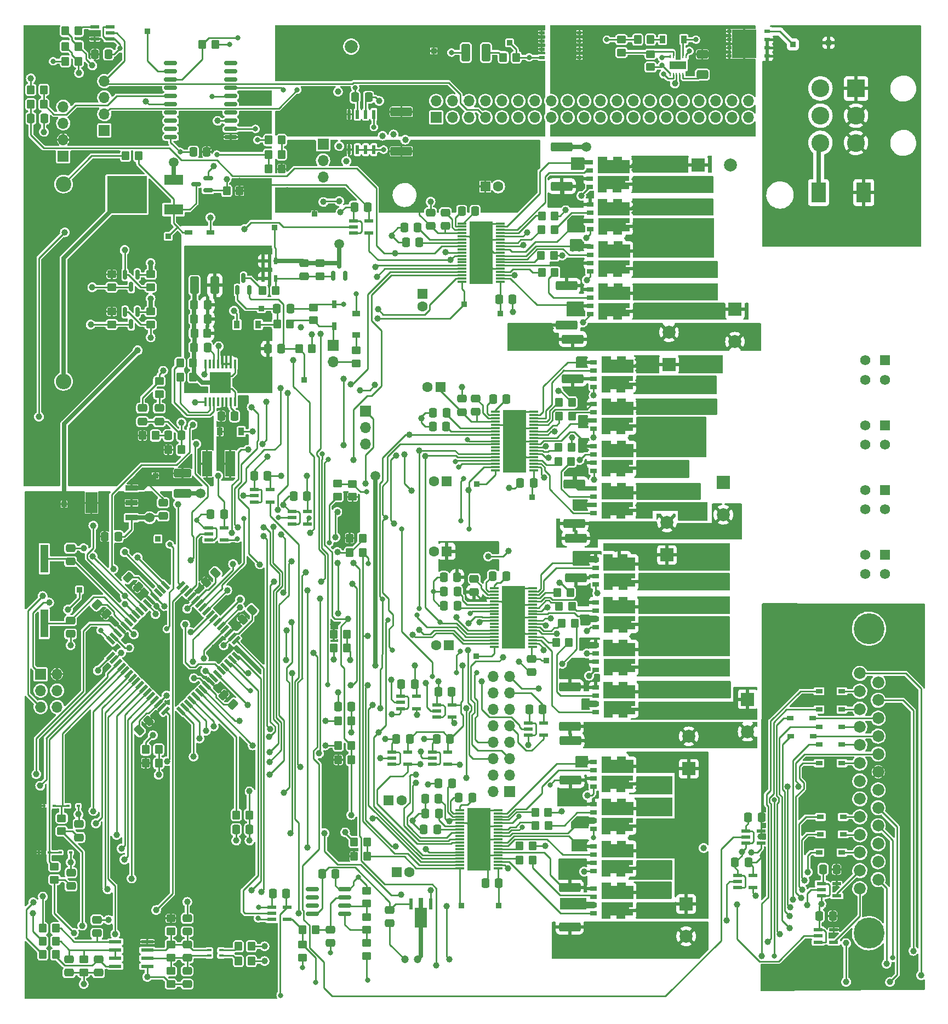
<source format=gbr>
%TF.GenerationSoftware,KiCad,Pcbnew,6.0.6+dfsg-1~bpo11+1*%
%TF.CreationDate,2022-11-12T15:23:50-08:00*%
%TF.ProjectId,BuildboticsController,4275696c-6462-46f7-9469-6373436f6e74,rev?*%
%TF.SameCoordinates,Original*%
%TF.FileFunction,Copper,L1,Top*%
%TF.FilePolarity,Positive*%
%FSLAX46Y46*%
G04 Gerber Fmt 4.6, Leading zero omitted, Abs format (unit mm)*
G04 Created by KiCad (PCBNEW 6.0.6+dfsg-1~bpo11+1) date 2022-11-12 15:23:50*
%MOMM*%
%LPD*%
G01*
G04 APERTURE LIST*
G04 Aperture macros list*
%AMRoundRect*
0 Rectangle with rounded corners*
0 $1 Rounding radius*
0 $2 $3 $4 $5 $6 $7 $8 $9 X,Y pos of 4 corners*
0 Add a 4 corners polygon primitive as box body*
4,1,4,$2,$3,$4,$5,$6,$7,$8,$9,$2,$3,0*
0 Add four circle primitives for the rounded corners*
1,1,$1+$1,$2,$3*
1,1,$1+$1,$4,$5*
1,1,$1+$1,$6,$7*
1,1,$1+$1,$8,$9*
0 Add four rect primitives between the rounded corners*
20,1,$1+$1,$2,$3,$4,$5,0*
20,1,$1+$1,$4,$5,$6,$7,0*
20,1,$1+$1,$6,$7,$8,$9,0*
20,1,$1+$1,$8,$9,$2,$3,0*%
%AMRotRect*
0 Rectangle, with rotation*
0 The origin of the aperture is its center*
0 $1 length*
0 $2 width*
0 $3 Rotation angle, in degrees counterclockwise*
0 Add horizontal line*
21,1,$1,$2,0,0,$3*%
%AMFreePoly0*
4,1,15,-0.537500,2.140000,0.042499,2.140000,0.042499,2.700000,0.792500,2.700000,0.792500,1.560000,1.287500,1.560000,1.287500,0.160000,0.792500,0.160000,0.792500,-0.740000,1.287500,-0.740000,1.287500,-2.140000,-1.287500,-2.140000,-1.287500,2.700000,-0.537500,2.700000,-0.537500,2.140000,-0.537500,2.140000,$1*%
%AMFreePoly1*
4,1,15,-0.289999,1.860000,0.290000,1.860000,0.290000,2.420000,1.040000,2.420000,1.040000,-2.420000,-1.535000,-2.420000,-1.535000,-1.020000,-1.040000,-1.020000,-1.040000,-0.120000,-1.535000,-0.120000,-1.535000,1.280000,-1.040000,1.280000,-1.040000,2.420000,-0.289999,2.420000,-0.289999,1.860000,-0.289999,1.860000,$1*%
G04 Aperture macros list end*
%TA.AperFunction,SMDPad,CuDef*%
%ADD10R,0.850000X0.500000*%
%TD*%
%TA.AperFunction,SMDPad,CuDef*%
%ADD11R,0.800000X0.600000*%
%TD*%
%TA.AperFunction,SMDPad,CuDef*%
%ADD12R,3.750000X4.410000*%
%TD*%
%TA.AperFunction,SMDPad,CuDef*%
%ADD13RoundRect,0.250000X0.337500X0.475000X-0.337500X0.475000X-0.337500X-0.475000X0.337500X-0.475000X0*%
%TD*%
%TA.AperFunction,SMDPad,CuDef*%
%ADD14R,1.473200X0.558800*%
%TD*%
%TA.AperFunction,SMDPad,CuDef*%
%ADD15R,1.117600X0.762000*%
%TD*%
%TA.AperFunction,SMDPad,CuDef*%
%ADD16RoundRect,0.250000X-0.350000X-0.450000X0.350000X-0.450000X0.350000X0.450000X-0.350000X0.450000X0*%
%TD*%
%TA.AperFunction,ComponentPad*%
%ADD17R,1.700000X1.700000*%
%TD*%
%TA.AperFunction,ComponentPad*%
%ADD18O,1.700000X1.700000*%
%TD*%
%TA.AperFunction,ComponentPad*%
%ADD19R,0.850000X0.850000*%
%TD*%
%TA.AperFunction,SMDPad,CuDef*%
%ADD20RoundRect,0.249999X-1.425001X0.450001X-1.425001X-0.450001X1.425001X-0.450001X1.425001X0.450001X0*%
%TD*%
%TA.AperFunction,SMDPad,CuDef*%
%ADD21R,0.580000X1.730000*%
%TD*%
%TA.AperFunction,SMDPad,CuDef*%
%ADD22R,0.760000X1.500000*%
%TD*%
%TA.AperFunction,SMDPad,CuDef*%
%ADD23R,1.933000X3.030000*%
%TD*%
%TA.AperFunction,SMDPad,CuDef*%
%ADD24RoundRect,0.250000X0.450000X-0.350000X0.450000X0.350000X-0.450000X0.350000X-0.450000X-0.350000X0*%
%TD*%
%TA.AperFunction,SMDPad,CuDef*%
%ADD25RoundRect,0.250000X-0.450000X0.350000X-0.450000X-0.350000X0.450000X-0.350000X0.450000X0.350000X0*%
%TD*%
%TA.AperFunction,SMDPad,CuDef*%
%ADD26RoundRect,0.250000X0.475000X-0.337500X0.475000X0.337500X-0.475000X0.337500X-0.475000X-0.337500X0*%
%TD*%
%TA.AperFunction,SMDPad,CuDef*%
%ADD27R,0.558800X1.003300*%
%TD*%
%TA.AperFunction,SMDPad,CuDef*%
%ADD28RoundRect,0.250000X-0.475000X0.337500X-0.475000X-0.337500X0.475000X-0.337500X0.475000X0.337500X0*%
%TD*%
%TA.AperFunction,SMDPad,CuDef*%
%ADD29RoundRect,0.249999X1.425001X-0.450001X1.425001X0.450001X-1.425001X0.450001X-1.425001X-0.450001X0*%
%TD*%
%TA.AperFunction,SMDPad,CuDef*%
%ADD30R,1.000000X0.750000*%
%TD*%
%TA.AperFunction,SMDPad,CuDef*%
%ADD31FreePoly0,270.000000*%
%TD*%
%TA.AperFunction,SMDPad,CuDef*%
%ADD32FreePoly1,270.000000*%
%TD*%
%TA.AperFunction,SMDPad,CuDef*%
%ADD33RoundRect,0.250000X-0.337500X-0.475000X0.337500X-0.475000X0.337500X0.475000X-0.337500X0.475000X0*%
%TD*%
%TA.AperFunction,SMDPad,CuDef*%
%ADD34R,1.400000X0.299999*%
%TD*%
%TA.AperFunction,SMDPad,CuDef*%
%ADD35R,3.600000X9.700001*%
%TD*%
%TA.AperFunction,ComponentPad*%
%ADD36C,0.499999*%
%TD*%
%TA.AperFunction,SMDPad,CuDef*%
%ADD37R,0.249999X0.619999*%
%TD*%
%TA.AperFunction,SMDPad,CuDef*%
%ADD38R,2.500000X1.300000*%
%TD*%
%TA.AperFunction,SMDPad,CuDef*%
%ADD39R,0.508000X0.355600*%
%TD*%
%TA.AperFunction,SMDPad,CuDef*%
%ADD40RoundRect,0.250000X-0.097227X0.574524X-0.574524X0.097227X0.097227X-0.574524X0.574524X-0.097227X0*%
%TD*%
%TA.AperFunction,SMDPad,CuDef*%
%ADD41R,1.200000X0.900000*%
%TD*%
%TA.AperFunction,ComponentPad*%
%ADD42R,1.600000X1.600000*%
%TD*%
%TA.AperFunction,ComponentPad*%
%ADD43C,1.600000*%
%TD*%
%TA.AperFunction,SMDPad,CuDef*%
%ADD44RoundRect,0.250000X0.412500X1.100000X-0.412500X1.100000X-0.412500X-1.100000X0.412500X-1.100000X0*%
%TD*%
%TA.AperFunction,SMDPad,CuDef*%
%ADD45RoundRect,0.150000X-0.150000X0.587500X-0.150000X-0.587500X0.150000X-0.587500X0.150000X0.587500X0*%
%TD*%
%TA.AperFunction,SMDPad,CuDef*%
%ADD46R,1.981200X0.558800*%
%TD*%
%TA.AperFunction,SMDPad,CuDef*%
%ADD47R,0.355600X1.473200*%
%TD*%
%TA.AperFunction,SMDPad,CuDef*%
%ADD48R,3.200400X3.200400*%
%TD*%
%TA.AperFunction,SMDPad,CuDef*%
%ADD49RoundRect,0.250000X0.350000X0.450000X-0.350000X0.450000X-0.350000X-0.450000X0.350000X-0.450000X0*%
%TD*%
%TA.AperFunction,SMDPad,CuDef*%
%ADD50RoundRect,0.250000X-1.100000X0.412500X-1.100000X-0.412500X1.100000X-0.412500X1.100000X0.412500X0*%
%TD*%
%TA.AperFunction,SMDPad,CuDef*%
%ADD51RoundRect,0.150000X0.150000X-0.587500X0.150000X0.587500X-0.150000X0.587500X-0.150000X-0.587500X0*%
%TD*%
%TA.AperFunction,ComponentPad*%
%ADD52R,2.000000X2.000000*%
%TD*%
%TA.AperFunction,ComponentPad*%
%ADD53C,2.000000*%
%TD*%
%TA.AperFunction,SMDPad,CuDef*%
%ADD54R,0.533400X1.460500*%
%TD*%
%TA.AperFunction,SMDPad,CuDef*%
%ADD55RoundRect,0.150000X0.587500X0.150000X-0.587500X0.150000X-0.587500X-0.150000X0.587500X-0.150000X0*%
%TD*%
%TA.AperFunction,SMDPad,CuDef*%
%ADD56R,1.200000X0.750000*%
%TD*%
%TA.AperFunction,SMDPad,CuDef*%
%ADD57R,1.850000X0.900000*%
%TD*%
%TA.AperFunction,SMDPad,CuDef*%
%ADD58R,1.850000X3.200000*%
%TD*%
%TA.AperFunction,SMDPad,CuDef*%
%ADD59RoundRect,0.250000X0.097227X-0.574524X0.574524X-0.097227X-0.097227X0.574524X-0.574524X0.097227X0*%
%TD*%
%TA.AperFunction,SMDPad,CuDef*%
%ADD60R,0.750000X0.400000*%
%TD*%
%TA.AperFunction,SMDPad,CuDef*%
%ADD61R,1.219200X4.318000*%
%TD*%
%TA.AperFunction,SMDPad,CuDef*%
%ADD62RoundRect,0.250000X-0.574524X-0.097227X-0.097227X-0.574524X0.574524X0.097227X0.097227X0.574524X0*%
%TD*%
%TA.AperFunction,ComponentPad*%
%ADD63C,1.200000*%
%TD*%
%TA.AperFunction,ComponentPad*%
%ADD64R,2.750000X2.750000*%
%TD*%
%TA.AperFunction,ComponentPad*%
%ADD65C,2.750000*%
%TD*%
%TA.AperFunction,SMDPad,CuDef*%
%ADD66R,2.999999X1.599999*%
%TD*%
%TA.AperFunction,SMDPad,CuDef*%
%ADD67R,6.200000X5.800001*%
%TD*%
%TA.AperFunction,ComponentPad*%
%ADD68C,2.400000*%
%TD*%
%TA.AperFunction,ComponentPad*%
%ADD69O,2.400000X2.400000*%
%TD*%
%TA.AperFunction,SMDPad,CuDef*%
%ADD70R,2.200000X3.150000*%
%TD*%
%TA.AperFunction,ComponentPad*%
%ADD71C,4.770000*%
%TD*%
%TA.AperFunction,ComponentPad*%
%ADD72C,1.830000*%
%TD*%
%TA.AperFunction,SMDPad,CuDef*%
%ADD73RoundRect,0.150000X0.875000X0.150000X-0.875000X0.150000X-0.875000X-0.150000X0.875000X-0.150000X0*%
%TD*%
%TA.AperFunction,ComponentPad*%
%ADD74R,1.570000X1.570000*%
%TD*%
%TA.AperFunction,ComponentPad*%
%ADD75C,1.570000*%
%TD*%
%TA.AperFunction,SMDPad,CuDef*%
%ADD76RoundRect,0.150000X0.825000X0.150000X-0.825000X0.150000X-0.825000X-0.150000X0.825000X-0.150000X0*%
%TD*%
%TA.AperFunction,SMDPad,CuDef*%
%ADD77R,0.900000X1.200000*%
%TD*%
%TA.AperFunction,SMDPad,CuDef*%
%ADD78R,0.750000X1.200000*%
%TD*%
%TA.AperFunction,SMDPad,CuDef*%
%ADD79RoundRect,0.250000X0.574524X0.097227X0.097227X0.574524X-0.574524X-0.097227X-0.097227X-0.574524X0*%
%TD*%
%TA.AperFunction,SMDPad,CuDef*%
%ADD80RotRect,1.500000X0.550000X45.000000*%
%TD*%
%TA.AperFunction,SMDPad,CuDef*%
%ADD81RotRect,1.500000X0.550000X135.000000*%
%TD*%
%TA.AperFunction,SMDPad,CuDef*%
%ADD82RoundRect,0.250000X-0.650000X0.412500X-0.650000X-0.412500X0.650000X-0.412500X0.650000X0.412500X0*%
%TD*%
%TA.AperFunction,SMDPad,CuDef*%
%ADD83R,1.500000X4.000000*%
%TD*%
%TA.AperFunction,ViaPad*%
%ADD84C,1.000000*%
%TD*%
%TA.AperFunction,ViaPad*%
%ADD85C,0.500000*%
%TD*%
%TA.AperFunction,ViaPad*%
%ADD86C,1.500000*%
%TD*%
%TA.AperFunction,ViaPad*%
%ADD87C,0.800000*%
%TD*%
%TA.AperFunction,ViaPad*%
%ADD88C,2.000000*%
%TD*%
%TA.AperFunction,Conductor*%
%ADD89C,0.250000*%
%TD*%
%TA.AperFunction,Conductor*%
%ADD90C,0.650000*%
%TD*%
%TA.AperFunction,Conductor*%
%ADD91C,1.000000*%
%TD*%
G04 APERTURE END LIST*
D10*
%TO.P,Q6,1,S*%
%TO.N,/Power Supply/Vin*%
X136500000Y-27810000D03*
%TO.P,Q6,2,S*%
X136500000Y-26540000D03*
%TO.P,Q6,3,S*%
X136500000Y-25270000D03*
%TO.P,Q6,4,G*%
%TO.N,Net-(TP1-Pad1)*%
X136500000Y-24000000D03*
D11*
%TO.P,Q6,5,D*%
%TO.N,/Power Supply/Vdd*%
X130675000Y-24000000D03*
%TO.P,Q6,6,D*%
X130675000Y-25270000D03*
%TO.P,Q6,7,D*%
X130675000Y-26540000D03*
%TO.P,Q6,8,D*%
X130675000Y-27810000D03*
D12*
%TO.P,Q6,9,D*%
X132950000Y-25905000D03*
%TD*%
D13*
%TO.P,C21,1*%
%TO.N,Net-(C18-Pad1)*%
X50037500Y-68400000D03*
%TO.P,C21,2*%
%TO.N,GND*%
X47962500Y-68400000D03*
%TD*%
%TO.P,C14,1*%
%TO.N,GND*%
X24837500Y-37400000D03*
%TO.P,C14,2*%
%TO.N,/MotorDriver0/enable*%
X22762500Y-37400000D03*
%TD*%
D14*
%TO.P,U17,1,\u002AOE*%
%TO.N,GND*%
X84806200Y-135299999D03*
%TO.P,U17,2,A*%
%TO.N,/Microprocessor/3to5_3/in*%
X84806200Y-136250000D03*
%TO.P,U17,3,GND*%
%TO.N,GND*%
X84806200Y-137200001D03*
%TO.P,U17,4,Y*%
%TO.N,/Microprocessor/step_0*%
X87193800Y-137200001D03*
%TO.P,U17,5,VCC*%
%TO.N,+5V*%
X87193800Y-135299999D03*
%TD*%
D15*
%TO.P,D11,1*%
%TO.N,/Microprocessor/in_23*%
X143552600Y-130038050D03*
%TO.P,D11,2*%
%TO.N,Net-(D11-Pad2)*%
X140047400Y-130038050D03*
%TD*%
D16*
%TO.P,R8,1*%
%TO.N,/Microprocessor/stall_0*%
X72700000Y-149200000D03*
%TO.P,R8,2*%
%TO.N,Net-(R7-Pad2)*%
X74700000Y-149200000D03*
%TD*%
D17*
%TO.P,J11,1,Pin_1*%
%TO.N,/Microprocessor/serial_cts*%
X67900000Y-41375000D03*
D18*
%TO.P,J11,2,Pin_2*%
%TO.N,/Microprocessor/serial_rx*%
X67900000Y-43915000D03*
%TO.P,J11,3,Pin_3*%
%TO.N,/Microprocessor/serial_tx*%
X67900000Y-46455000D03*
%TD*%
D19*
%TO.P,TP13,1,1*%
%TO.N,GND*%
X42400000Y-102370000D03*
%TD*%
D14*
%TO.P,U26,1,\u002AOE*%
%TO.N,GND*%
X57306200Y-94749999D03*
%TO.P,U26,2,A*%
%TO.N,/Microprocessor/3to5_16/in*%
X57306200Y-95700000D03*
%TO.P,U26,3,GND*%
%TO.N,GND*%
X57306200Y-96650001D03*
%TO.P,U26,4,Y*%
%TO.N,/Microprocessor/out_21*%
X59693800Y-96650001D03*
%TO.P,U26,5,VCC*%
%TO.N,+5V*%
X59693800Y-94749999D03*
%TD*%
D15*
%TO.P,D18,1*%
%TO.N,/Microprocessor/in_11*%
X148052600Y-128700000D03*
%TO.P,D18,2*%
%TO.N,Net-(D18-Pad2)*%
X144547400Y-128700000D03*
%TD*%
D20*
%TO.P,R46,1*%
%TO.N,GND*%
X106950000Y-102250000D03*
%TO.P,R46,2*%
%TO.N,Net-(Q12-Pad3)*%
X106950000Y-108350000D03*
%TD*%
D16*
%TO.P,R43,1*%
%TO.N,/Microprocessor/stall_1*%
X69550000Y-119200000D03*
%TO.P,R43,2*%
%TO.N,Net-(R42-Pad2)*%
X71550000Y-119200000D03*
%TD*%
D21*
%TO.P,U27,1,GND*%
%TO.N,GND*%
X84492000Y-158727000D03*
D22*
%TO.P,U27,2,VIN_1*%
%TO.N,Vs*%
X82992000Y-158612000D03*
D21*
%TO.P,U27,3,VOUT*%
%TO.N,Net-(C94-Pad1)*%
X81492000Y-158727000D03*
D23*
%TO.P,U27,4,VIN_2*%
%TO.N,Vs*%
X82992000Y-160877000D03*
%TD*%
D24*
%TO.P,R75,1*%
%TO.N,Net-(C85-Pad2)*%
X44384000Y-167050000D03*
%TO.P,R75,2*%
%TO.N,Net-(C84-Pad2)*%
X44384000Y-165050000D03*
%TD*%
D16*
%TO.P,R64,1*%
%TO.N,Net-(R64-Pad1)*%
X101690000Y-52520000D03*
%TO.P,R64,2*%
%TO.N,Net-(Q20-Pad4)*%
X103690000Y-52520000D03*
%TD*%
D25*
%TO.P,R83,1*%
%TO.N,Net-(R82-Pad2)*%
X74610000Y-164796000D03*
%TO.P,R83,2*%
%TO.N,/Peripherals/spin_0to10*%
X74610000Y-166796000D03*
%TD*%
D14*
%TO.P,U15,1,\u002AOE*%
%TO.N,GND*%
X133206200Y-147449999D03*
%TO.P,U15,2,A*%
%TO.N,/Microprocessor/3to5_15/in*%
X133206200Y-148400000D03*
%TO.P,U15,3,GND*%
%TO.N,GND*%
X133206200Y-149350001D03*
%TO.P,U15,4,Y*%
%TO.N,/Microprocessor/out_16*%
X135593800Y-149350001D03*
%TO.P,U15,5,VCC*%
%TO.N,+5V*%
X135593800Y-147449999D03*
%TD*%
D13*
%TO.P,C59,1*%
%TO.N,Net-(C59-Pad1)*%
X91395500Y-51750000D03*
%TO.P,C59,2*%
%TO.N,Net-(C59-Pad2)*%
X89320500Y-51750000D03*
%TD*%
D26*
%TO.P,C37,1*%
%TO.N,GND*%
X28890000Y-117049500D03*
%TO.P,C37,2*%
%TO.N,Net-(C37-Pad2)*%
X28890000Y-114974500D03*
%TD*%
D27*
%TO.P,Q10,1,1*%
%TO.N,Net-(C18-Pad1)*%
X58649999Y-62152550D03*
%TO.P,Q10,2,2*%
X59600000Y-62152550D03*
%TO.P,Q10,3,3*%
%TO.N,Net-(C17-Pad1)*%
X60550001Y-62152550D03*
%TO.P,Q10,4,4*%
%TO.N,/Power Supply/Vdd*%
X60550001Y-59447450D03*
%TO.P,Q10,5,5*%
%TO.N,Net-(C18-Pad1)*%
X59600000Y-59447450D03*
%TO.P,Q10,6,6*%
X58649999Y-59447450D03*
%TD*%
D19*
%TO.P,TP8,1,1*%
%TO.N,Net-(C16-Pad1)*%
X58380000Y-66800000D03*
%TD*%
D28*
%TO.P,C82,1*%
%TO.N,GND*%
X32954000Y-161202500D03*
%TO.P,C82,2*%
%TO.N,Net-(C82-Pad2)*%
X32954000Y-163277500D03*
%TD*%
D24*
%TO.P,R29,1*%
%TO.N,Net-(C17-Pad1)*%
X67400000Y-61800000D03*
%TO.P,R29,2*%
%TO.N,/Power Supply/Vdd*%
X67400000Y-59800000D03*
%TD*%
D25*
%TO.P,R87,1*%
%TO.N,+5V*%
X35250000Y-61500000D03*
%TO.P,R87,2*%
%TO.N,/Raspberry Pi/5V_scl*%
X35250000Y-63500000D03*
%TD*%
D29*
%TO.P,R5,1*%
%TO.N,GND*%
X106000000Y-162300000D03*
%TO.P,R5,2*%
%TO.N,Net-(Q3-Pad3)*%
X106000000Y-156200000D03*
%TD*%
D19*
%TO.P,TP3,1,1*%
%TO.N,/Power Supply/Vdd*%
X60386000Y-54290000D03*
%TD*%
D14*
%TO.P,U20,1,\u002AOE*%
%TO.N,GND*%
X99578200Y-130809999D03*
%TO.P,U20,2,A*%
%TO.N,/Microprocessor/3to5_6/in*%
X99578200Y-131760000D03*
%TO.P,U20,3,GND*%
%TO.N,GND*%
X99578200Y-132710001D03*
%TO.P,U20,4,Y*%
%TO.N,/Microprocessor/step_3*%
X101965800Y-132710001D03*
%TO.P,U20,5,VCC*%
%TO.N,+5V*%
X101965800Y-130809999D03*
%TD*%
D30*
%TO.P,Q2,1,S1*%
%TO.N,Net-(Q1-Pad3)*%
X109705000Y-143345000D03*
%TO.P,Q2,2,G1*%
%TO.N,Net-(Q2-Pad2)*%
X109705000Y-144615000D03*
%TO.P,Q2,3,S2*%
%TO.N,Net-(J1-Pad2)*%
X109705000Y-145885000D03*
%TO.P,Q2,4,G2*%
%TO.N,Net-(Q2-Pad4)*%
X109705000Y-147155000D03*
D31*
%TO.P,Q2,5-6,D2*%
%TO.N,Vs*%
X113095000Y-146737500D03*
D32*
%TO.P,Q2,7-8,D1*%
%TO.N,Net-(J1-Pad2)*%
X113375000Y-144010000D03*
%TD*%
D17*
%TO.P,J12,1,Pin_1*%
%TO.N,/Microprocessor/sda*%
X74500000Y-82675000D03*
D18*
%TO.P,J12,2,Pin_2*%
%TO.N,/Microprocessor/scl*%
X74500000Y-85215000D03*
%TO.P,J12,3,Pin_3*%
%TO.N,GND*%
X74500000Y-87755000D03*
%TD*%
D33*
%TO.P,C88,1*%
%TO.N,GND*%
X145162500Y-153400000D03*
%TO.P,C88,2*%
%TO.N,+5V*%
X147237500Y-153400000D03*
%TD*%
D16*
%TO.P,R33,1*%
%TO.N,Net-(R33-Pad1)*%
X45800000Y-77400000D03*
%TO.P,R33,2*%
%TO.N,GND*%
X47800000Y-77400000D03*
%TD*%
D30*
%TO.P,Q15,1,S1*%
%TO.N,Net-(J8-Pad3)*%
X109707500Y-88065000D03*
%TO.P,Q15,2,G1*%
%TO.N,Net-(Q15-Pad2)*%
X109707500Y-89335000D03*
%TO.P,Q15,3,S2*%
%TO.N,Net-(Q15-Pad3)*%
X109707500Y-90605000D03*
%TO.P,Q15,4,G2*%
%TO.N,Net-(Q15-Pad4)*%
X109707500Y-91875000D03*
D31*
%TO.P,Q15,5-6,D2*%
%TO.N,Net-(J8-Pad3)*%
X113097500Y-91457500D03*
D32*
%TO.P,Q15,7-8,D1*%
%TO.N,Vs*%
X113377500Y-88730000D03*
%TD*%
D33*
%TO.P,C61,1*%
%TO.N,GND*%
X80430500Y-54290000D03*
%TO.P,C61,2*%
%TO.N,Net-(C61-Pad2)*%
X82505500Y-54290000D03*
%TD*%
%TO.P,C96,1*%
%TO.N,Net-(C94-Pad1)*%
X67730500Y-154112000D03*
%TO.P,C96,2*%
%TO.N,GND*%
X69805500Y-154112000D03*
%TD*%
D34*
%TO.P,U9,1,CP1*%
%TO.N,Net-(C38-Pad1)*%
X94350001Y-109999999D03*
%TO.P,U9,2,CP2*%
%TO.N,Net-(C38-Pad2)*%
X94350001Y-110499998D03*
%TO.P,U9,3,VCP*%
%TO.N,Net-(C39-Pad1)*%
X94350001Y-110999999D03*
%TO.P,U9,4,VM*%
%TO.N,Vs*%
X94350001Y-111499998D03*
%TO.P,U9,5,GND*%
%TO.N,GND*%
X94350001Y-112000000D03*
%TO.P,U9,6,V5*%
%TO.N,Net-(C40-Pad2)*%
X94350001Y-112499999D03*
%TO.P,U9,7,VINT*%
%TO.N,Net-(C41-Pad2)*%
X94350001Y-112999998D03*
%TO.P,U9,8,SLEEP_N*%
%TO.N,/MotorDriver0/enable*%
X94350001Y-113499999D03*
%TO.P,U9,9,RESET*%
%TO.N,unconnected-(U9-Pad9)*%
X94350001Y-113999998D03*
%TO.P,U9,10,STEP_AIN1*%
%TO.N,/Microprocessor/step_1*%
X94350001Y-114500000D03*
%TO.P,U9,11,DIR_AIN2*%
%TO.N,/Microprocessor/dir_1*%
X94350001Y-114999999D03*
%TO.P,U9,12,BIN1*%
%TO.N,unconnected-(U9-Pad12)*%
X94350001Y-115499998D03*
%TO.P,U9,13,BIN2*%
%TO.N,unconnected-(U9-Pad13)*%
X94350001Y-116000000D03*
%TO.P,U9,14,SCLK*%
%TO.N,/Microprocessor/sck*%
X94350001Y-116499999D03*
%TO.P,U9,15,SDATI*%
%TO.N,/Microprocessor/mosi*%
X94350001Y-117000000D03*
%TO.P,U9,16,SCS*%
%TO.N,/Microprocessor/cs_1*%
X94350001Y-117499999D03*
%TO.P,U9,17,SDATO*%
%TO.N,/Microprocessor/miso*%
X94350001Y-117999998D03*
%TO.P,U9,18,FAULT_N*%
%TO.N,/Microprocessor/drv_fault*%
X94350001Y-118500000D03*
%TO.P,U9,19,STALL_BEMFV_N*%
%TO.N,Net-(R42-Pad2)*%
X94350001Y-118999999D03*
%TO.P,U9,20,BEMF*%
%TO.N,Net-(C43-Pad1)*%
X100250002Y-118999999D03*
%TO.P,U9,21,BOUT2*%
%TO.N,Net-(J7-Pad4)*%
X100250002Y-118500000D03*
%TO.P,U9,22,B2HS*%
%TO.N,Net-(Q13-Pad4)*%
X100250002Y-117999998D03*
%TO.P,U9,23,B2LS*%
%TO.N,Net-(R47-Pad1)*%
X100250002Y-117499999D03*
%TO.P,U9,24,BISENN*%
%TO.N,GND*%
X100250002Y-117000000D03*
%TO.P,U9,25,BISENP*%
%TO.N,Net-(Q11-Pad3)*%
X100250002Y-116499999D03*
%TO.P,U9,26,B1LS*%
%TO.N,Net-(R49-Pad1)*%
X100250002Y-116000000D03*
%TO.P,U9,27,B1HS*%
%TO.N,Net-(Q11-Pad2)*%
X100250002Y-115499998D03*
%TO.P,U9,28,BOUT1*%
%TO.N,Net-(J7-Pad3)*%
X100250002Y-114999999D03*
%TO.P,U9,29,GND*%
%TO.N,GND*%
X100250002Y-114500000D03*
%TO.P,U9,30,AOUT2*%
%TO.N,Net-(J7-Pad2)*%
X100250002Y-113999998D03*
%TO.P,U9,31,A2HS*%
%TO.N,Net-(Q14-Pad4)*%
X100250002Y-113499999D03*
%TO.P,U9,32,A2LS*%
%TO.N,Net-(R45-Pad1)*%
X100250002Y-112999998D03*
%TO.P,U9,33,AISENN*%
%TO.N,GND*%
X100250002Y-112499999D03*
%TO.P,U9,34,AISENP*%
%TO.N,Net-(Q12-Pad3)*%
X100250002Y-112000000D03*
%TO.P,U9,35,A1LS*%
%TO.N,Net-(R48-Pad1)*%
X100250002Y-111499998D03*
%TO.P,U9,36,A1HS*%
%TO.N,Net-(Q12-Pad2)*%
X100250002Y-110999999D03*
%TO.P,U9,37,AOUT1*%
%TO.N,Net-(J7-Pad1)*%
X100250002Y-110499998D03*
%TO.P,U9,38,GND*%
%TO.N,GND*%
X100250002Y-109999999D03*
D35*
%TO.P,U9,39,PAD*%
X97300000Y-114500000D03*
D36*
X96000000Y-112550000D03*
X95950000Y-115150001D03*
X96000000Y-119050000D03*
X98550000Y-113850000D03*
X97250000Y-113850000D03*
X97300000Y-119050000D03*
X95950000Y-116450001D03*
X97300000Y-112550000D03*
X95950000Y-113850000D03*
X98600000Y-109949999D03*
X98600000Y-119050000D03*
X98600000Y-117750000D03*
X96000000Y-111250000D03*
X97250000Y-115150001D03*
X98600000Y-112550000D03*
X97300000Y-111250000D03*
X98550000Y-116450001D03*
X98600000Y-111250000D03*
X96000000Y-109949999D03*
X97300000Y-117750000D03*
X97300000Y-109949999D03*
X98550000Y-115150001D03*
X97250000Y-116450001D03*
X96000000Y-117750000D03*
%TD*%
D30*
%TO.P,Q22,1,S1*%
%TO.N,Net-(Q20-Pad3)*%
X109180000Y-50705000D03*
%TO.P,Q22,2,G1*%
%TO.N,Net-(Q22-Pad2)*%
X109180000Y-51975000D03*
%TO.P,Q22,3,S2*%
%TO.N,Net-(J9-Pad2)*%
X109180000Y-53245000D03*
%TO.P,Q22,4,G2*%
%TO.N,Net-(Q22-Pad4)*%
X109180000Y-54515000D03*
D31*
%TO.P,Q22,5-6,D2*%
%TO.N,Vs*%
X112570000Y-54097500D03*
D32*
%TO.P,Q22,7-8,D1*%
%TO.N,Net-(J9-Pad2)*%
X112850000Y-51370000D03*
%TD*%
D20*
%TO.P,R54,1*%
%TO.N,GND*%
X106500000Y-71510000D03*
%TO.P,R54,2*%
%TO.N,Net-(Q16-Pad3)*%
X106500000Y-77610000D03*
%TD*%
D19*
%TO.P,TP6,1,1*%
%TO.N,Net-(TP6-Pad1)*%
X40750000Y-24000000D03*
%TD*%
D37*
%TO.P,U8,1,DGATE*%
%TO.N,Net-(TP1-Pad1)*%
X124000000Y-27860000D03*
%TO.P,U8,2,A*%
%TO.N,/Power Supply/Vin*%
X123500001Y-27860000D03*
%TO.P,U8,3,VSNS*%
%TO.N,/Power Supply/Vdd*%
X123000000Y-27860000D03*
%TO.P,U8,4,SW*%
X122500000Y-27860000D03*
%TO.P,U8,5,OV*%
%TO.N,Net-(R10-Pad2)*%
X121999999Y-27860000D03*
%TO.P,U8,6,EN_UVLO*%
%TO.N,/Power Supply/enable*%
X121500000Y-27860000D03*
%TO.P,U8,7,GND*%
%TO.N,GND*%
X121500000Y-30640000D03*
%TO.P,U8,8,HGATE*%
%TO.N,Net-(Q5-Pad4)*%
X121999999Y-30640000D03*
%TO.P,U8,9,OUT*%
%TO.N,Net-(Q5-Pad1)*%
X122500000Y-30640000D03*
%TO.P,U8,10,VS*%
%TO.N,/Power Supply/Vdd*%
X123000000Y-30640000D03*
%TO.P,U8,11,CAP*%
%TO.N,Net-(C11-Pad2)*%
X123500001Y-30640000D03*
%TO.P,U8,12,C*%
%TO.N,/Power Supply/Vdd*%
X124000000Y-30640000D03*
D38*
%TO.P,U8,13,PAD*%
%TO.N,Net-(U8-Pad13)*%
X122750000Y-29250000D03*
D36*
%TO.P,U8,14,PAD*%
X121749999Y-29250000D03*
%TO.P,U8,15,PAD*%
X122750000Y-29275400D03*
%TO.P,U8,16,PAD*%
X123750001Y-29250000D03*
%TD*%
D28*
%TO.P,C28,1*%
%TO.N,+5V*%
X43200000Y-96762500D03*
%TO.P,C28,2*%
%TO.N,GND*%
X43200000Y-98837500D03*
%TD*%
D39*
%TO.P,D9,1*%
%TO.N,+3.3V*%
X24799900Y-143600000D03*
%TO.P,D9,2*%
%TO.N,Net-(D10-Pad1)*%
X26400100Y-143600000D03*
%TD*%
D40*
%TO.P,C33,1*%
%TO.N,GND*%
X56933623Y-113366377D03*
%TO.P,C33,2*%
%TO.N,+3.3V*%
X55466377Y-114833623D03*
%TD*%
D33*
%TO.P,C6,1*%
%TO.N,GND*%
X83662500Y-142500000D03*
%TO.P,C6,2*%
%TO.N,Vs*%
X85737500Y-142500000D03*
%TD*%
D41*
%TO.P,D3,1,K*%
%TO.N,Net-(D3-Pad1)*%
X73000000Y-70900000D03*
%TO.P,D3,2,A*%
%TO.N,/Power Supply/Vin*%
X73000000Y-67600000D03*
%TD*%
D17*
%TO.P,J10,1,Pin_1*%
%TO.N,unconnected-(J10-Pad1)*%
X85370000Y-37270000D03*
D18*
%TO.P,J10,2,Pin_2*%
%TO.N,+5V*%
X85370000Y-34730000D03*
%TO.P,J10,3,Pin_3*%
%TO.N,/Microprocessor/sda*%
X87910000Y-37270000D03*
%TO.P,J10,4,Pin_4*%
%TO.N,+5V*%
X87910000Y-34730000D03*
%TO.P,J10,5,Pin_5*%
%TO.N,/Microprocessor/scl*%
X90450000Y-37270000D03*
%TO.P,J10,6,Pin_6*%
%TO.N,GND*%
X90450000Y-34730000D03*
%TO.P,J10,7,Pin_7*%
%TO.N,/Power Supply/pwr_tx*%
X92990000Y-37270000D03*
%TO.P,J10,8,Pin_8*%
%TO.N,/Microprocessor/serial_rx*%
X92990000Y-34730000D03*
%TO.P,J10,9,Pin_9*%
%TO.N,GND*%
X95530000Y-37270000D03*
%TO.P,J10,10,Pin_10*%
%TO.N,/Microprocessor/serial_tx*%
X95530000Y-34730000D03*
%TO.P,J10,11,Pin_11*%
%TO.N,unconnected-(J10-Pad11)*%
X98070000Y-37270000D03*
%TO.P,J10,12,Pin_12*%
%TO.N,unconnected-(J10-Pad12)*%
X98070000Y-34730000D03*
%TO.P,J10,13,Pin_13*%
%TO.N,/Microprocessor/reset*%
X100610000Y-37270000D03*
%TO.P,J10,14,Pin_14*%
%TO.N,GND*%
X100610000Y-34730000D03*
%TO.P,J10,15,Pin_15*%
%TO.N,unconnected-(J10-Pad15)*%
X103150000Y-37270000D03*
%TO.P,J10,16,Pin_16*%
%TO.N,/Microprocessor/pdi*%
X103150000Y-34730000D03*
%TO.P,J10,17,Pin_17*%
%TO.N,unconnected-(J10-Pad17)*%
X105690000Y-37270000D03*
%TO.P,J10,18,Pin_18*%
%TO.N,unconnected-(J10-Pad18)*%
X105690000Y-34730000D03*
%TO.P,J10,19,Pin_19*%
%TO.N,unconnected-(J10-Pad19)*%
X108230000Y-37270000D03*
%TO.P,J10,20,Pin_20*%
%TO.N,unconnected-(J10-Pad20)*%
X108230000Y-34730000D03*
%TO.P,J10,21,Pin_21*%
%TO.N,unconnected-(J10-Pad21)*%
X110770000Y-37270000D03*
%TO.P,J10,22,Pin_22*%
%TO.N,unconnected-(J10-Pad22)*%
X110770000Y-34730000D03*
%TO.P,J10,23,Pin_23*%
%TO.N,unconnected-(J10-Pad23)*%
X113310000Y-37270000D03*
%TO.P,J10,24,Pin_24*%
%TO.N,unconnected-(J10-Pad24)*%
X113310000Y-34730000D03*
%TO.P,J10,25,Pin_25*%
%TO.N,GND*%
X115850000Y-37270000D03*
%TO.P,J10,26,Pin_26*%
%TO.N,unconnected-(J10-Pad26)*%
X115850000Y-34730000D03*
%TO.P,J10,27,Pin_27*%
%TO.N,unconnected-(J10-Pad27)*%
X118390000Y-37270000D03*
%TO.P,J10,28,Pin_28*%
%TO.N,unconnected-(J10-Pad28)*%
X118390000Y-34730000D03*
%TO.P,J10,29,Pin_29*%
%TO.N,/Power Supply/pwr_rx*%
X120930000Y-37270000D03*
%TO.P,J10,30,Pin_30*%
%TO.N,GND*%
X120930000Y-34730000D03*
%TO.P,J10,31,Pin_31*%
%TO.N,unconnected-(J10-Pad31)*%
X123470000Y-37270000D03*
%TO.P,J10,32,Pin_32*%
%TO.N,unconnected-(J10-Pad32)*%
X123470000Y-34730000D03*
%TO.P,J10,33,Pin_33*%
%TO.N,unconnected-(J10-Pad33)*%
X126010000Y-37270000D03*
%TO.P,J10,34,Pin_34*%
%TO.N,GND*%
X126010000Y-34730000D03*
%TO.P,J10,35,Pin_35*%
%TO.N,unconnected-(J10-Pad35)*%
X128550000Y-37270000D03*
%TO.P,J10,36,Pin_36*%
%TO.N,/Microprocessor/serial_cts*%
X128550000Y-34730000D03*
%TO.P,J10,37,Pin_37*%
%TO.N,unconnected-(J10-Pad37)*%
X131090000Y-37270000D03*
%TO.P,J10,38,Pin_38*%
%TO.N,unconnected-(J10-Pad38)*%
X131090000Y-34730000D03*
%TO.P,J10,39,Pin_39*%
%TO.N,GND*%
X133630000Y-37270000D03*
%TO.P,J10,40,Pin_40*%
%TO.N,unconnected-(J10-Pad40)*%
X133630000Y-34730000D03*
%TD*%
D28*
%TO.P,C43,1*%
%TO.N,Net-(C43-Pad1)*%
X100100000Y-120862500D03*
%TO.P,C43,2*%
%TO.N,GND*%
X100100000Y-122937500D03*
%TD*%
D26*
%TO.P,C24,1*%
%TO.N,Net-(C24-Pad1)*%
X42600000Y-84237500D03*
%TO.P,C24,2*%
%TO.N,Net-(C24-Pad2)*%
X42600000Y-82162500D03*
%TD*%
D33*
%TO.P,C64,1*%
%TO.N,Net-(C64-Pad1)*%
X95112500Y-65340000D03*
%TO.P,C64,2*%
%TO.N,GND*%
X97187500Y-65340000D03*
%TD*%
D13*
%TO.P,C97,1*%
%TO.N,+5V*%
X49937500Y-42600000D03*
%TO.P,C97,2*%
%TO.N,GND*%
X47862500Y-42600000D03*
%TD*%
D42*
%TO.P,C58,1*%
%TO.N,Vs*%
X86035113Y-78870000D03*
D43*
%TO.P,C58,2*%
%TO.N,GND*%
X84035113Y-78870000D03*
%TD*%
D44*
%TO.P,C19,1*%
%TO.N,Net-(C18-Pad1)*%
X51162500Y-63200000D03*
%TO.P,C19,2*%
%TO.N,GND*%
X48037500Y-63200000D03*
%TD*%
D33*
%TO.P,C9,1*%
%TO.N,GND*%
X83712500Y-144750000D03*
%TO.P,C9,2*%
%TO.N,Net-(C9-Pad2)*%
X85787500Y-144750000D03*
%TD*%
D13*
%TO.P,C23,1*%
%TO.N,Net-(C23-Pad1)*%
X54237500Y-83400000D03*
%TO.P,C23,2*%
%TO.N,Net-(C23-Pad2)*%
X52162500Y-83400000D03*
%TD*%
D33*
%TO.P,C69,1*%
%TO.N,GND*%
X70212500Y-128250000D03*
%TO.P,C69,2*%
%TO.N,/Microprocessor/mosi*%
X72287500Y-128250000D03*
%TD*%
D45*
%TO.P,Q23,1,G*%
%TO.N,+3.3V*%
X39200000Y-67312500D03*
%TO.P,Q23,2,S*%
%TO.N,/Microprocessor/sda*%
X37300000Y-67312500D03*
%TO.P,Q23,3,D*%
%TO.N,/Raspberry Pi/5V_sda*%
X38250000Y-69187500D03*
%TD*%
D46*
%TO.P,U16,1,RO*%
%TO.N,Net-(C82-Pad2)*%
X35805150Y-164589500D03*
%TO.P,U16,2,\u002ARE*%
%TO.N,Net-(C81-Pad1)*%
X35805150Y-165859500D03*
%TO.P,U16,3,DE*%
X35805150Y-167129500D03*
%TO.P,U16,4,DI*%
%TO.N,Net-(C83-Pad1)*%
X35805150Y-168399500D03*
%TO.P,U16,5,GND*%
%TO.N,GND*%
X40732750Y-168399500D03*
%TO.P,U16,6,A/Y*%
%TO.N,Net-(C85-Pad2)*%
X40732750Y-167129500D03*
%TO.P,U16,7,B/Z*%
%TO.N,Net-(C84-Pad2)*%
X40732750Y-165859500D03*
%TO.P,U16,8,VCC*%
%TO.N,+3.3V*%
X40732750Y-164589500D03*
%TD*%
D13*
%TO.P,C54,1*%
%TO.N,Net-(C54-Pad1)*%
X100417500Y-93690000D03*
%TO.P,C54,2*%
%TO.N,GND*%
X98342500Y-93690000D03*
%TD*%
D25*
%TO.P,R85,1*%
%TO.N,+3.3V*%
X41250000Y-61500000D03*
%TO.P,R85,2*%
%TO.N,/Microprocessor/scl*%
X41250000Y-63500000D03*
%TD*%
D28*
%TO.P,C83,1*%
%TO.N,Net-(C83-Pad1)*%
X33208000Y-167298500D03*
%TO.P,C83,2*%
%TO.N,GND*%
X33208000Y-169373500D03*
%TD*%
D33*
%TO.P,C90,1*%
%TO.N,GND*%
X133562500Y-145400000D03*
%TO.P,C90,2*%
%TO.N,+5V*%
X135637500Y-145400000D03*
%TD*%
%TO.P,C10,1*%
%TO.N,GND*%
X83462500Y-147250000D03*
%TO.P,C10,2*%
%TO.N,Net-(C10-Pad2)*%
X85537500Y-147250000D03*
%TD*%
%TO.P,C29,1*%
%TO.N,+3.3V*%
X34162500Y-102000000D03*
%TO.P,C29,2*%
%TO.N,GND*%
X36237500Y-102000000D03*
%TD*%
D47*
%TO.P,U6,1,VBIAS*%
%TO.N,GND*%
X54274999Y-75329000D03*
%TO.P,U6,2,VIN*%
%TO.N,Net-(C18-Pad1)*%
X53625001Y-75329000D03*
%TO.P,U6,3,VIN*%
X52974999Y-75329000D03*
%TO.P,U6,4,VCC*%
X52325001Y-75329000D03*
%TO.P,U6,5,EN*%
%TO.N,/Power Supply/en*%
X51675002Y-75329000D03*
%TO.P,U6,6,SS*%
%TO.N,Net-(C22-Pad1)*%
X51025001Y-75329000D03*
%TO.P,U6,7,SYNCH*%
%TO.N,unconnected-(U6-Pad7)*%
X50375002Y-75329000D03*
%TO.P,U6,8,COMP*%
%TO.N,Net-(C25-Pad2)*%
X49725001Y-75329000D03*
%TO.P,U6,9,FB*%
%TO.N,Net-(C24-Pad1)*%
X49725001Y-81171000D03*
%TO.P,U6,10,FSW*%
%TO.N,Net-(R33-Pad1)*%
X50374999Y-81171000D03*
%TO.P,U6,11,ILIM*%
%TO.N,Net-(R34-Pad1)*%
X51025001Y-81171000D03*
%TO.P,U6,12,PGOOD*%
%TO.N,unconnected-(U6-Pad12)*%
X51674999Y-81171000D03*
%TO.P,U6,13,LX*%
%TO.N,Net-(C23-Pad2)*%
X52324998Y-81171000D03*
%TO.P,U6,14,LX*%
X52974999Y-81171000D03*
%TO.P,U6,15,BOOT*%
%TO.N,Net-(C23-Pad1)*%
X53624998Y-81171000D03*
%TO.P,U6,16,GND*%
%TO.N,GND*%
X54274999Y-81171000D03*
D48*
%TO.P,U6,EPAD,SGND*%
X52000000Y-78250000D03*
%TD*%
D15*
%TO.P,D17,1*%
%TO.N,/Microprocessor/in_3*%
X148052600Y-150800000D03*
%TO.P,D17,2*%
%TO.N,Net-(D17-Pad2)*%
X144547400Y-150800000D03*
%TD*%
D44*
%TO.P,C12,1*%
%TO.N,Net-(C12-Pad1)*%
X93062500Y-27250000D03*
%TO.P,C12,2*%
%TO.N,GND*%
X89937500Y-27250000D03*
%TD*%
D33*
%TO.P,C72,1*%
%TO.N,GND*%
X85462500Y-133250000D03*
%TO.P,C72,2*%
%TO.N,+5V*%
X87537500Y-133250000D03*
%TD*%
D39*
%TO.P,D7,1*%
%TO.N,+3.3V*%
X23999900Y-150800000D03*
%TO.P,D7,2*%
%TO.N,Net-(D7-Pad2)*%
X25600100Y-150800000D03*
%TD*%
D49*
%TO.P,R22,1*%
%TO.N,Net-(R21-Pad1)*%
X24750000Y-35250000D03*
%TO.P,R22,2*%
%TO.N,/MotorDriver0/enable*%
X22750000Y-35250000D03*
%TD*%
D33*
%TO.P,C62,1*%
%TO.N,GND*%
X80684500Y-56576000D03*
%TO.P,C62,2*%
%TO.N,Net-(C62-Pad2)*%
X82759500Y-56576000D03*
%TD*%
D14*
%TO.P,U18,1,\u002AOE*%
%TO.N,GND*%
X85436000Y-127984999D03*
%TO.P,U18,2,A*%
%TO.N,/Microprocessor/3to5_4/in*%
X85436000Y-128935000D03*
%TO.P,U18,3,GND*%
%TO.N,GND*%
X85436000Y-129885001D03*
%TO.P,U18,4,Y*%
%TO.N,/Microprocessor/step_1*%
X87823600Y-129885001D03*
%TO.P,U18,5,VCC*%
%TO.N,+5V*%
X87823600Y-127984999D03*
%TD*%
D50*
%TO.P,C27,1*%
%TO.N,+5V*%
X46200000Y-92237500D03*
%TO.P,C27,2*%
%TO.N,GND*%
X46200000Y-95362500D03*
%TD*%
D51*
%TO.P,D5,1,A*%
%TO.N,Net-(C17-Pad1)*%
X69450000Y-61737500D03*
%TO.P,D5,2,NC*%
%TO.N,unconnected-(D5-Pad2)*%
X71350000Y-61737500D03*
%TO.P,D5,3,K*%
%TO.N,/Power Supply/Vdd*%
X70400000Y-59862500D03*
%TD*%
D16*
%TO.P,R58,1*%
%TO.N,+3.3V*%
X40500000Y-137000000D03*
%TO.P,R58,2*%
%TO.N,Net-(R58-Pad2)*%
X42500000Y-137000000D03*
%TD*%
D15*
%TO.P,D16,1*%
%TO.N,/Microprocessor/in_12*%
X148052600Y-125900000D03*
%TO.P,D16,2*%
%TO.N,Net-(D16-Pad2)*%
X144547400Y-125900000D03*
%TD*%
D13*
%TO.P,C38,1*%
%TO.N,Net-(C38-Pad1)*%
X96187500Y-108080000D03*
%TO.P,C38,2*%
%TO.N,Net-(C38-Pad2)*%
X94112500Y-108080000D03*
%TD*%
D16*
%TO.P,R71,1*%
%TO.N,/Microprocessor/rs485_ro*%
X24588000Y-162494000D03*
%TO.P,R71,2*%
%TO.N,Net-(C82-Pad2)*%
X26588000Y-162494000D03*
%TD*%
D33*
%TO.P,C87,1*%
%TO.N,GND*%
X144562500Y-160600000D03*
%TO.P,C87,2*%
%TO.N,+5V*%
X146637500Y-160600000D03*
%TD*%
D19*
%TO.P,TP14,1,1*%
%TO.N,/Power Supply/Vin*%
X146000000Y-25750000D03*
%TD*%
D52*
%TO.P,C55,1*%
%TO.N,Vs*%
X129750000Y-93632323D03*
D53*
%TO.P,C55,2*%
%TO.N,GND*%
X129750000Y-98632323D03*
%TD*%
D54*
%TO.P,U4,1,IN-*%
%TO.N,Vs*%
X71938475Y-42250000D03*
%TO.P,U4,2,GND*%
%TO.N,GND*%
X73208475Y-42250000D03*
%TO.P,U4,3,VREF2*%
X74478475Y-42250000D03*
%TO.P,U4,4,SHDN*%
X75748475Y-42250000D03*
%TO.P,U4,5,OUT*%
%TO.N,/Power Supply/imon*%
X75748475Y-36801700D03*
%TO.P,U4,6,VCC*%
%TO.N,+5V*%
X74478475Y-36801700D03*
%TO.P,U4,7,VREF1*%
%TO.N,GND*%
X73208475Y-36801700D03*
%TO.P,U4,8,IN+*%
%TO.N,Net-(Q5-Pad1)*%
X71938475Y-36801700D03*
%TD*%
D39*
%TO.P,D10,1*%
%TO.N,Net-(D10-Pad1)*%
X28499900Y-143600000D03*
%TO.P,D10,2*%
%TO.N,GND*%
X30100100Y-143600000D03*
%TD*%
D16*
%TO.P,R69,1*%
%TO.N,Net-(R69-Pad1)*%
X70250000Y-134250000D03*
%TO.P,R69,2*%
%TO.N,/Microprocessor/miso*%
X72250000Y-134250000D03*
%TD*%
D33*
%TO.P,C73,1*%
%TO.N,GND*%
X85712500Y-126000000D03*
%TO.P,C73,2*%
%TO.N,+5V*%
X87787500Y-126000000D03*
%TD*%
D28*
%TO.P,C86,1*%
%TO.N,Net-(C85-Pad2)*%
X46900000Y-169062500D03*
%TO.P,C86,2*%
%TO.N,GND*%
X46900000Y-171137500D03*
%TD*%
D52*
%TO.P,C66,1*%
%TO.N,Vs*%
X131550000Y-66910000D03*
D53*
%TO.P,C66,2*%
%TO.N,GND*%
X131550000Y-71910000D03*
%TD*%
D17*
%TO.P,J4,1,Pin_1*%
%TO.N,/Microprocessor/pdi*%
X24250000Y-123250000D03*
D18*
%TO.P,J4,2,Pin_2*%
%TO.N,+3.3V*%
X26790000Y-123250000D03*
%TO.P,J4,3,Pin_3*%
%TO.N,unconnected-(J4-Pad3)*%
X24250000Y-125790000D03*
%TO.P,J4,4,Pin_4*%
%TO.N,unconnected-(J4-Pad4)*%
X26790000Y-125790000D03*
%TO.P,J4,5,Pin_5*%
%TO.N,/Microprocessor/reset*%
X24250000Y-128330000D03*
%TO.P,J4,6,Pin_6*%
%TO.N,GND*%
X26790000Y-128330000D03*
%TD*%
D30*
%TO.P,Q13,1,S1*%
%TO.N,Net-(Q11-Pad3)*%
X110010000Y-125307500D03*
%TO.P,Q13,2,G1*%
%TO.N,Net-(Q13-Pad2)*%
X110010000Y-126577500D03*
%TO.P,Q13,3,S2*%
%TO.N,Net-(J7-Pad4)*%
X110010000Y-127847500D03*
%TO.P,Q13,4,G2*%
%TO.N,Net-(Q13-Pad4)*%
X110010000Y-129117500D03*
D31*
%TO.P,Q13,5-6,D2*%
%TO.N,Vs*%
X113400000Y-128700000D03*
D32*
%TO.P,Q13,7-8,D1*%
%TO.N,Net-(J7-Pad4)*%
X113680000Y-125972500D03*
%TD*%
D33*
%TO.P,C78,1*%
%TO.N,GND*%
X63359000Y-95782099D03*
%TO.P,C78,2*%
%TO.N,+5V*%
X65434000Y-95782099D03*
%TD*%
%TO.P,C51,1*%
%TO.N,GND*%
X84882500Y-82910000D03*
%TO.P,C51,2*%
%TO.N,Net-(C51-Pad2)*%
X86957500Y-82910000D03*
%TD*%
D29*
%TO.P,R44,1*%
%TO.N,GND*%
X106000000Y-131350000D03*
%TO.P,R44,2*%
%TO.N,Net-(Q11-Pad3)*%
X106000000Y-125250000D03*
%TD*%
D15*
%TO.P,D12,1*%
%TO.N,/Microprocessor/in_22*%
X143652600Y-132800000D03*
%TO.P,D12,2*%
%TO.N,Net-(D12-Pad2)*%
X140147400Y-132800000D03*
%TD*%
D45*
%TO.P,Q24,1,G*%
%TO.N,+3.3V*%
X39200000Y-61562500D03*
%TO.P,Q24,2,S*%
%TO.N,/Microprocessor/scl*%
X37300000Y-61562500D03*
%TO.P,Q24,3,D*%
%TO.N,/Raspberry Pi/5V_scl*%
X38250000Y-63437500D03*
%TD*%
D20*
%TO.P,R3,1*%
%TO.N,GND*%
X106100000Y-133550000D03*
%TO.P,R3,2*%
%TO.N,Net-(Q1-Pad3)*%
X106100000Y-139650000D03*
%TD*%
D28*
%TO.P,C63,1*%
%TO.N,GND*%
X84516000Y-51982500D03*
%TO.P,C63,2*%
%TO.N,Vs*%
X84516000Y-54057500D03*
%TD*%
D19*
%TO.P,TP21,1,1*%
%TO.N,Net-(R58-Pad2)*%
X89700000Y-66100000D03*
%TD*%
D49*
%TO.P,R21,1*%
%TO.N,Net-(R21-Pad1)*%
X24750000Y-33000000D03*
%TO.P,R21,2*%
%TO.N,GND*%
X22750000Y-33000000D03*
%TD*%
D55*
%TO.P,Q7,1,G*%
%TO.N,/Power Supply/shunt*%
X50137500Y-48550000D03*
%TO.P,Q7,2,S*%
%TO.N,GND*%
X50137500Y-46650000D03*
%TO.P,Q7,3,D*%
%TO.N,Net-(Q7-Pad3)*%
X48262500Y-47600000D03*
%TD*%
D28*
%TO.P,C84,1*%
%TO.N,GND*%
X46924000Y-160948500D03*
%TO.P,C84,2*%
%TO.N,Net-(C84-Pad2)*%
X46924000Y-163023500D03*
%TD*%
D19*
%TO.P,TP4,1,1*%
%TO.N,Net-(Q5-Pad1)*%
X85000000Y-27000000D03*
%TD*%
D52*
%TO.P,C2,1*%
%TO.N,Vs*%
X124000000Y-158750000D03*
D53*
%TO.P,C2,2*%
%TO.N,GND*%
X124000000Y-163750000D03*
%TD*%
D33*
%TO.P,C79,1*%
%TO.N,GND*%
X72725000Y-51100000D03*
%TO.P,C79,2*%
%TO.N,+5V*%
X74800000Y-51100000D03*
%TD*%
D19*
%TO.P,TP17,1,1*%
%TO.N,Net-(R42-Pad2)*%
X91550000Y-120500000D03*
%TD*%
D17*
%TO.P,J6,1,Pin_1*%
%TO.N,unconnected-(J6-Pad1)*%
X96700000Y-141400000D03*
D18*
%TO.P,J6,2,Pin_2*%
%TO.N,/MotorDriver0/enable*%
X94160000Y-141400000D03*
%TO.P,J6,3,Pin_3*%
%TO.N,/Microprocessor/step_0*%
X96700000Y-138860000D03*
%TO.P,J6,4,Pin_4*%
%TO.N,/Microprocessor/dir_0*%
X94160000Y-138860000D03*
%TO.P,J6,5,Pin_5*%
%TO.N,/Microprocessor/step_1*%
X96700000Y-136320000D03*
%TO.P,J6,6,Pin_6*%
%TO.N,/Microprocessor/dir_1*%
X94160000Y-136320000D03*
%TO.P,J6,7,Pin_7*%
%TO.N,/Microprocessor/step_2*%
X96700000Y-133780000D03*
%TO.P,J6,8,Pin_8*%
%TO.N,/Microprocessor/dir_2*%
X94160000Y-133780000D03*
%TO.P,J6,9,Pin_9*%
%TO.N,/Microprocessor/step_3*%
X96700000Y-131240000D03*
%TO.P,J6,10,Pin_10*%
%TO.N,/Microprocessor/dir_3*%
X94160000Y-131240000D03*
%TO.P,J6,11,Pin_11*%
%TO.N,+5V*%
X96700000Y-128700000D03*
%TO.P,J6,12,Pin_12*%
%TO.N,GND*%
X94160000Y-128700000D03*
%TO.P,J6,13,Pin_13*%
%TO.N,+5V*%
X96700000Y-126160000D03*
%TO.P,J6,14,Pin_14*%
%TO.N,GND*%
X94160000Y-126160000D03*
%TO.P,J6,15,Pin_15*%
%TO.N,/Peripherals/spin_0to10*%
X96700000Y-123620000D03*
%TO.P,J6,16,Pin_16*%
%TO.N,GND*%
X94160000Y-123620000D03*
%TD*%
D33*
%TO.P,C26,1*%
%TO.N,Net-(C26-Pad1)*%
X43962500Y-86400000D03*
%TO.P,C26,2*%
%TO.N,Net-(C24-Pad1)*%
X46037500Y-86400000D03*
%TD*%
D52*
%TO.P,C44,1*%
%TO.N,Vs*%
X133500000Y-127132323D03*
D53*
%TO.P,C44,2*%
%TO.N,GND*%
X133500000Y-132132323D03*
%TD*%
D33*
%TO.P,C41,1*%
%TO.N,GND*%
X86582500Y-112680000D03*
%TO.P,C41,2*%
%TO.N,Net-(C41-Pad2)*%
X88657500Y-112680000D03*
%TD*%
D40*
%TO.P,C32,1*%
%TO.N,GND*%
X51283623Y-107616377D03*
%TO.P,C32,2*%
%TO.N,+3.3V*%
X49816377Y-109083623D03*
%TD*%
D14*
%TO.P,U5,1,\u002AOE*%
%TO.N,GND*%
X34993800Y-25150001D03*
%TO.P,U5,2,A*%
%TO.N,/Power Supply/pwr_tx*%
X34993800Y-24200000D03*
%TO.P,U5,3,GND*%
%TO.N,GND*%
X34993800Y-23249999D03*
%TO.P,U5,4,Y*%
%TO.N,/Power Supply/3to5_1/out*%
X32606200Y-23249999D03*
%TO.P,U5,5,VCC*%
%TO.N,+5V*%
X32606200Y-25150001D03*
%TD*%
D13*
%TO.P,C20,1*%
%TO.N,Net-(C18-Pad1)*%
X50037500Y-66200000D03*
%TO.P,C20,2*%
%TO.N,GND*%
X47962500Y-66200000D03*
%TD*%
D51*
%TO.P,Q9,1,G*%
%TO.N,Net-(C16-Pad1)*%
X54650000Y-63937500D03*
%TO.P,Q9,2,S*%
%TO.N,Net-(C18-Pad2)*%
X56550000Y-63937500D03*
%TO.P,Q9,3,D*%
%TO.N,Net-(Q9-Pad3)*%
X55600000Y-62062500D03*
%TD*%
D19*
%TO.P,TP2,1,1*%
%TO.N,Net-(Q5-Pad4)*%
X96750000Y-25750000D03*
%TD*%
D33*
%TO.P,C74,1*%
%TO.N,GND*%
X50531250Y-98562500D03*
%TO.P,C74,2*%
%TO.N,+5V*%
X52606250Y-98562500D03*
%TD*%
D49*
%TO.P,R30,1*%
%TO.N,Net-(C17-Pad1)*%
X60580000Y-64040000D03*
%TO.P,R30,2*%
%TO.N,Net-(Q9-Pad3)*%
X58580000Y-64040000D03*
%TD*%
D19*
%TO.P,TP12,1,1*%
%TO.N,Net-(TP12-Pad1)*%
X30250000Y-110250000D03*
%TD*%
D33*
%TO.P,C89,1*%
%TO.N,GND*%
X131562500Y-152300000D03*
%TO.P,C89,2*%
%TO.N,+5V*%
X133637500Y-152300000D03*
%TD*%
D16*
%TO.P,R42,1*%
%TO.N,+3.3V*%
X69550000Y-117100000D03*
%TO.P,R42,2*%
%TO.N,Net-(R42-Pad2)*%
X71550000Y-117100000D03*
%TD*%
D10*
%TO.P,Q5,1,S*%
%TO.N,Net-(Q5-Pad1)*%
X101682000Y-24191000D03*
%TO.P,Q5,2,S*%
X101682000Y-25461000D03*
%TO.P,Q5,3,S*%
X101682000Y-26731000D03*
%TO.P,Q5,4,G*%
%TO.N,Net-(Q5-Pad4)*%
X101682000Y-28001000D03*
D11*
%TO.P,Q5,5,D*%
%TO.N,/Power Supply/Vdd*%
X107507000Y-28001000D03*
%TO.P,Q5,6,D*%
X107507000Y-26731000D03*
%TO.P,Q5,7,D*%
X107507000Y-25461000D03*
%TO.P,Q5,8,D*%
X107507000Y-24191000D03*
D12*
%TO.P,Q5,9,D*%
X105232000Y-26096000D03*
%TD*%
D56*
%TO.P,Z1,1*%
%TO.N,Net-(Q7-Pad3)*%
X47100000Y-55000000D03*
%TO.P,Z1,2*%
%TO.N,GND*%
X50500000Y-55000000D03*
%TD*%
D25*
%TO.P,R84,1*%
%TO.N,+3.3V*%
X41250000Y-67250000D03*
%TO.P,R84,2*%
%TO.N,/Microprocessor/sda*%
X41250000Y-69250000D03*
%TD*%
D57*
%TO.P,U7,1,ADJ/GND*%
%TO.N,GND*%
X38300000Y-99100000D03*
%TO.P,U7,2,OUTPUT*%
%TO.N,+3.3V*%
X38300000Y-96800000D03*
%TO.P,U7,3,INPUT*%
%TO.N,+5V*%
X38300000Y-94500000D03*
D58*
%TO.P,U7,4,VOUT*%
%TO.N,+3.3V*%
X32100000Y-96800000D03*
%TD*%
D59*
%TO.P,C35,1*%
%TO.N,GND*%
X39466377Y-131933623D03*
%TO.P,C35,2*%
%TO.N,+3.3V*%
X40933623Y-130466377D03*
%TD*%
D60*
%TO.P,L2,1,1*%
%TO.N,Net-(C84-Pad2)*%
X50317000Y-165879000D03*
%TO.P,L2,2,2*%
%TO.N,Net-(L2-Pad2)*%
X52167000Y-165879000D03*
%TO.P,L2,3,3*%
%TO.N,Net-(L2-Pad3)*%
X52167000Y-166729000D03*
%TO.P,L2,4,4*%
%TO.N,Net-(C85-Pad2)*%
X50317000Y-166729000D03*
%TD*%
D16*
%TO.P,R7,1*%
%TO.N,+3.3V*%
X72700000Y-151400000D03*
%TO.P,R7,2*%
%TO.N,Net-(R7-Pad2)*%
X74700000Y-151400000D03*
%TD*%
%TO.P,R18,1*%
%TO.N,/Power Supply/pwr_rx*%
X28100000Y-26300000D03*
%TO.P,R18,2*%
%TO.N,Net-(R18-Pad2)*%
X30100000Y-26300000D03*
%TD*%
D24*
%TO.P,R79,1*%
%TO.N,GND*%
X64704000Y-167050000D03*
%TO.P,R79,2*%
%TO.N,/Microprocessor/spin_pwm*%
X64704000Y-165050000D03*
%TD*%
D16*
%TO.P,R4,1*%
%TO.N,Net-(R4-Pad1)*%
X98250000Y-149750000D03*
%TO.P,R4,2*%
%TO.N,Net-(Q3-Pad4)*%
X100250000Y-149750000D03*
%TD*%
D49*
%TO.P,R39,1*%
%TO.N,/Microprocessor/drv_fault*%
X74000000Y-104500000D03*
%TO.P,R39,2*%
%TO.N,Net-(R38-Pad2)*%
X72000000Y-104500000D03*
%TD*%
D61*
%TO.P,X1,1,1*%
%TO.N,Net-(C36-Pad2)*%
X24826000Y-105420200D03*
%TO.P,X1,2,2*%
%TO.N,Net-(C37-Pad2)*%
X24826000Y-115427800D03*
%TD*%
D42*
%TO.P,C68,1*%
%TO.N,Vs*%
X92958888Y-47940000D03*
D43*
%TO.P,C68,2*%
%TO.N,GND*%
X94958888Y-47940000D03*
%TD*%
D25*
%TO.P,R41,1*%
%TO.N,Net-(D10-Pad1)*%
X27500000Y-145500000D03*
%TO.P,R41,2*%
%TO.N,/Microprocessor/analog_2*%
X27500000Y-147500000D03*
%TD*%
D49*
%TO.P,R23,1*%
%TO.N,+5V*%
X55000000Y-48600000D03*
%TO.P,R23,2*%
%TO.N,/Power Supply/shunt*%
X53000000Y-48600000D03*
%TD*%
D33*
%TO.P,C91,1*%
%TO.N,GND*%
X57262500Y-92600000D03*
%TO.P,C91,2*%
%TO.N,+5V*%
X59337500Y-92600000D03*
%TD*%
D62*
%TO.P,C31,1*%
%TO.N,GND*%
X37816377Y-108316377D03*
%TO.P,C31,2*%
%TO.N,+3.3V*%
X39283623Y-109783623D03*
%TD*%
D63*
%TO.P,C93,1*%
%TO.N,Vs*%
X82522000Y-167282000D03*
%TO.P,C93,2*%
%TO.N,GND*%
X80522000Y-167282000D03*
%TD*%
D16*
%TO.P,R49,1*%
%TO.N,Net-(R49-Pad1)*%
X104800000Y-115400000D03*
%TO.P,R49,2*%
%TO.N,Net-(Q11-Pad4)*%
X106800000Y-115400000D03*
%TD*%
D25*
%TO.P,R40,1*%
%TO.N,Net-(D7-Pad2)*%
X26400000Y-153000000D03*
%TO.P,R40,2*%
%TO.N,/Microprocessor/analog_1*%
X26400000Y-155000000D03*
%TD*%
D42*
%TO.P,C46,1*%
%TO.N,Vs*%
X87340000Y-118750000D03*
D43*
%TO.P,C46,2*%
%TO.N,GND*%
X85340000Y-118750000D03*
%TD*%
D64*
%TO.P,J2,1,1*%
%TO.N,/Power Supply/Vin*%
X150250000Y-32800000D03*
D65*
%TO.P,J2,2,2*%
X150250000Y-37000000D03*
%TO.P,J2,3,3*%
X150250000Y-41200000D03*
%TO.P,J2,4,4*%
%TO.N,GND*%
X144750000Y-32800000D03*
%TO.P,J2,5,5*%
X144750000Y-37000000D03*
%TO.P,J2,6,6*%
X144750000Y-41200000D03*
%TD*%
D62*
%TO.P,C30,1*%
%TO.N,GND*%
X32966377Y-112516377D03*
%TO.P,C30,2*%
%TO.N,+3.3V*%
X34433623Y-113983623D03*
%TD*%
D52*
%TO.P,C56,1*%
%TO.N,Vs*%
X121340000Y-75440000D03*
D53*
%TO.P,C56,2*%
%TO.N,GND*%
X121340000Y-70440000D03*
%TD*%
D28*
%TO.P,C81,1*%
%TO.N,Net-(C81-Pad1)*%
X28636000Y-167298500D03*
%TO.P,C81,2*%
%TO.N,GND*%
X28636000Y-169373500D03*
%TD*%
D16*
%TO.P,R34,1*%
%TO.N,Net-(R34-Pad1)*%
X45800000Y-75200000D03*
%TO.P,R34,2*%
%TO.N,GND*%
X47800000Y-75200000D03*
%TD*%
D19*
%TO.P,TP19,1,1*%
%TO.N,Net-(R50-Pad2)*%
X91620000Y-93900000D03*
%TD*%
D66*
%TO.P,Q8,1,G*%
%TO.N,Net-(Q7-Pad3)*%
X44800001Y-51490001D03*
%TO.P,Q8,3,S*%
%TO.N,GND*%
X44800001Y-46909999D03*
D67*
%TO.P,Q8,4,D*%
%TO.N,Net-(Q8-Pad4)*%
X37600000Y-49200001D03*
%TD*%
D16*
%TO.P,R66,1*%
%TO.N,Net-(R66-Pad1)*%
X70250000Y-130500000D03*
%TO.P,R66,2*%
%TO.N,/Microprocessor/mosi*%
X72250000Y-130500000D03*
%TD*%
%TO.P,R55,1*%
%TO.N,Net-(R55-Pad1)*%
X104230000Y-90420000D03*
%TO.P,R55,2*%
%TO.N,Net-(Q17-Pad2)*%
X106230000Y-90420000D03*
%TD*%
D42*
%TO.P,C67,1*%
%TO.N,Vs*%
X83240000Y-64490000D03*
D43*
%TO.P,C67,2*%
%TO.N,GND*%
X83240000Y-66490000D03*
%TD*%
D25*
%TO.P,R82,1*%
%TO.N,Net-(R81-Pad2)*%
X74610000Y-160748000D03*
%TO.P,R82,2*%
%TO.N,Net-(R82-Pad2)*%
X74610000Y-162748000D03*
%TD*%
D24*
%TO.P,R74,1*%
%TO.N,Net-(C84-Pad2)*%
X44384000Y-162970000D03*
%TO.P,R74,2*%
%TO.N,+3.3V*%
X44384000Y-160970000D03*
%TD*%
D14*
%TO.P,U14,1,\u002AOE*%
%TO.N,GND*%
X131906200Y-154349999D03*
%TO.P,U14,2,A*%
%TO.N,/Microprocessor/3to5_14/in*%
X131906200Y-155300000D03*
%TO.P,U14,3,GND*%
%TO.N,GND*%
X131906200Y-156250001D03*
%TO.P,U14,4,Y*%
%TO.N,/Microprocessor/out_15*%
X134293800Y-156250001D03*
%TO.P,U14,5,VCC*%
%TO.N,+5V*%
X134293800Y-154349999D03*
%TD*%
D19*
%TO.P,TP18,1,1*%
%TO.N,Net-(C43-Pad1)*%
X102400000Y-121200000D03*
%TD*%
D16*
%TO.P,R6,1*%
%TO.N,Net-(R6-Pad1)*%
X98250000Y-152000000D03*
%TO.P,R6,2*%
%TO.N,Net-(Q4-Pad2)*%
X100250000Y-152000000D03*
%TD*%
D49*
%TO.P,R28,1*%
%TO.N,/Power Supply/en*%
X62800000Y-69200000D03*
%TO.P,R28,2*%
%TO.N,Net-(C16-Pad1)*%
X60800000Y-69200000D03*
%TD*%
D68*
%TO.P,R25,1*%
%TO.N,Vs*%
X27800000Y-47555000D03*
D69*
%TO.P,R25,2*%
%TO.N,Net-(Q8-Pad4)*%
X27800000Y-78035000D03*
%TD*%
D19*
%TO.P,TP22,1,1*%
%TO.N,Net-(C64-Pad1)*%
X95270000Y-67540000D03*
%TD*%
D33*
%TO.P,C16,1*%
%TO.N,Net-(C16-Pad1)*%
X60762500Y-66800000D03*
%TO.P,C16,2*%
%TO.N,GND*%
X62837500Y-66800000D03*
%TD*%
D70*
%TO.P,D1,1*%
%TO.N,/Power Supply/Vin*%
X151450000Y-48880000D03*
%TO.P,D1,2*%
%TO.N,GND*%
X144450000Y-48880000D03*
%TD*%
D16*
%TO.P,R24,1*%
%TO.N,Vs*%
X37400000Y-43200000D03*
%TO.P,R24,2*%
%TO.N,Net-(Q7-Pad3)*%
X39400000Y-43200000D03*
%TD*%
D19*
%TO.P,TP20,1,1*%
%TO.N,Net-(C54-Pad1)*%
X100160000Y-95940000D03*
%TD*%
%TO.P,TP11,1,1*%
%TO.N,+5V*%
X42000000Y-92600000D03*
%TD*%
%TO.P,TP16,1,1*%
%TO.N,Net-(C1-Pad1)*%
X95000000Y-159000000D03*
%TD*%
D16*
%TO.P,R80,1*%
%TO.N,/Microprocessor/spin_pwm*%
X64720000Y-162748000D03*
%TO.P,R80,2*%
%TO.N,Net-(C95-Pad1)*%
X66720000Y-162748000D03*
%TD*%
D30*
%TO.P,Q14,1,S1*%
%TO.N,Net-(Q12-Pad3)*%
X110005000Y-112195000D03*
%TO.P,Q14,2,G1*%
%TO.N,Net-(Q14-Pad2)*%
X110005000Y-113465000D03*
%TO.P,Q14,3,S2*%
%TO.N,Net-(J7-Pad2)*%
X110005000Y-114735000D03*
%TO.P,Q14,4,G2*%
%TO.N,Net-(Q14-Pad4)*%
X110005000Y-116005000D03*
D31*
%TO.P,Q14,5-6,D2*%
%TO.N,Vs*%
X113395000Y-115587500D03*
D32*
%TO.P,Q14,7-8,D1*%
%TO.N,Net-(J7-Pad2)*%
X113675000Y-112860000D03*
%TD*%
D24*
%TO.P,R27,1*%
%TO.N,/Power Supply/en*%
X66400000Y-68600000D03*
%TO.P,R27,2*%
%TO.N,GND*%
X66400000Y-66600000D03*
%TD*%
D13*
%TO.P,C15,1*%
%TO.N,GND*%
X34737500Y-27500000D03*
%TO.P,C15,2*%
%TO.N,+5V*%
X32662500Y-27500000D03*
%TD*%
D71*
%TO.P,J5,0,PAD*%
%TO.N,GND*%
X152250000Y-116230000D03*
X152250000Y-163270000D03*
D72*
%TO.P,J5,1,1*%
%TO.N,/Microprocessor/out_1*%
X150830000Y-156370000D03*
%TO.P,J5,2,2*%
%TO.N,/Microprocessor/out_2*%
X150830000Y-153600000D03*
%TO.P,J5,3,3*%
%TO.N,/Microprocessor/in_3*%
X150830000Y-150830000D03*
%TO.P,J5,4,4*%
%TO.N,/Microprocessor/in_4*%
X150830000Y-148060000D03*
%TO.P,J5,5,5*%
%TO.N,/Microprocessor/in_5*%
X150830000Y-145290000D03*
%TO.P,J5,6,6*%
%TO.N,/Peripherals/spin_0to10*%
X150830000Y-142520000D03*
%TO.P,J5,7,7*%
%TO.N,GND*%
X150830000Y-139750000D03*
%TO.P,J5,8,8*%
%TO.N,/Microprocessor/in_8*%
X150830000Y-136980000D03*
%TO.P,J5,9,9*%
%TO.N,/Microprocessor/in_9*%
X150830000Y-134210000D03*
%TO.P,J5,10,10*%
%TO.N,/Microprocessor/in_10*%
X150830000Y-131440000D03*
%TO.P,J5,11,11*%
%TO.N,/Microprocessor/in_11*%
X150830000Y-128670000D03*
%TO.P,J5,12,12*%
%TO.N,/Microprocessor/in_12*%
X150830000Y-125900000D03*
%TO.P,J5,13,13*%
%TO.N,/Peripherals/rs485-*%
X150830000Y-123130000D03*
%TO.P,J5,14,P14*%
%TO.N,/Peripherals/rs485+*%
X153670000Y-154985000D03*
%TO.P,J5,15,P15*%
%TO.N,/Microprocessor/out_15*%
X153670000Y-152215000D03*
%TO.P,J5,16,P16*%
%TO.N,/Microprocessor/out_16*%
X153670000Y-149445000D03*
%TO.P,J5,17,P17*%
%TO.N,/Microprocessor/spin_pwm*%
X153670000Y-146675000D03*
%TO.P,J5,18,P18*%
%TO.N,/Microprocessor/analog_2*%
X153670000Y-143905000D03*
%TO.P,J5,19,P19*%
%TO.N,GND*%
X153670000Y-141135000D03*
%TO.P,J5,20,P20*%
%TO.N,+5V*%
X153670000Y-138365000D03*
%TO.P,J5,21,P21*%
%TO.N,/Microprocessor/out_21*%
X153670000Y-135595000D03*
%TO.P,J5,22,P22*%
%TO.N,/Microprocessor/in_22*%
X153670000Y-132825000D03*
%TO.P,J5,23,P23*%
%TO.N,/Microprocessor/in_23*%
X153670000Y-130055000D03*
%TO.P,J5,24,P24*%
%TO.N,/Microprocessor/analog_1*%
X153670000Y-127285000D03*
%TO.P,J5,25,P25*%
%TO.N,GND*%
X153670000Y-124515000D03*
%TD*%
D33*
%TO.P,C70,1*%
%TO.N,GND*%
X54462500Y-147250000D03*
%TO.P,C70,2*%
%TO.N,/Microprocessor/sck*%
X56537500Y-147250000D03*
%TD*%
D17*
%TO.P,J13,1,Pin_1*%
%TO.N,GND*%
X27750000Y-43250000D03*
D18*
%TO.P,J13,2,Pin_2*%
%TO.N,+5V*%
X27750000Y-40710000D03*
%TO.P,J13,3,Pin_3*%
%TO.N,/Raspberry Pi/5V_sda*%
X27750000Y-38170000D03*
%TO.P,J13,4,Pin_4*%
%TO.N,/Raspberry Pi/5V_scl*%
X27750000Y-35630000D03*
%TD*%
D28*
%TO.P,C95,1*%
%TO.N,Net-(C95-Pad1)*%
X69022000Y-162726500D03*
%TO.P,C95,2*%
%TO.N,GND*%
X69022000Y-164801500D03*
%TD*%
D16*
%TO.P,R1,1*%
%TO.N,Net-(R1-Pad1)*%
X100710000Y-146630000D03*
%TO.P,R1,2*%
%TO.N,Net-(Q2-Pad2)*%
X102710000Y-146630000D03*
%TD*%
D33*
%TO.P,C52,1*%
%TO.N,GND*%
X84852500Y-85020000D03*
%TO.P,C52,2*%
%TO.N,Net-(C52-Pad2)*%
X86927500Y-85020000D03*
%TD*%
D25*
%TO.P,R11,1*%
%TO.N,Net-(R10-Pad2)*%
X118500000Y-27500000D03*
%TO.P,R11,2*%
%TO.N,GND*%
X118500000Y-29500000D03*
%TD*%
D16*
%TO.P,R61,1*%
%TO.N,Net-(R61-Pad1)*%
X101630000Y-54610000D03*
%TO.P,R61,2*%
%TO.N,Net-(Q22-Pad2)*%
X103630000Y-54610000D03*
%TD*%
D28*
%TO.P,C94,1*%
%TO.N,Net-(C94-Pad1)*%
X78220000Y-159640500D03*
%TO.P,C94,2*%
%TO.N,GND*%
X78220000Y-161715500D03*
%TD*%
D24*
%TO.P,R73,1*%
%TO.N,GND*%
X30922000Y-169336000D03*
%TO.P,R73,2*%
%TO.N,Net-(C81-Pad1)*%
X30922000Y-167336000D03*
%TD*%
D16*
%TO.P,R57,1*%
%TO.N,Net-(R57-Pad1)*%
X104270000Y-88240000D03*
%TO.P,R57,2*%
%TO.N,Net-(Q15-Pad4)*%
X106270000Y-88240000D03*
%TD*%
D73*
%TO.P,U2,1,VCC*%
%TO.N,+5V*%
X53650000Y-40315000D03*
%TO.P,U2,2,PA4*%
%TO.N,/Power Supply/imon*%
X53650000Y-39045000D03*
%TO.P,U2,3,PA5*%
%TO.N,/Power Supply/shunt*%
X53650000Y-37775000D03*
%TO.P,U2,4,PA6*%
%TO.N,unconnected-(U2-Pad4)*%
X53650000Y-36505000D03*
%TO.P,U2,5,PA7*%
%TO.N,unconnected-(U2-Pad5)*%
X53650000Y-35235000D03*
%TO.P,U2,6,PB5*%
%TO.N,/Power Supply/vout_ref*%
X53650000Y-33965000D03*
%TO.P,U2,7,PB4*%
%TO.N,/Power Supply/vin_ref*%
X53650000Y-32695000D03*
%TO.P,U2,8,PB3*%
%TO.N,unconnected-(U2-Pad8)*%
X53650000Y-31425000D03*
%TO.P,U2,9,PB2*%
%TO.N,unconnected-(U2-Pad9)*%
X53650000Y-30155000D03*
%TO.P,U2,10,PB1*%
%TO.N,/Power Supply/5V_sda*%
X53650000Y-28885000D03*
%TO.P,U2,11,PB0*%
%TO.N,/Power Supply/5V_scl*%
X44350000Y-28885000D03*
%TO.P,U2,12,PC0*%
%TO.N,Net-(TP6-Pad1)*%
X44350000Y-30155000D03*
%TO.P,U2,13,PC1*%
%TO.N,/Power Supply/enable*%
X44350000Y-31425000D03*
%TO.P,U2,14,PC2*%
%TO.N,unconnected-(U2-Pad14)*%
X44350000Y-32695000D03*
%TO.P,U2,15,PC3*%
%TO.N,Net-(R21-Pad1)*%
X44350000Y-33965000D03*
%TO.P,U2,16,~{RESET}/PA0*%
%TO.N,Net-(R18-Pad2)*%
X44350000Y-35235000D03*
%TO.P,U2,17,PA1*%
%TO.N,unconnected-(U2-Pad17)*%
X44350000Y-36505000D03*
%TO.P,U2,18,PA2*%
%TO.N,unconnected-(U2-Pad18)*%
X44350000Y-37775000D03*
%TO.P,U2,19,PA3*%
%TO.N,unconnected-(U2-Pad19)*%
X44350000Y-39045000D03*
%TO.P,U2,20,GND*%
%TO.N,GND*%
X44350000Y-40315000D03*
%TD*%
D33*
%TO.P,C40,1*%
%TO.N,GND*%
X86575000Y-110480000D03*
%TO.P,C40,2*%
%TO.N,Net-(C40-Pad2)*%
X88650000Y-110480000D03*
%TD*%
D30*
%TO.P,Q19,1,S1*%
%TO.N,Net-(J9-Pad3)*%
X109200000Y-57265000D03*
%TO.P,Q19,2,G1*%
%TO.N,Net-(Q19-Pad2)*%
X109200000Y-58535000D03*
%TO.P,Q19,3,S2*%
%TO.N,Net-(Q19-Pad3)*%
X109200000Y-59805000D03*
%TO.P,Q19,4,G2*%
%TO.N,Net-(Q19-Pad4)*%
X109200000Y-61075000D03*
D31*
%TO.P,Q19,5-6,D2*%
%TO.N,Net-(J9-Pad3)*%
X112590000Y-60657500D03*
D32*
%TO.P,Q19,7-8,D1*%
%TO.N,Vs*%
X112870000Y-57930000D03*
%TD*%
D42*
%TO.P,C4,1*%
%TO.N,Vs*%
X79244888Y-153800000D03*
D43*
%TO.P,C4,2*%
%TO.N,GND*%
X81244888Y-153800000D03*
%TD*%
D49*
%TO.P,R14,1*%
%TO.N,Vs*%
X61500000Y-45250000D03*
%TO.P,R14,2*%
%TO.N,/Power Supply/vout_ref*%
X59500000Y-45250000D03*
%TD*%
D74*
%TO.P,J8,1,1*%
%TO.N,Net-(J8-Pad1)*%
X154679999Y-84800000D03*
D75*
%TO.P,J8,2,2*%
%TO.N,Net-(J8-Pad2)*%
X151679999Y-84800000D03*
%TO.P,J8,3,3*%
%TO.N,Net-(J8-Pad3)*%
X151679999Y-87800000D03*
%TO.P,J8,4,4*%
%TO.N,Net-(J8-Pad4)*%
X154679999Y-87800000D03*
%TD*%
D16*
%TO.P,R53,1*%
%TO.N,Net-(R53-Pad1)*%
X104370000Y-83390000D03*
%TO.P,R53,2*%
%TO.N,Net-(Q18-Pad2)*%
X106370000Y-83390000D03*
%TD*%
D25*
%TO.P,R81,1*%
%TO.N,GND*%
X74610000Y-156684000D03*
%TO.P,R81,2*%
%TO.N,Net-(R81-Pad2)*%
X74610000Y-158684000D03*
%TD*%
%TO.P,R86,1*%
%TO.N,+5V*%
X35250000Y-67250000D03*
%TO.P,R86,2*%
%TO.N,/Raspberry Pi/5V_sda*%
X35250000Y-69250000D03*
%TD*%
D76*
%TO.P,U29,1*%
%TO.N,Net-(R82-Pad2)*%
X71225000Y-160305000D03*
%TO.P,U29,2,-*%
%TO.N,Net-(R81-Pad2)*%
X71225000Y-159035000D03*
%TO.P,U29,3,+*%
%TO.N,Net-(C95-Pad1)*%
X71225000Y-157765000D03*
%TO.P,U29,4,V-*%
%TO.N,GND*%
X71225000Y-156495000D03*
%TO.P,U29,5*%
%TO.N,N/C*%
X66275000Y-156495000D03*
%TO.P,U29,6*%
X66275000Y-157765000D03*
%TO.P,U29,7*%
X66275000Y-159035000D03*
%TO.P,U29,8,V+*%
%TO.N,Net-(C94-Pad1)*%
X66275000Y-160305000D03*
%TD*%
D14*
%TO.P,U22,1,\u002AOE*%
%TO.N,GND*%
X79906200Y-126674999D03*
%TO.P,U22,2,A*%
%TO.N,/Microprocessor/3to5_8/in*%
X79906200Y-127625000D03*
%TO.P,U22,3,GND*%
%TO.N,GND*%
X79906200Y-128575001D03*
%TO.P,U22,4,Y*%
%TO.N,/Microprocessor/dir_1*%
X82293800Y-128575001D03*
%TO.P,U22,5,VCC*%
%TO.N,+5V*%
X82293800Y-126674999D03*
%TD*%
D30*
%TO.P,Q17,1,S1*%
%TO.N,Net-(Q15-Pad3)*%
X109705000Y-94595000D03*
%TO.P,Q17,2,G1*%
%TO.N,Net-(Q17-Pad2)*%
X109705000Y-95865000D03*
%TO.P,Q17,3,S2*%
%TO.N,Net-(J8-Pad4)*%
X109705000Y-97135000D03*
%TO.P,Q17,4,G2*%
%TO.N,Net-(Q17-Pad4)*%
X109705000Y-98405000D03*
D31*
%TO.P,Q17,5-6,D2*%
%TO.N,Vs*%
X113095000Y-97987500D03*
D32*
%TO.P,Q17,7-8,D1*%
%TO.N,Net-(J8-Pad4)*%
X113375000Y-95260000D03*
%TD*%
D42*
%TO.P,C57,1*%
%TO.N,Vs*%
X87005112Y-93510000D03*
D43*
%TO.P,C57,2*%
%TO.N,GND*%
X85005112Y-93510000D03*
%TD*%
D49*
%TO.P,R32,1*%
%TO.N,Net-(C18-Pad1)*%
X50000000Y-70600000D03*
%TO.P,R32,2*%
%TO.N,GND*%
X48000000Y-70600000D03*
%TD*%
D30*
%TO.P,Q16,1,S1*%
%TO.N,Net-(J8-Pad1)*%
X109707500Y-75065000D03*
%TO.P,Q16,2,G1*%
%TO.N,Net-(Q16-Pad2)*%
X109707500Y-76335000D03*
%TO.P,Q16,3,S2*%
%TO.N,Net-(Q16-Pad3)*%
X109707500Y-77605000D03*
%TO.P,Q16,4,G2*%
%TO.N,Net-(Q16-Pad4)*%
X109707500Y-78875000D03*
D31*
%TO.P,Q16,5-6,D2*%
%TO.N,Net-(J8-Pad1)*%
X113097500Y-78457500D03*
D32*
%TO.P,Q16,7-8,D1*%
%TO.N,Vs*%
X113377500Y-75730000D03*
%TD*%
D14*
%TO.P,U23,1,\u002AOE*%
%TO.N,GND*%
X63080000Y-98149998D03*
%TO.P,U23,2,A*%
%TO.N,/Microprocessor/3to5_9/in*%
X63080000Y-99099999D03*
%TO.P,U23,3,GND*%
%TO.N,GND*%
X63080000Y-100050000D03*
%TO.P,U23,4,Y*%
%TO.N,/Microprocessor/dir_2*%
X65467600Y-100050000D03*
%TO.P,U23,5,VCC*%
%TO.N,+5V*%
X65467600Y-98149998D03*
%TD*%
D25*
%TO.P,R10,1*%
%TO.N,/Power Supply/vin_ref*%
X114000000Y-25250000D03*
%TO.P,R10,2*%
%TO.N,Net-(R10-Pad2)*%
X114000000Y-27250000D03*
%TD*%
D28*
%TO.P,C85,1*%
%TO.N,Net-(C84-Pad2)*%
X46924000Y-165012500D03*
%TO.P,C85,2*%
%TO.N,Net-(C85-Pad2)*%
X46924000Y-167087500D03*
%TD*%
D14*
%TO.P,U21,1,\u002AOE*%
%TO.N,GND*%
X78556200Y-135299999D03*
%TO.P,U21,2,A*%
%TO.N,/Microprocessor/3to5_7/in*%
X78556200Y-136250000D03*
%TO.P,U21,3,GND*%
%TO.N,GND*%
X78556200Y-137200001D03*
%TO.P,U21,4,Y*%
%TO.N,/Microprocessor/dir_0*%
X80943800Y-137200001D03*
%TO.P,U21,5,VCC*%
%TO.N,+5V*%
X80943800Y-135299999D03*
%TD*%
D29*
%TO.P,R52,1*%
%TO.N,GND*%
X106700000Y-100030000D03*
%TO.P,R52,2*%
%TO.N,Net-(Q15-Pad3)*%
X106700000Y-93930000D03*
%TD*%
D77*
%TO.P,D4,1,K*%
%TO.N,/Power Supply/en*%
X54600000Y-69250000D03*
%TO.P,D4,2,A*%
%TO.N,Net-(C16-Pad1)*%
X57900000Y-69250000D03*
%TD*%
D16*
%TO.P,R38,1*%
%TO.N,+3.3V*%
X72000000Y-102250000D03*
%TO.P,R38,2*%
%TO.N,Net-(R38-Pad2)*%
X74000000Y-102250000D03*
%TD*%
D33*
%TO.P,C76,1*%
%TO.N,GND*%
X79212500Y-133250000D03*
%TO.P,C76,2*%
%TO.N,+5V*%
X81287500Y-133250000D03*
%TD*%
D30*
%TO.P,Q18,1,S1*%
%TO.N,Net-(Q16-Pad3)*%
X109697500Y-81555000D03*
%TO.P,Q18,2,G1*%
%TO.N,Net-(Q18-Pad2)*%
X109697500Y-82825000D03*
%TO.P,Q18,3,S2*%
%TO.N,Net-(J8-Pad2)*%
X109697500Y-84095000D03*
%TO.P,Q18,4,G2*%
%TO.N,Net-(Q18-Pad4)*%
X109697500Y-85365000D03*
D31*
%TO.P,Q18,5-6,D2*%
%TO.N,Vs*%
X113087500Y-84947500D03*
D32*
%TO.P,Q18,7-8,D1*%
%TO.N,Net-(J8-Pad2)*%
X113367500Y-82220000D03*
%TD*%
D33*
%TO.P,C18,1*%
%TO.N,Net-(C18-Pad1)*%
X59362500Y-73000000D03*
%TO.P,C18,2*%
%TO.N,Net-(C18-Pad2)*%
X61437500Y-73000000D03*
%TD*%
D74*
%TO.P,J9,1,1*%
%TO.N,Net-(J9-Pad1)*%
X154679999Y-74800000D03*
D75*
%TO.P,J9,2,2*%
%TO.N,Net-(J9-Pad2)*%
X151679999Y-74800000D03*
%TO.P,J9,3,3*%
%TO.N,Net-(J9-Pad3)*%
X151679999Y-77800000D03*
%TO.P,J9,4,4*%
%TO.N,Net-(J9-Pad4)*%
X154679999Y-77800000D03*
%TD*%
D14*
%TO.P,U24,1,\u002AOE*%
%TO.N,GND*%
X72606200Y-53249999D03*
%TO.P,U24,2,A*%
%TO.N,/Microprocessor/3to5_10/in*%
X72606200Y-54200000D03*
%TO.P,U24,3,GND*%
%TO.N,GND*%
X72606200Y-55150001D03*
%TO.P,U24,4,Y*%
%TO.N,/Microprocessor/dir_3*%
X74993800Y-55150001D03*
%TO.P,U24,5,VCC*%
%TO.N,+5V*%
X74993800Y-53249999D03*
%TD*%
D34*
%TO.P,U1,1,CP1*%
%TO.N,Net-(C7-Pad1)*%
X89050001Y-144249999D03*
%TO.P,U1,2,CP2*%
%TO.N,Net-(C7-Pad2)*%
X89050001Y-144749998D03*
%TO.P,U1,3,VCP*%
%TO.N,Net-(C8-Pad1)*%
X89050001Y-145249999D03*
%TO.P,U1,4,VM*%
%TO.N,Vs*%
X89050001Y-145749998D03*
%TO.P,U1,5,GND*%
%TO.N,GND*%
X89050001Y-146250000D03*
%TO.P,U1,6,V5*%
%TO.N,Net-(C9-Pad2)*%
X89050001Y-146749999D03*
%TO.P,U1,7,VINT*%
%TO.N,Net-(C10-Pad2)*%
X89050001Y-147249998D03*
%TO.P,U1,8,SLEEP_N*%
%TO.N,/MotorDriver0/enable*%
X89050001Y-147749999D03*
%TO.P,U1,9,RESET*%
%TO.N,unconnected-(U1-Pad9)*%
X89050001Y-148249998D03*
%TO.P,U1,10,STEP_AIN1*%
%TO.N,/Microprocessor/step_0*%
X89050001Y-148750000D03*
%TO.P,U1,11,DIR_AIN2*%
%TO.N,/Microprocessor/dir_0*%
X89050001Y-149249999D03*
%TO.P,U1,12,BIN1*%
%TO.N,unconnected-(U1-Pad12)*%
X89050001Y-149749998D03*
%TO.P,U1,13,BIN2*%
%TO.N,unconnected-(U1-Pad13)*%
X89050001Y-150250000D03*
%TO.P,U1,14,SCLK*%
%TO.N,/Microprocessor/sck*%
X89050001Y-150749999D03*
%TO.P,U1,15,SDATI*%
%TO.N,/Microprocessor/mosi*%
X89050001Y-151250000D03*
%TO.P,U1,16,SCS*%
%TO.N,/Microprocessor/cs_0*%
X89050001Y-151749999D03*
%TO.P,U1,17,SDATO*%
%TO.N,/Microprocessor/miso*%
X89050001Y-152249998D03*
%TO.P,U1,18,FAULT_N*%
%TO.N,/Microprocessor/drv_fault*%
X89050001Y-152750000D03*
%TO.P,U1,19,STALL_BEMFV_N*%
%TO.N,Net-(R7-Pad2)*%
X89050001Y-153249999D03*
%TO.P,U1,20,BEMF*%
%TO.N,Net-(C1-Pad1)*%
X94950002Y-153249999D03*
%TO.P,U1,21,BOUT2*%
%TO.N,Net-(J1-Pad4)*%
X94950002Y-152750000D03*
%TO.P,U1,22,B2HS*%
%TO.N,Net-(Q4-Pad4)*%
X94950002Y-152249998D03*
%TO.P,U1,23,B2LS*%
%TO.N,Net-(R6-Pad1)*%
X94950002Y-151749999D03*
%TO.P,U1,24,BISENN*%
%TO.N,GND*%
X94950002Y-151250000D03*
%TO.P,U1,25,BISENP*%
%TO.N,Net-(Q3-Pad3)*%
X94950002Y-150749999D03*
%TO.P,U1,26,B1LS*%
%TO.N,Net-(R4-Pad1)*%
X94950002Y-150250000D03*
%TO.P,U1,27,B1HS*%
%TO.N,Net-(Q3-Pad2)*%
X94950002Y-149749998D03*
%TO.P,U1,28,BOUT1*%
%TO.N,Net-(J1-Pad3)*%
X94950002Y-149249999D03*
%TO.P,U1,29,GND*%
%TO.N,GND*%
X94950002Y-148750000D03*
%TO.P,U1,30,AOUT2*%
%TO.N,Net-(J1-Pad2)*%
X94950002Y-148249998D03*
%TO.P,U1,31,A2HS*%
%TO.N,Net-(Q2-Pad4)*%
X94950002Y-147749999D03*
%TO.P,U1,32,A2LS*%
%TO.N,Net-(R1-Pad1)*%
X94950002Y-147249998D03*
%TO.P,U1,33,AISENN*%
%TO.N,GND*%
X94950002Y-146749999D03*
%TO.P,U1,34,AISENP*%
%TO.N,Net-(Q1-Pad3)*%
X94950002Y-146250000D03*
%TO.P,U1,35,A1LS*%
%TO.N,Net-(R2-Pad1)*%
X94950002Y-145749998D03*
%TO.P,U1,36,A1HS*%
%TO.N,Net-(Q1-Pad2)*%
X94950002Y-145249999D03*
%TO.P,U1,37,AOUT1*%
%TO.N,Net-(J1-Pad1)*%
X94950002Y-144749998D03*
%TO.P,U1,38,GND*%
%TO.N,GND*%
X94950002Y-144249999D03*
D36*
%TO.P,U1,39,PAD*%
X91950000Y-148100000D03*
X93250000Y-149400001D03*
X93250000Y-150700001D03*
X90650000Y-150700001D03*
X90700000Y-145500000D03*
X93300000Y-145500000D03*
X92000000Y-145500000D03*
X90700000Y-152000000D03*
X90700000Y-153300000D03*
X90650000Y-148100000D03*
X92000000Y-144199999D03*
X92000000Y-146800000D03*
X93300000Y-152000000D03*
X92000000Y-152000000D03*
X91950000Y-149400001D03*
X90700000Y-144199999D03*
X91950000Y-150700001D03*
X92000000Y-153300000D03*
X93300000Y-144199999D03*
D35*
X92000000Y-148750000D03*
D36*
X90650000Y-149400001D03*
X93300000Y-153300000D03*
X90700000Y-146800000D03*
X93250000Y-148100000D03*
X93300000Y-146800000D03*
%TD*%
D28*
%TO.P,C53,1*%
%TO.N,GND*%
X89330000Y-80702500D03*
%TO.P,C53,2*%
%TO.N,Vs*%
X89330000Y-82777500D03*
%TD*%
D16*
%TO.P,R67,1*%
%TO.N,Net-(R67-Pad1)*%
X54500000Y-145000000D03*
%TO.P,R67,2*%
%TO.N,/Microprocessor/sck*%
X56500000Y-145000000D03*
%TD*%
D30*
%TO.P,Q21,1,S1*%
%TO.N,Net-(Q19-Pad3)*%
X109200000Y-63805000D03*
%TO.P,Q21,2,G1*%
%TO.N,Net-(Q21-Pad2)*%
X109200000Y-65075000D03*
%TO.P,Q21,3,S2*%
%TO.N,Net-(J9-Pad4)*%
X109200000Y-66345000D03*
%TO.P,Q21,4,G2*%
%TO.N,Net-(Q21-Pad4)*%
X109200000Y-67615000D03*
D31*
%TO.P,Q21,5-6,D2*%
%TO.N,Vs*%
X112590000Y-67197500D03*
D32*
%TO.P,Q21,7-8,D1*%
%TO.N,Net-(J9-Pad4)*%
X112870000Y-64470000D03*
%TD*%
D33*
%TO.P,C75,1*%
%TO.N,GND*%
X99734500Y-128712000D03*
%TO.P,C75,2*%
%TO.N,+5V*%
X101809500Y-128712000D03*
%TD*%
D17*
%TO.P,J3,1,Pin_1*%
%TO.N,/Power Supply/en*%
X69500000Y-72500000D03*
D18*
%TO.P,J3,2,Pin_2*%
%TO.N,Net-(J3-Pad2)*%
X69500000Y-75040000D03*
%TD*%
D25*
%TO.P,R26,1*%
%TO.N,Net-(D3-Pad1)*%
X73000000Y-73250000D03*
%TO.P,R26,2*%
%TO.N,Net-(J3-Pad2)*%
X73000000Y-75250000D03*
%TD*%
D16*
%TO.P,R77,1*%
%TO.N,Net-(L2-Pad2)*%
X54814000Y-165288000D03*
%TO.P,R77,2*%
%TO.N,/Peripherals/rs485+*%
X56814000Y-165288000D03*
%TD*%
%TO.P,R47,1*%
%TO.N,Net-(R47-Pad1)*%
X103900000Y-118400000D03*
%TO.P,R47,2*%
%TO.N,Net-(Q13-Pad2)*%
X105900000Y-118400000D03*
%TD*%
D49*
%TO.P,R12,1*%
%TO.N,Net-(Q5-Pad4)*%
X97750000Y-28000000D03*
%TO.P,R12,2*%
%TO.N,Net-(C12-Pad1)*%
X95750000Y-28000000D03*
%TD*%
D16*
%TO.P,R68,1*%
%TO.N,+3.3V*%
X70250000Y-136500000D03*
%TO.P,R68,2*%
%TO.N,/Microprocessor/miso*%
X72250000Y-136500000D03*
%TD*%
D26*
%TO.P,C17,1*%
%TO.N,Net-(C17-Pad1)*%
X65000000Y-61837500D03*
%TO.P,C17,2*%
%TO.N,/Power Supply/Vdd*%
X65000000Y-59762500D03*
%TD*%
D78*
%TO.P,Z2,1*%
%TO.N,/Power Supply/en*%
X69600000Y-69500000D03*
%TO.P,Z2,2*%
%TO.N,GND*%
X69600000Y-66100000D03*
%TD*%
D74*
%TO.P,J7,1,1*%
%TO.N,Net-(J7-Pad1)*%
X154679999Y-94800000D03*
D75*
%TO.P,J7,2,2*%
%TO.N,Net-(J7-Pad2)*%
X151679999Y-94800000D03*
%TO.P,J7,3,3*%
%TO.N,Net-(J7-Pad3)*%
X151679999Y-97800000D03*
%TO.P,J7,4,4*%
%TO.N,Net-(J7-Pad4)*%
X154679999Y-97800000D03*
%TD*%
D28*
%TO.P,C71,1*%
%TO.N,GND*%
X28960000Y-153922500D03*
%TO.P,C71,2*%
%TO.N,/Microprocessor/analog_1*%
X28960000Y-155997500D03*
%TD*%
D24*
%TO.P,R51,1*%
%TO.N,/Microprocessor/stall_2*%
X70140000Y-95830000D03*
%TO.P,R51,2*%
%TO.N,Net-(R50-Pad2)*%
X70140000Y-93830000D03*
%TD*%
D14*
%TO.P,U10,1,\u002AOE*%
%TO.N,GND*%
X144406200Y-162749999D03*
%TO.P,U10,2,A*%
%TO.N,/Microprocessor/3to5_12/in*%
X144406200Y-163700000D03*
%TO.P,U10,3,GND*%
%TO.N,GND*%
X144406200Y-164650001D03*
%TO.P,U10,4,Y*%
%TO.N,/Microprocessor/out_1*%
X146793800Y-164650001D03*
%TO.P,U10,5,VCC*%
%TO.N,+5V*%
X146793800Y-162749999D03*
%TD*%
D39*
%TO.P,D8,1*%
%TO.N,Net-(D7-Pad2)*%
X27299900Y-150800000D03*
%TO.P,D8,2*%
%TO.N,GND*%
X28900100Y-150800000D03*
%TD*%
D79*
%TO.P,C34,1*%
%TO.N,GND*%
X53983623Y-127933623D03*
%TO.P,C34,2*%
%TO.N,+3.3V*%
X52516377Y-126466377D03*
%TD*%
D77*
%TO.P,D6,1,K*%
%TO.N,Net-(C23-Pad2)*%
X51950000Y-85800000D03*
%TO.P,D6,2,A*%
%TO.N,GND*%
X55250000Y-85800000D03*
%TD*%
D16*
%TO.P,R19,1*%
%TO.N,Net-(R18-Pad2)*%
X28100000Y-23900000D03*
%TO.P,R19,2*%
%TO.N,/Power Supply/3to5_1/out*%
X30100000Y-23900000D03*
%TD*%
D80*
%TO.P,U3,1,PA3*%
%TO.N,/Microprocessor/stall_3*%
X35062637Y-120452082D03*
%TO.P,U3,2,PA4*%
%TO.N,/Microprocessor/3to5_15/in*%
X35628323Y-121017767D03*
%TO.P,U3,3,PA5*%
%TO.N,/Microprocessor/3to5_14/in*%
X36194008Y-121583452D03*
%TO.P,U3,4,PA6*%
%TO.N,Net-(D7-Pad2)*%
X36759693Y-122149138D03*
%TO.P,U3,5,PA7*%
%TO.N,Net-(D10-Pad1)*%
X37325379Y-122714823D03*
%TO.P,U3,6,AREFB/PB0*%
%TO.N,Net-(D17-Pad2)*%
X37891064Y-123280509D03*
%TO.P,U3,7,PB1*%
%TO.N,Net-(D15-Pad2)*%
X38456750Y-123846194D03*
%TO.P,U3,8,PB2*%
%TO.N,Net-(D18-Pad2)*%
X39022435Y-124411880D03*
%TO.P,U3,9,PB3*%
%TO.N,Net-(D16-Pad2)*%
X39588120Y-124977565D03*
%TO.P,U3,10,PB4*%
%TO.N,Net-(D19-Pad2)*%
X40153806Y-125543250D03*
%TO.P,U3,11,PB5*%
%TO.N,Net-(D13-Pad2)*%
X40719491Y-126108936D03*
%TO.P,U3,12,PB6*%
%TO.N,Net-(D20-Pad2)*%
X41285177Y-126674621D03*
%TO.P,U3,13,PB7*%
%TO.N,Net-(D14-Pad2)*%
X41850862Y-127240307D03*
%TO.P,U3,14,GND*%
%TO.N,GND*%
X42416548Y-127805992D03*
%TO.P,U3,15,VCC*%
%TO.N,+3.3V*%
X42982233Y-128371677D03*
%TO.P,U3,16,PC0*%
%TO.N,/Microprocessor/sda*%
X43547918Y-128937363D03*
D81*
%TO.P,U3,17,PC1*%
%TO.N,/Microprocessor/scl*%
X45952082Y-128937363D03*
%TO.P,U3,18,PC2*%
%TO.N,/Microprocessor/serial_tx*%
X46517767Y-128371677D03*
%TO.P,U3,19,PC3*%
%TO.N,/Microprocessor/serial_rx*%
X47083452Y-127805992D03*
%TO.P,U3,20,PC4*%
%TO.N,/Microprocessor/serial_cts*%
X47649138Y-127240307D03*
%TO.P,U3,21,PC5*%
%TO.N,Net-(R67-Pad1)*%
X48214823Y-126674621D03*
%TO.P,U3,22,PC6*%
%TO.N,Net-(R69-Pad1)*%
X48780509Y-126108936D03*
%TO.P,U3,23,PC7*%
%TO.N,Net-(R66-Pad1)*%
X49346194Y-125543250D03*
%TO.P,U3,24,GND*%
%TO.N,GND*%
X49911880Y-124977565D03*
%TO.P,U3,25,VCC*%
%TO.N,+3.3V*%
X50477565Y-124411880D03*
%TO.P,U3,26,PD0*%
%TO.N,/Microprocessor/3to5_3/in*%
X51043250Y-123846194D03*
%TO.P,U3,27,PD1*%
%TO.N,/Microprocessor/cs_0*%
X51608936Y-123280509D03*
%TO.P,U3,28,PD2*%
%TO.N,/Microprocessor/cs_3*%
X52174621Y-122714823D03*
%TO.P,U3,29,PD3*%
%TO.N,/Microprocessor/cs_2*%
X52740307Y-122149138D03*
%TO.P,U3,30,PD4*%
%TO.N,/Microprocessor/3to5_17/in*%
X53305992Y-121583452D03*
%TO.P,U3,31,PD5*%
%TO.N,/Microprocessor/3to5_12/in*%
X53871677Y-121017767D03*
%TO.P,U3,32,PD6*%
%TO.N,/Microprocessor/rs485_ro*%
X54437363Y-120452082D03*
D80*
%TO.P,U3,33,PD7*%
%TO.N,/Microprocessor/rs485_di*%
X54437363Y-118047918D03*
%TO.P,U3,34,GND*%
%TO.N,GND*%
X53871677Y-117482233D03*
%TO.P,U3,35,VCC*%
%TO.N,+3.3V*%
X53305992Y-116916548D03*
%TO.P,U3,36,PE0*%
%TO.N,/Microprocessor/3to5_4/in*%
X52740307Y-116350862D03*
%TO.P,U3,37,PE1*%
%TO.N,/Microprocessor/cs_1*%
X52174621Y-115785177D03*
%TO.P,U3,38,PE2*%
%TO.N,/Microprocessor/3to5_7/in*%
X51608936Y-115219491D03*
%TO.P,U3,39,PE3*%
%TO.N,/Microprocessor/3to5_8/in*%
X51043250Y-114653806D03*
%TO.P,U3,40,PE4*%
%TO.N,/Microprocessor/3to5_6/in*%
X50477565Y-114088120D03*
%TO.P,U3,41,PE5*%
%TO.N,/Microprocessor/3to5_13/in*%
X49911880Y-113522435D03*
%TO.P,U3,42,PE6*%
%TO.N,/Microprocessor/3to5_9/in*%
X49346194Y-112956750D03*
%TO.P,U3,43,PE7*%
%TO.N,/Microprocessor/3to5_10/in*%
X48780509Y-112391064D03*
%TO.P,U3,44,GND*%
%TO.N,GND*%
X48214823Y-111825379D03*
%TO.P,U3,45,VCC*%
%TO.N,+3.3V*%
X47649138Y-111259693D03*
%TO.P,U3,46,PF0*%
%TO.N,/Microprocessor/3to5_5/in*%
X47083452Y-110694008D03*
%TO.P,U3,47,PF1*%
%TO.N,/Microprocessor/rs485_rw*%
X46517767Y-110128323D03*
%TO.P,U3,48,PF2*%
%TO.N,/Microprocessor/3to5_16/in*%
X45952082Y-109562637D03*
D81*
%TO.P,U3,49,PF3*%
%TO.N,Net-(D11-Pad2)*%
X43547918Y-109562637D03*
%TO.P,U3,50,PF4*%
%TO.N,Net-(R38-Pad2)*%
X42982233Y-110128323D03*
%TO.P,U3,51,PF5*%
%TO.N,unconnected-(U3-Pad51)*%
X42416548Y-110694008D03*
%TO.P,U3,52,GND*%
%TO.N,GND*%
X41850862Y-111259693D03*
%TO.P,U3,53,VCC*%
%TO.N,+3.3V*%
X41285177Y-111825379D03*
%TO.P,U3,54,PF6*%
%TO.N,Net-(TP12-Pad1)*%
X40719491Y-112391064D03*
%TO.P,U3,55,PF7*%
%TO.N,Net-(D12-Pad2)*%
X40153806Y-112956750D03*
%TO.P,U3,56,PDI_DATA*%
%TO.N,/Microprocessor/reset*%
X39588120Y-113522435D03*
%TO.P,U3,57,~{RESET}/PDI_CLK*%
%TO.N,/Microprocessor/pdi*%
X39022435Y-114088120D03*
%TO.P,U3,58,PR0/XTAL2*%
%TO.N,Net-(C36-Pad2)*%
X38456750Y-114653806D03*
%TO.P,U3,59,PR1/XTAL1*%
%TO.N,Net-(C37-Pad2)*%
X37891064Y-115219491D03*
%TO.P,U3,60,GND*%
%TO.N,GND*%
X37325379Y-115785177D03*
%TO.P,U3,61,AVCC*%
%TO.N,+3.3V*%
X36759693Y-116350862D03*
%TO.P,U3,62,AREFA/PA0*%
%TO.N,/Microprocessor/stall_0*%
X36194008Y-116916548D03*
%TO.P,U3,63,PA1*%
%TO.N,/Microprocessor/stall_1*%
X35628323Y-117482233D03*
%TO.P,U3,64,PA2*%
%TO.N,/Microprocessor/stall_2*%
X35062637Y-118047918D03*
%TD*%
D24*
%TO.P,R50,1*%
%TO.N,+3.3V*%
X72450000Y-95880000D03*
%TO.P,R50,2*%
%TO.N,Net-(R50-Pad2)*%
X72450000Y-93880000D03*
%TD*%
D33*
%TO.P,C77,1*%
%TO.N,GND*%
X79962500Y-124775000D03*
%TO.P,C77,2*%
%TO.N,+5V*%
X82037500Y-124775000D03*
%TD*%
D16*
%TO.P,R78,1*%
%TO.N,Net-(L2-Pad3)*%
X54814000Y-167574000D03*
%TO.P,R78,2*%
%TO.N,/Peripherals/rs485-*%
X56814000Y-167574000D03*
%TD*%
%TO.P,R37,1*%
%TO.N,+5V*%
X44000000Y-88600000D03*
%TO.P,R37,2*%
%TO.N,Net-(C24-Pad1)*%
X46000000Y-88600000D03*
%TD*%
%TO.P,R70,1*%
%TO.N,/Microprocessor/rs485_di*%
X24588000Y-166558000D03*
%TO.P,R70,2*%
%TO.N,Net-(C83-Pad1)*%
X26588000Y-166558000D03*
%TD*%
%TO.P,R45,1*%
%TO.N,Net-(R45-Pad1)*%
X104350000Y-112750000D03*
%TO.P,R45,2*%
%TO.N,Net-(Q14-Pad2)*%
X106350000Y-112750000D03*
%TD*%
D52*
%TO.P,C45,1*%
%TO.N,Vs*%
X121050000Y-104850000D03*
D53*
%TO.P,C45,2*%
%TO.N,GND*%
X121050000Y-99850000D03*
%TD*%
D42*
%TO.P,C47,1*%
%TO.N,Vs*%
X87015112Y-104290000D03*
D43*
%TO.P,C47,2*%
%TO.N,GND*%
X85015112Y-104290000D03*
%TD*%
D49*
%TO.P,R16,1*%
%TO.N,Net-(R15-Pad2)*%
X61500000Y-40750000D03*
%TO.P,R16,2*%
%TO.N,GND*%
X59500000Y-40750000D03*
%TD*%
D15*
%TO.P,D14,1*%
%TO.N,/Microprocessor/in_10*%
X148052600Y-131400000D03*
%TO.P,D14,2*%
%TO.N,Net-(D14-Pad2)*%
X144547400Y-131400000D03*
%TD*%
D16*
%TO.P,R48,1*%
%TO.N,Net-(R48-Pad1)*%
X104100000Y-110650000D03*
%TO.P,R48,2*%
%TO.N,Net-(Q12-Pad4)*%
X106100000Y-110650000D03*
%TD*%
D24*
%TO.P,R76,1*%
%TO.N,GND*%
X44384000Y-171114000D03*
%TO.P,R76,2*%
%TO.N,Net-(C85-Pad2)*%
X44384000Y-169114000D03*
%TD*%
D30*
%TO.P,Q11,1,S1*%
%TO.N,Net-(J7-Pad3)*%
X110005000Y-118795000D03*
%TO.P,Q11,2,G1*%
%TO.N,Net-(Q11-Pad2)*%
X110005000Y-120065000D03*
%TO.P,Q11,3,S2*%
%TO.N,Net-(Q11-Pad3)*%
X110005000Y-121335000D03*
%TO.P,Q11,4,G2*%
%TO.N,Net-(Q11-Pad4)*%
X110005000Y-122605000D03*
D31*
%TO.P,Q11,5-6,D2*%
%TO.N,Net-(J7-Pad3)*%
X113395000Y-122187500D03*
D32*
%TO.P,Q11,7-8,D1*%
%TO.N,Vs*%
X113675000Y-119460000D03*
%TD*%
D16*
%TO.P,R20,1*%
%TO.N,/Power Supply/enable*%
X49250000Y-26000000D03*
%TO.P,R20,2*%
%TO.N,GND*%
X51250000Y-26000000D03*
%TD*%
D19*
%TO.P,TP1,1,1*%
%TO.N,Net-(TP1-Pad1)*%
X140500000Y-26000000D03*
%TD*%
D13*
%TO.P,C8,1*%
%TO.N,Net-(C8-Pad1)*%
X87800000Y-140100000D03*
%TO.P,C8,2*%
%TO.N,Vs*%
X85725000Y-140100000D03*
%TD*%
D19*
%TO.P,TP10,1,1*%
%TO.N,+3.3V*%
X27900000Y-97000000D03*
%TD*%
D16*
%TO.P,R31,1*%
%TO.N,Net-(C18-Pad2)*%
X64200000Y-73000000D03*
%TO.P,R31,2*%
%TO.N,GND*%
X66200000Y-73000000D03*
%TD*%
D29*
%TO.P,R60,1*%
%TO.N,GND*%
X105500000Y-69360000D03*
%TO.P,R60,2*%
%TO.N,Net-(Q19-Pad3)*%
X105500000Y-63260000D03*
%TD*%
D14*
%TO.P,U19,1,\u002AOE*%
%TO.N,GND*%
X50254950Y-100632499D03*
%TO.P,U19,2,A*%
%TO.N,/Microprocessor/3to5_5/in*%
X50254950Y-101582500D03*
%TO.P,U19,3,GND*%
%TO.N,GND*%
X50254950Y-102532501D03*
%TO.P,U19,4,Y*%
%TO.N,/Microprocessor/step_2*%
X52642550Y-102532501D03*
%TO.P,U19,5,VCC*%
%TO.N,+5V*%
X52642550Y-100632499D03*
%TD*%
D13*
%TO.P,C7,1*%
%TO.N,Net-(C7-Pad1)*%
X90937500Y-142300000D03*
%TO.P,C7,2*%
%TO.N,Net-(C7-Pad2)*%
X88862500Y-142300000D03*
%TD*%
D52*
%TO.P,C3,1*%
%TO.N,Vs*%
X124400000Y-137867677D03*
D53*
%TO.P,C3,2*%
%TO.N,GND*%
X124400000Y-132867677D03*
%TD*%
D19*
%TO.P,TP9,1,1*%
%TO.N,Net-(C18-Pad2)*%
X65000000Y-77800000D03*
%TD*%
D16*
%TO.P,R63,1*%
%TO.N,Net-(R63-Pad1)*%
X101700000Y-61190000D03*
%TO.P,R63,2*%
%TO.N,Net-(Q21-Pad2)*%
X103700000Y-61190000D03*
%TD*%
D49*
%TO.P,R17,1*%
%TO.N,/Power Supply/pwr_rx*%
X30100000Y-28600000D03*
%TO.P,R17,2*%
%TO.N,GND*%
X28100000Y-28600000D03*
%TD*%
D82*
%TO.P,C11,1*%
%TO.N,/Power Supply/Vdd*%
X126500000Y-27537500D03*
%TO.P,C11,2*%
%TO.N,Net-(C11-Pad2)*%
X126500000Y-30662500D03*
%TD*%
D14*
%TO.P,U13,1,\u002AOE*%
%TO.N,GND*%
X144886200Y-155599999D03*
%TO.P,U13,2,A*%
%TO.N,/Microprocessor/3to5_13/in*%
X144886200Y-156550000D03*
%TO.P,U13,3,GND*%
%TO.N,GND*%
X144886200Y-157500001D03*
%TO.P,U13,4,Y*%
%TO.N,/Microprocessor/out_2*%
X147273800Y-157500001D03*
%TO.P,U13,5,VCC*%
%TO.N,+5V*%
X147273800Y-155599999D03*
%TD*%
D26*
%TO.P,C25,1*%
%TO.N,Net-(C24-Pad1)*%
X40000000Y-84237500D03*
%TO.P,C25,2*%
%TO.N,Net-(C25-Pad2)*%
X40000000Y-82162500D03*
%TD*%
D13*
%TO.P,C1,1*%
%TO.N,Net-(C1-Pad1)*%
X95037500Y-155500000D03*
%TO.P,C1,2*%
%TO.N,GND*%
X92962500Y-155500000D03*
%TD*%
D74*
%TO.P,J1,1,1*%
%TO.N,Net-(J1-Pad1)*%
X154679999Y-104800000D03*
D75*
%TO.P,J1,2,2*%
%TO.N,Net-(J1-Pad2)*%
X151679999Y-104800000D03*
%TO.P,J1,3,3*%
%TO.N,Net-(J1-Pad3)*%
X151679999Y-107800000D03*
%TO.P,J1,4,4*%
%TO.N,Net-(J1-Pad4)*%
X154679999Y-107800000D03*
%TD*%
D16*
%TO.P,R56,1*%
%TO.N,Net-(R56-Pad1)*%
X104350000Y-81280000D03*
%TO.P,R56,2*%
%TO.N,Net-(Q16-Pad4)*%
X106350000Y-81280000D03*
%TD*%
%TO.P,R15,1*%
%TO.N,/Power Supply/vout_ref*%
X59500000Y-43000000D03*
%TO.P,R15,2*%
%TO.N,Net-(R15-Pad2)*%
X61500000Y-43000000D03*
%TD*%
D13*
%TO.P,C49,1*%
%TO.N,Net-(C49-Pad1)*%
X96257500Y-80770000D03*
%TO.P,C49,2*%
%TO.N,Net-(C49-Pad2)*%
X94182500Y-80770000D03*
%TD*%
D30*
%TO.P,Q12,1,S1*%
%TO.N,Net-(J7-Pad1)*%
X110005000Y-105595000D03*
%TO.P,Q12,2,G1*%
%TO.N,Net-(Q12-Pad2)*%
X110005000Y-106865000D03*
%TO.P,Q12,3,S2*%
%TO.N,Net-(Q12-Pad3)*%
X110005000Y-108135000D03*
%TO.P,Q12,4,G2*%
%TO.N,Net-(Q12-Pad4)*%
X110005000Y-109405000D03*
D31*
%TO.P,Q12,5-6,D2*%
%TO.N,Net-(J7-Pad1)*%
X113395000Y-108987500D03*
D32*
%TO.P,Q12,7-8,D1*%
%TO.N,Vs*%
X113675000Y-106260000D03*
%TD*%
D16*
%TO.P,R2,1*%
%TO.N,Net-(R2-Pad1)*%
X100670000Y-144580000D03*
%TO.P,R2,2*%
%TO.N,Net-(Q1-Pad4)*%
X102670000Y-144580000D03*
%TD*%
%TO.P,R72,1*%
%TO.N,/Microprocessor/rs485_rw*%
X24588000Y-164526000D03*
%TO.P,R72,2*%
%TO.N,Net-(C81-Pad1)*%
X26588000Y-164526000D03*
%TD*%
D30*
%TO.P,Q20,1,S1*%
%TO.N,Net-(J9-Pad1)*%
X109125000Y-44175000D03*
%TO.P,Q20,2,G1*%
%TO.N,Net-(Q20-Pad2)*%
X109125000Y-45445000D03*
%TO.P,Q20,3,S2*%
%TO.N,Net-(Q20-Pad3)*%
X109125000Y-46715000D03*
%TO.P,Q20,4,G2*%
%TO.N,Net-(Q20-Pad4)*%
X109125000Y-47985000D03*
D31*
%TO.P,Q20,5-6,D2*%
%TO.N,Net-(J9-Pad1)*%
X112515000Y-47567500D03*
D32*
%TO.P,Q20,7-8,D1*%
%TO.N,Vs*%
X112795000Y-44840000D03*
%TD*%
D42*
%TO.P,C5,1*%
%TO.N,Vs*%
X78014888Y-142780000D03*
D43*
%TO.P,C5,2*%
%TO.N,GND*%
X80014888Y-142780000D03*
%TD*%
D15*
%TO.P,D20,1*%
%TO.N,/Microprocessor/in_9*%
X148068700Y-134138050D03*
%TO.P,D20,2*%
%TO.N,Net-(D20-Pad2)*%
X144563500Y-134138050D03*
%TD*%
D13*
%TO.P,C13,1*%
%TO.N,+5V*%
X74928475Y-34140975D03*
%TO.P,C13,2*%
%TO.N,GND*%
X72853475Y-34140975D03*
%TD*%
D16*
%TO.P,R65,1*%
%TO.N,Net-(R65-Pad1)*%
X101570000Y-58610000D03*
%TO.P,R65,2*%
%TO.N,Net-(Q19-Pad4)*%
X103570000Y-58610000D03*
%TD*%
D30*
%TO.P,Q3,1,S1*%
%TO.N,Net-(J1-Pad3)*%
X109705000Y-149845000D03*
%TO.P,Q3,2,G1*%
%TO.N,Net-(Q3-Pad2)*%
X109705000Y-151115000D03*
%TO.P,Q3,3,S2*%
%TO.N,Net-(Q3-Pad3)*%
X109705000Y-152385000D03*
%TO.P,Q3,4,G2*%
%TO.N,Net-(Q3-Pad4)*%
X109705000Y-153655000D03*
D31*
%TO.P,Q3,5-6,D2*%
%TO.N,Net-(J1-Pad3)*%
X113095000Y-153237500D03*
D32*
%TO.P,Q3,7-8,D1*%
%TO.N,Vs*%
X113375000Y-150510000D03*
%TD*%
D19*
%TO.P,TP5,1,1*%
%TO.N,Vs*%
X66560000Y-52190000D03*
%TD*%
D30*
%TO.P,Q4,1,S1*%
%TO.N,Net-(Q3-Pad3)*%
X109705000Y-156345000D03*
%TO.P,Q4,2,G1*%
%TO.N,Net-(Q4-Pad2)*%
X109705000Y-157615000D03*
%TO.P,Q4,3,S2*%
%TO.N,Net-(J1-Pad4)*%
X109705000Y-158885000D03*
%TO.P,Q4,4,G2*%
%TO.N,Net-(Q4-Pad4)*%
X109705000Y-160155000D03*
D31*
%TO.P,Q4,5-6,D2*%
%TO.N,Vs*%
X113095000Y-159737500D03*
D32*
%TO.P,Q4,7-8,D1*%
%TO.N,Net-(J1-Pad4)*%
X113375000Y-157010000D03*
%TD*%
D33*
%TO.P,C92,1*%
%TO.N,GND*%
X60110500Y-157160000D03*
%TO.P,C92,2*%
%TO.N,+5V*%
X62185500Y-157160000D03*
%TD*%
D19*
%TO.P,TP7,1,1*%
%TO.N,Net-(Q7-Pad3)*%
X44000000Y-55600000D03*
%TD*%
D28*
%TO.P,C48,1*%
%TO.N,GND*%
X30180000Y-146402500D03*
%TO.P,C48,2*%
%TO.N,/Microprocessor/analog_2*%
X30180000Y-148477500D03*
%TD*%
D13*
%TO.P,C22,1*%
%TO.N,Net-(C22-Pad1)*%
X50037500Y-72800000D03*
%TO.P,C22,2*%
%TO.N,GND*%
X47962500Y-72800000D03*
%TD*%
D28*
%TO.P,C36,1*%
%TO.N,GND*%
X28890000Y-103798500D03*
%TO.P,C36,2*%
%TO.N,Net-(C36-Pad2)*%
X28890000Y-105873500D03*
%TD*%
%TO.P,C60,1*%
%TO.N,Net-(C60-Pad1)*%
X86802000Y-51982500D03*
%TO.P,C60,2*%
%TO.N,Vs*%
X86802000Y-54057500D03*
%TD*%
D15*
%TO.P,D19,1*%
%TO.N,/Microprocessor/in_5*%
X148252600Y-145300000D03*
%TO.P,D19,2*%
%TO.N,Net-(D19-Pad2)*%
X144747400Y-145300000D03*
%TD*%
D34*
%TO.P,U12,1,CP1*%
%TO.N,Net-(C59-Pad1)*%
X89380001Y-53639999D03*
%TO.P,U12,2,CP2*%
%TO.N,Net-(C59-Pad2)*%
X89380001Y-54139998D03*
%TO.P,U12,3,VCP*%
%TO.N,Net-(C60-Pad1)*%
X89380001Y-54639999D03*
%TO.P,U12,4,VM*%
%TO.N,Vs*%
X89380001Y-55139998D03*
%TO.P,U12,5,GND*%
%TO.N,GND*%
X89380001Y-55640000D03*
%TO.P,U12,6,V5*%
%TO.N,Net-(C61-Pad2)*%
X89380001Y-56139999D03*
%TO.P,U12,7,VINT*%
%TO.N,Net-(C62-Pad2)*%
X89380001Y-56639998D03*
%TO.P,U12,8,SLEEP_N*%
%TO.N,/MotorDriver0/enable*%
X89380001Y-57139999D03*
%TO.P,U12,9,RESET*%
%TO.N,unconnected-(U12-Pad9)*%
X89380001Y-57639998D03*
%TO.P,U12,10,STEP_AIN1*%
%TO.N,/Microprocessor/step_3*%
X89380001Y-58140000D03*
%TO.P,U12,11,DIR_AIN2*%
%TO.N,/Microprocessor/dir_3*%
X89380001Y-58639999D03*
%TO.P,U12,12,BIN1*%
%TO.N,unconnected-(U12-Pad12)*%
X89380001Y-59139998D03*
%TO.P,U12,13,BIN2*%
%TO.N,unconnected-(U12-Pad13)*%
X89380001Y-59640000D03*
%TO.P,U12,14,SCLK*%
%TO.N,/Microprocessor/sck*%
X89380001Y-60139999D03*
%TO.P,U12,15,SDATI*%
%TO.N,/Microprocessor/mosi*%
X89380001Y-60640000D03*
%TO.P,U12,16,SCS*%
%TO.N,/Microprocessor/cs_3*%
X89380001Y-61139999D03*
%TO.P,U12,17,SDATO*%
%TO.N,/Microprocessor/miso*%
X89380001Y-61639998D03*
%TO.P,U12,18,FAULT_N*%
%TO.N,/Microprocessor/drv_fault*%
X89380001Y-62140000D03*
%TO.P,U12,19,STALL_BEMFV_N*%
%TO.N,Net-(R58-Pad2)*%
X89380001Y-62639999D03*
%TO.P,U12,20,BEMF*%
%TO.N,Net-(C64-Pad1)*%
X95280002Y-62639999D03*
%TO.P,U12,21,BOUT2*%
%TO.N,Net-(J9-Pad4)*%
X95280002Y-62140000D03*
%TO.P,U12,22,B2HS*%
%TO.N,Net-(Q21-Pad4)*%
X95280002Y-61639998D03*
%TO.P,U12,23,B2LS*%
%TO.N,Net-(R63-Pad1)*%
X95280002Y-61139999D03*
%TO.P,U12,24,BISENN*%
%TO.N,GND*%
X95280002Y-60640000D03*
%TO.P,U12,25,BISENP*%
%TO.N,Net-(Q19-Pad3)*%
X95280002Y-60139999D03*
%TO.P,U12,26,B1LS*%
%TO.N,Net-(R65-Pad1)*%
X95280002Y-59640000D03*
%TO.P,U12,27,B1HS*%
%TO.N,Net-(Q19-Pad2)*%
X95280002Y-59139998D03*
%TO.P,U12,28,BOUT1*%
%TO.N,Net-(J9-Pad3)*%
X95280002Y-58639999D03*
%TO.P,U12,29,GND*%
%TO.N,GND*%
X95280002Y-58140000D03*
%TO.P,U12,30,AOUT2*%
%TO.N,Net-(J9-Pad2)*%
X95280002Y-57639998D03*
%TO.P,U12,31,A2HS*%
%TO.N,Net-(Q22-Pad4)*%
X95280002Y-57139999D03*
%TO.P,U12,32,A2LS*%
%TO.N,Net-(R61-Pad1)*%
X95280002Y-56639998D03*
%TO.P,U12,33,AISENN*%
%TO.N,GND*%
X95280002Y-56139999D03*
%TO.P,U12,34,AISENP*%
%TO.N,Net-(Q20-Pad3)*%
X95280002Y-55640000D03*
%TO.P,U12,35,A1LS*%
%TO.N,Net-(R64-Pad1)*%
X95280002Y-55139998D03*
%TO.P,U12,36,A1HS*%
%TO.N,Net-(Q20-Pad2)*%
X95280002Y-54639999D03*
%TO.P,U12,37,AOUT1*%
%TO.N,Net-(J9-Pad1)*%
X95280002Y-54139998D03*
%TO.P,U12,38,GND*%
%TO.N,GND*%
X95280002Y-53639999D03*
D36*
%TO.P,U12,39,PAD*%
X91030000Y-54890000D03*
X92280000Y-57490000D03*
X92330000Y-56190000D03*
X93580000Y-58790001D03*
X92280000Y-58790001D03*
X92330000Y-53589999D03*
X93630000Y-54890000D03*
X93580000Y-60090001D03*
X90980000Y-57490000D03*
X93630000Y-53589999D03*
X91030000Y-61390000D03*
X93630000Y-61390000D03*
X93630000Y-62690000D03*
X91030000Y-53589999D03*
X90980000Y-58790001D03*
X92330000Y-62690000D03*
D35*
X92330000Y-58140000D03*
D36*
X92330000Y-61390000D03*
X93630000Y-56190000D03*
X93580000Y-57490000D03*
X92280000Y-60090001D03*
X92330000Y-54890000D03*
X91030000Y-62690000D03*
X90980000Y-60090001D03*
X91030000Y-56190000D03*
%TD*%
D34*
%TO.P,U11,1,CP1*%
%TO.N,Net-(C49-Pad1)*%
X94550001Y-82749999D03*
%TO.P,U11,2,CP2*%
%TO.N,Net-(C49-Pad2)*%
X94550001Y-83249998D03*
%TO.P,U11,3,VCP*%
%TO.N,Net-(C50-Pad1)*%
X94550001Y-83749999D03*
%TO.P,U11,4,VM*%
%TO.N,Vs*%
X94550001Y-84249998D03*
%TO.P,U11,5,GND*%
%TO.N,GND*%
X94550001Y-84750000D03*
%TO.P,U11,6,V5*%
%TO.N,Net-(C51-Pad2)*%
X94550001Y-85249999D03*
%TO.P,U11,7,VINT*%
%TO.N,Net-(C52-Pad2)*%
X94550001Y-85749998D03*
%TO.P,U11,8,SLEEP_N*%
%TO.N,/MotorDriver0/enable*%
X94550001Y-86249999D03*
%TO.P,U11,9,RESET*%
%TO.N,unconnected-(U11-Pad9)*%
X94550001Y-86749998D03*
%TO.P,U11,10,STEP_AIN1*%
%TO.N,/Microprocessor/step_2*%
X94550001Y-87250000D03*
%TO.P,U11,11,DIR_AIN2*%
%TO.N,/Microprocessor/dir_2*%
X94550001Y-87749999D03*
%TO.P,U11,12,BIN1*%
%TO.N,unconnected-(U11-Pad12)*%
X94550001Y-88249998D03*
%TO.P,U11,13,BIN2*%
%TO.N,unconnected-(U11-Pad13)*%
X94550001Y-88750000D03*
%TO.P,U11,14,SCLK*%
%TO.N,/Microprocessor/sck*%
X94550001Y-89249999D03*
%TO.P,U11,15,SDATI*%
%TO.N,/Microprocessor/mosi*%
X94550001Y-89750000D03*
%TO.P,U11,16,SCS*%
%TO.N,/Microprocessor/cs_2*%
X94550001Y-90249999D03*
%TO.P,U11,17,SDATO*%
%TO.N,/Microprocessor/miso*%
X94550001Y-90749998D03*
%TO.P,U11,18,FAULT_N*%
%TO.N,/Microprocessor/drv_fault*%
X94550001Y-91250000D03*
%TO.P,U11,19,STALL_BEMFV_N*%
%TO.N,Net-(R50-Pad2)*%
X94550001Y-91749999D03*
%TO.P,U11,20,BEMF*%
%TO.N,Net-(C54-Pad1)*%
X100450002Y-91749999D03*
%TO.P,U11,21,BOUT2*%
%TO.N,Net-(J8-Pad4)*%
X100450002Y-91250000D03*
%TO.P,U11,22,B2HS*%
%TO.N,Net-(Q17-Pad4)*%
X100450002Y-90749998D03*
%TO.P,U11,23,B2LS*%
%TO.N,Net-(R55-Pad1)*%
X100450002Y-90249999D03*
%TO.P,U11,24,BISENN*%
%TO.N,GND*%
X100450002Y-89750000D03*
%TO.P,U11,25,BISENP*%
%TO.N,Net-(Q15-Pad3)*%
X100450002Y-89249999D03*
%TO.P,U11,26,B1LS*%
%TO.N,Net-(R57-Pad1)*%
X100450002Y-88750000D03*
%TO.P,U11,27,B1HS*%
%TO.N,Net-(Q15-Pad2)*%
X100450002Y-88249998D03*
%TO.P,U11,28,BOUT1*%
%TO.N,Net-(J8-Pad3)*%
X100450002Y-87749999D03*
%TO.P,U11,29,GND*%
%TO.N,GND*%
X100450002Y-87250000D03*
%TO.P,U11,30,AOUT2*%
%TO.N,Net-(J8-Pad2)*%
X100450002Y-86749998D03*
%TO.P,U11,31,A2HS*%
%TO.N,Net-(Q18-Pad4)*%
X100450002Y-86249999D03*
%TO.P,U11,32,A2LS*%
%TO.N,Net-(R53-Pad1)*%
X100450002Y-85749998D03*
%TO.P,U11,33,AISENN*%
%TO.N,GND*%
X100450002Y-85249999D03*
%TO.P,U11,34,AISENP*%
%TO.N,Net-(Q16-Pad3)*%
X100450002Y-84750000D03*
%TO.P,U11,35,A1LS*%
%TO.N,Net-(R56-Pad1)*%
X100450002Y-84249998D03*
%TO.P,U11,36,A1HS*%
%TO.N,Net-(Q16-Pad2)*%
X100450002Y-83749999D03*
%TO.P,U11,37,AOUT1*%
%TO.N,Net-(J8-Pad1)*%
X100450002Y-83249998D03*
%TO.P,U11,38,GND*%
%TO.N,GND*%
X100450002Y-82749999D03*
D36*
%TO.P,U11,39,PAD*%
X98800000Y-82699999D03*
D35*
X97500000Y-87250000D03*
D36*
X97500000Y-90500000D03*
X98800000Y-84000000D03*
X96200000Y-91800000D03*
X96200000Y-85300000D03*
X96150000Y-87900001D03*
X96150000Y-86600000D03*
X98750000Y-86600000D03*
X97450000Y-87900001D03*
X97450000Y-89200001D03*
X98750000Y-89200001D03*
X98800000Y-85300000D03*
X97450000Y-86600000D03*
X97500000Y-85300000D03*
X97500000Y-91800000D03*
X97500000Y-84000000D03*
X98750000Y-87900001D03*
X98800000Y-90500000D03*
X96200000Y-82699999D03*
X98800000Y-91800000D03*
X96200000Y-84000000D03*
X96150000Y-89200001D03*
X97500000Y-82699999D03*
X96200000Y-90500000D03*
%TD*%
D16*
%TO.P,R36,1*%
%TO.N,+5V*%
X40000000Y-86400000D03*
%TO.P,R36,2*%
%TO.N,Net-(C26-Pad1)*%
X42000000Y-86400000D03*
%TD*%
D30*
%TO.P,Q1,1,S1*%
%TO.N,Net-(J1-Pad1)*%
X109705000Y-136845000D03*
%TO.P,Q1,2,G1*%
%TO.N,Net-(Q1-Pad2)*%
X109705000Y-138115000D03*
%TO.P,Q1,3,S2*%
%TO.N,Net-(Q1-Pad3)*%
X109705000Y-139385000D03*
%TO.P,Q1,4,G2*%
%TO.N,Net-(Q1-Pad4)*%
X109705000Y-140655000D03*
D31*
%TO.P,Q1,5-6,D2*%
%TO.N,Net-(J1-Pad1)*%
X113095000Y-140237500D03*
D32*
%TO.P,Q1,7-8,D1*%
%TO.N,Vs*%
X113375000Y-137510000D03*
%TD*%
D25*
%TO.P,R35,1*%
%TO.N,Net-(C25-Pad2)*%
X42600000Y-78000000D03*
%TO.P,R35,2*%
%TO.N,Net-(C24-Pad2)*%
X42600000Y-80000000D03*
%TD*%
D20*
%TO.P,R62,1*%
%TO.N,GND*%
X104800000Y-41790000D03*
%TO.P,R62,2*%
%TO.N,Net-(Q20-Pad3)*%
X104800000Y-47890000D03*
%TD*%
D28*
%TO.P,C39,1*%
%TO.N,Net-(C39-Pad1)*%
X91260000Y-108512500D03*
%TO.P,C39,2*%
%TO.N,Vs*%
X91260000Y-110587500D03*
%TD*%
D33*
%TO.P,C42,1*%
%TO.N,GND*%
X86542500Y-108290000D03*
%TO.P,C42,2*%
%TO.N,Vs*%
X88617500Y-108290000D03*
%TD*%
D52*
%TO.P,C65,1*%
%TO.N,Vs*%
X125832323Y-44600000D03*
D53*
%TO.P,C65,2*%
%TO.N,GND*%
X130832323Y-44600000D03*
%TD*%
D16*
%TO.P,R59,1*%
%TO.N,/Microprocessor/stall_3*%
X40500000Y-134900000D03*
%TO.P,R59,2*%
%TO.N,Net-(R58-Pad2)*%
X42500000Y-134900000D03*
%TD*%
D17*
%TO.P,J14,1,Pin_1*%
%TO.N,GND*%
X34100000Y-39280000D03*
D18*
%TO.P,J14,2,Pin_2*%
%TO.N,/Power Supply/pwr_rx*%
X34100000Y-36740000D03*
%TO.P,J14,3,Pin_3*%
%TO.N,+3.3V*%
X34100000Y-34200000D03*
%TO.P,J14,4,Pin_4*%
%TO.N,/Power Supply/pwr_tx*%
X34100000Y-31660000D03*
%TD*%
D83*
%TO.P,L1,1*%
%TO.N,Net-(C23-Pad2)*%
X53550000Y-90750000D03*
%TO.P,L1,2*%
%TO.N,+5V*%
X49950000Y-90750000D03*
%TD*%
D77*
%TO.P,D2,1,K*%
%TO.N,Net-(D2-Pad1)*%
X120350000Y-25250000D03*
%TO.P,D2,2,A*%
%TO.N,/Power Supply/Vin*%
X123650000Y-25250000D03*
%TD*%
D20*
%TO.P,R13,1*%
%TO.N,Net-(Q5-Pad1)*%
X80000000Y-36400000D03*
%TO.P,R13,2*%
%TO.N,Vs*%
X80000000Y-42500000D03*
%TD*%
D49*
%TO.P,R9,1*%
%TO.N,Net-(D2-Pad1)*%
X118500000Y-25250000D03*
%TO.P,R9,2*%
%TO.N,/Power Supply/vin_ref*%
X116500000Y-25250000D03*
%TD*%
D15*
%TO.P,D13,1*%
%TO.N,/Microprocessor/in_8*%
X148052600Y-137000000D03*
%TO.P,D13,2*%
%TO.N,Net-(D13-Pad2)*%
X144547400Y-137000000D03*
%TD*%
D28*
%TO.P,C50,1*%
%TO.N,Net-(C50-Pad1)*%
X91490000Y-80652500D03*
%TO.P,C50,2*%
%TO.N,Vs*%
X91490000Y-82727500D03*
%TD*%
D15*
%TO.P,D15,1*%
%TO.N,/Microprocessor/in_4*%
X148252600Y-148000000D03*
%TO.P,D15,2*%
%TO.N,Net-(D15-Pad2)*%
X144747400Y-148000000D03*
%TD*%
D19*
%TO.P,TP15,1,1*%
%TO.N,Net-(R7-Pad2)*%
X89300000Y-159000000D03*
%TD*%
D14*
%TO.P,U28,1,\u002AOE*%
%TO.N,GND*%
X59954200Y-159257999D03*
%TO.P,U28,2,A*%
%TO.N,/Microprocessor/3to5_17/in*%
X59954200Y-160208000D03*
%TO.P,U28,3,GND*%
%TO.N,GND*%
X59954200Y-161158001D03*
%TO.P,U28,4,Y*%
%TO.N,/Microprocessor/spin_pwm*%
X62341800Y-161158001D03*
%TO.P,U28,5,VCC*%
%TO.N,+5V*%
X62341800Y-159257999D03*
%TD*%
D84*
%TO.N,Net-(Q1-Pad4)*%
X108750000Y-141980000D03*
X104790000Y-144400000D03*
D85*
%TO.N,Vs*%
X124600000Y-129400000D03*
X124980000Y-66360000D03*
X118400000Y-118700000D03*
X117730000Y-87090000D03*
X117800000Y-45400000D03*
X122180000Y-68110000D03*
X120000000Y-146200000D03*
X124400000Y-117750000D03*
X130000000Y-103800000D03*
X119000000Y-57200000D03*
X118800000Y-158900000D03*
X123000000Y-150800000D03*
X120300000Y-136900000D03*
X121730000Y-88940000D03*
X128990000Y-66300000D03*
X124900000Y-148100000D03*
X118600000Y-129400000D03*
X129000000Y-106450000D03*
X118000000Y-150800000D03*
X118000000Y-146200000D03*
X126200000Y-57300000D03*
X124000000Y-148100000D03*
X124030000Y-68110000D03*
X125580000Y-84440000D03*
X129280000Y-76340000D03*
X128000000Y-103800000D03*
X128500000Y-128500000D03*
X118050000Y-105600000D03*
X119050000Y-105600000D03*
X117170000Y-68170000D03*
X123050000Y-105600000D03*
X127990000Y-66300000D03*
X116950000Y-53600000D03*
X123080000Y-67260000D03*
X116730000Y-88040000D03*
X124400000Y-119600000D03*
X119050000Y-104700000D03*
X118000000Y-57200000D03*
X123000000Y-45500000D03*
X123320000Y-75550000D03*
X119730000Y-86190000D03*
X122000000Y-148100000D03*
X117000000Y-146200000D03*
X118000000Y-149000000D03*
X123730000Y-86190000D03*
X118300000Y-137700000D03*
X127200000Y-58200000D03*
X120000000Y-57200000D03*
X120130000Y-67260000D03*
X119300000Y-136900000D03*
X118750000Y-43650000D03*
X117400000Y-117750000D03*
X117800000Y-158900000D03*
X120000000Y-150800000D03*
X117400000Y-118700000D03*
X124900000Y-149900000D03*
X119370000Y-76400000D03*
X117600000Y-128500000D03*
X127990000Y-67200000D03*
X127500000Y-129400000D03*
X117950000Y-53600000D03*
X119000000Y-146200000D03*
X129300000Y-118700000D03*
X125980000Y-67260000D03*
X121000000Y-58100000D03*
X117680000Y-84440000D03*
X121300000Y-137700000D03*
X126300000Y-118700000D03*
X124350000Y-116000000D03*
X119000000Y-55350000D03*
X117320000Y-75550000D03*
X117100000Y-106450000D03*
X121950000Y-54500000D03*
X119950000Y-43750000D03*
X127200000Y-56350000D03*
X124630000Y-88940000D03*
X125300000Y-119600000D03*
X115800000Y-45400000D03*
X124900000Y-146200000D03*
X124260000Y-98300000D03*
X126990000Y-66300000D03*
X117800000Y-160500000D03*
X122000000Y-150800000D03*
X122400000Y-118700000D03*
X120600000Y-129400000D03*
X126950000Y-104700000D03*
X116680000Y-84440000D03*
X119320000Y-75550000D03*
X128040000Y-68050000D03*
X125220000Y-74650000D03*
X123600000Y-128500000D03*
X123730000Y-87090000D03*
X121300000Y-136900000D03*
X125100000Y-106450000D03*
X119320000Y-74650000D03*
X118100000Y-103800000D03*
X117950000Y-54500000D03*
X124630000Y-86190000D03*
X121130000Y-66360000D03*
X121180000Y-68110000D03*
X119800000Y-159700000D03*
X120350000Y-116000000D03*
X124630000Y-88040000D03*
X117600000Y-129400000D03*
X116390000Y-97170000D03*
X121000000Y-146200000D03*
D86*
X62355000Y-48755000D03*
D85*
X128950000Y-104700000D03*
X118370000Y-76400000D03*
X115750000Y-43650000D03*
X125250000Y-116000000D03*
X122000000Y-58100000D03*
X125200000Y-58200000D03*
X122000000Y-44600000D03*
X122400000Y-117750000D03*
X117120000Y-66420000D03*
X128300000Y-119600000D03*
X121000000Y-149000000D03*
X126200000Y-58200000D03*
X118320000Y-74650000D03*
X124270000Y-76400000D03*
X128000000Y-106450000D03*
X121600000Y-128500000D03*
X126300000Y-117750000D03*
X120000000Y-58100000D03*
X116950000Y-54500000D03*
X127500000Y-128500000D03*
X123050000Y-104700000D03*
X122300000Y-136100000D03*
X118050000Y-104700000D03*
X121800000Y-159700000D03*
X124100000Y-106450000D03*
X125200000Y-57300000D03*
X123980000Y-66360000D03*
X117730000Y-88940000D03*
X127200000Y-55450000D03*
X124050000Y-104700000D03*
X122000000Y-56250000D03*
X119800000Y-158900000D03*
X120600000Y-128500000D03*
X117120000Y-67320000D03*
X120800000Y-158900000D03*
X127300000Y-116850000D03*
X122350000Y-115100000D03*
X119000000Y-58100000D03*
X120000000Y-44600000D03*
X121350000Y-115100000D03*
X118320000Y-75550000D03*
X129230000Y-75490000D03*
X124900000Y-150800000D03*
X120300000Y-136100000D03*
X118680000Y-85340000D03*
X123730000Y-88040000D03*
X125250000Y-115100000D03*
X119730000Y-88940000D03*
X129950000Y-104700000D03*
X120680000Y-85340000D03*
X125300000Y-118700000D03*
X120000000Y-55350000D03*
X126050000Y-103850000D03*
X121400000Y-117750000D03*
X120730000Y-88940000D03*
X117370000Y-76400000D03*
X117730000Y-86190000D03*
X121680000Y-84440000D03*
X127280000Y-76340000D03*
X122400000Y-119600000D03*
X130500000Y-128500000D03*
X125050000Y-105600000D03*
X124200000Y-57300000D03*
X119000000Y-56250000D03*
X124400000Y-118700000D03*
X118800000Y-45400000D03*
X118730000Y-87090000D03*
X123200000Y-55450000D03*
X116440000Y-98920000D03*
X121950000Y-53600000D03*
X116320000Y-75550000D03*
X129000000Y-103800000D03*
X125050000Y-104700000D03*
X118950000Y-53600000D03*
X122400000Y-116850000D03*
X126200000Y-56350000D03*
X129300000Y-119600000D03*
X120000000Y-149900000D03*
X126630000Y-87090000D03*
X128950000Y-105600000D03*
X118730000Y-86190000D03*
X122300000Y-137700000D03*
X119680000Y-85340000D03*
X122730000Y-87090000D03*
X129500000Y-129400000D03*
X117000000Y-55350000D03*
X117800000Y-44500000D03*
X120180000Y-68110000D03*
X126580000Y-84440000D03*
X121400000Y-119600000D03*
X116270000Y-68170000D03*
X125260000Y-98300000D03*
X117750000Y-43650000D03*
X116220000Y-67320000D03*
X121000000Y-149900000D03*
X119200000Y-97520000D03*
X118170000Y-68170000D03*
X129040000Y-68050000D03*
X123350000Y-116000000D03*
X121000000Y-56250000D03*
X116800000Y-44500000D03*
X119120000Y-67320000D03*
X117000000Y-57200000D03*
X118000000Y-147100000D03*
X118400000Y-119600000D03*
X119400000Y-117750000D03*
X119000000Y-150800000D03*
X117000000Y-150800000D03*
X119350000Y-116000000D03*
X124000000Y-147100000D03*
X128300000Y-118700000D03*
X118300000Y-136100000D03*
X123260000Y-97400000D03*
X122730000Y-86190000D03*
X124400000Y-116850000D03*
X120200000Y-97520000D03*
X116220000Y-66420000D03*
X119100000Y-103800000D03*
X121200000Y-97520000D03*
X116800000Y-45400000D03*
X128990000Y-67200000D03*
X128280000Y-76340000D03*
X117390000Y-98070000D03*
X120800000Y-160500000D03*
X117800000Y-159700000D03*
X121730000Y-87090000D03*
X118390000Y-97170000D03*
X122000000Y-146200000D03*
X123000000Y-147100000D03*
X125050000Y-103850000D03*
X128230000Y-74590000D03*
X118000000Y-149900000D03*
X116370000Y-76400000D03*
X130500000Y-129400000D03*
X116730000Y-87090000D03*
X116750000Y-43650000D03*
X127300000Y-119600000D03*
X126030000Y-68110000D03*
X123400000Y-118700000D03*
X131400000Y-129400000D03*
X121130000Y-67260000D03*
X120950000Y-53600000D03*
X125260000Y-97400000D03*
X124600000Y-128500000D03*
X122680000Y-84440000D03*
X124000000Y-149900000D03*
X119950000Y-53600000D03*
X121730000Y-86190000D03*
X126580000Y-85340000D03*
X128500000Y-129400000D03*
X121400000Y-116850000D03*
X117730000Y-88040000D03*
X125630000Y-87090000D03*
X117440000Y-98920000D03*
X131400000Y-128500000D03*
X117000000Y-58100000D03*
X128300000Y-116850000D03*
X117390000Y-97170000D03*
X125500000Y-129400000D03*
X117350000Y-116000000D03*
X121800000Y-158900000D03*
X123100000Y-106450000D03*
X117320000Y-74650000D03*
X118000000Y-58100000D03*
D84*
X87400000Y-145925499D03*
D85*
X118390000Y-98070000D03*
X117050000Y-104700000D03*
X126630000Y-86190000D03*
X122310000Y-97490000D03*
X118730000Y-88940000D03*
X120350000Y-115100000D03*
X117400000Y-119600000D03*
X126000000Y-106450000D03*
X118000000Y-56250000D03*
X124260000Y-97400000D03*
X118600000Y-128500000D03*
X121000000Y-55350000D03*
X118120000Y-66420000D03*
D84*
X84100000Y-140300000D03*
D85*
X122000000Y-45500000D03*
X124580000Y-85340000D03*
X123200000Y-56350000D03*
X118100000Y-106450000D03*
X118950000Y-54500000D03*
X125580000Y-85340000D03*
X115800000Y-44500000D03*
X125950000Y-104700000D03*
X116000000Y-55350000D03*
X126370000Y-98270000D03*
X122600000Y-128500000D03*
X130000000Y-106450000D03*
X125220000Y-75550000D03*
X123680000Y-84440000D03*
X118730000Y-88040000D03*
X122730000Y-88040000D03*
X120300000Y-137700000D03*
X115950000Y-54500000D03*
X127000000Y-106450000D03*
X121400000Y-118700000D03*
X124200000Y-55450000D03*
X127150000Y-53700000D03*
X119170000Y-68170000D03*
X125300000Y-117750000D03*
X126950000Y-105600000D03*
X121800000Y-160500000D03*
X126270000Y-76400000D03*
X129250000Y-115100000D03*
X127250000Y-116000000D03*
X127300000Y-118700000D03*
X116730000Y-86190000D03*
X127950000Y-104700000D03*
X122350000Y-116000000D03*
X119400000Y-118700000D03*
X123680000Y-85340000D03*
X121730000Y-88040000D03*
X120950000Y-54500000D03*
X117000000Y-148100000D03*
X119730000Y-87090000D03*
X119400000Y-116850000D03*
X125270000Y-76400000D03*
X127040000Y-68050000D03*
X126990000Y-67200000D03*
X123000000Y-146200000D03*
X127230000Y-75490000D03*
X118400000Y-117750000D03*
X117000000Y-147100000D03*
X120400000Y-118700000D03*
X126300000Y-116850000D03*
X128250000Y-115100000D03*
X125980000Y-66360000D03*
X119300000Y-137700000D03*
X124200000Y-56350000D03*
X123000000Y-44600000D03*
X124220000Y-74650000D03*
X123600000Y-129400000D03*
X127200000Y-57300000D03*
X120000000Y-45500000D03*
X118350000Y-115100000D03*
X126220000Y-75550000D03*
X116000000Y-56250000D03*
X122950000Y-43750000D03*
X125300000Y-116850000D03*
X124200000Y-58200000D03*
X122130000Y-66360000D03*
X124000000Y-45500000D03*
X127300000Y-117750000D03*
X121000000Y-44600000D03*
X118120000Y-67320000D03*
X119800000Y-160500000D03*
X126150000Y-53700000D03*
X121000000Y-148100000D03*
X121680000Y-85340000D03*
X120730000Y-86190000D03*
X124350000Y-115100000D03*
X126500000Y-129400000D03*
X119350000Y-115100000D03*
X120680000Y-84440000D03*
X129950000Y-105600000D03*
X119300000Y-136100000D03*
X117000000Y-56250000D03*
X123320000Y-74650000D03*
X123980000Y-67260000D03*
X126220000Y-74650000D03*
X124000000Y-146200000D03*
X121000000Y-57200000D03*
X125500000Y-128500000D03*
X120000000Y-147100000D03*
X123150000Y-54600000D03*
X118800000Y-159700000D03*
X123950000Y-43750000D03*
X119000000Y-148100000D03*
X123200000Y-58200000D03*
X123730000Y-88940000D03*
X122730000Y-88940000D03*
X120130000Y-66360000D03*
X126250000Y-116000000D03*
X119680000Y-84440000D03*
X119000000Y-149000000D03*
X125950000Y-105600000D03*
X122000000Y-149900000D03*
X115950000Y-53600000D03*
X123050000Y-103850000D03*
X124900000Y-147100000D03*
X120000000Y-149000000D03*
X124000000Y-44600000D03*
X121950000Y-43750000D03*
X120950000Y-43750000D03*
X118000000Y-148100000D03*
X124310000Y-99150000D03*
X119000000Y-149900000D03*
X123350000Y-115100000D03*
X122000000Y-147100000D03*
X122000000Y-149000000D03*
X123000000Y-149000000D03*
X127000000Y-103800000D03*
X125200000Y-56350000D03*
X118800000Y-160500000D03*
X117350000Y-115100000D03*
X119000000Y-147100000D03*
X123370000Y-76400000D03*
X123400000Y-117750000D03*
X129300000Y-116850000D03*
X117400000Y-116850000D03*
X116320000Y-74650000D03*
X122000000Y-55350000D03*
X120400000Y-117750000D03*
X118350000Y-116000000D03*
X125150000Y-53700000D03*
X129250000Y-116000000D03*
X124630000Y-87090000D03*
X127230000Y-74590000D03*
X118800000Y-44500000D03*
X120800000Y-159700000D03*
X122000000Y-57200000D03*
X119120000Y-66420000D03*
X122680000Y-85340000D03*
X116730000Y-88940000D03*
X117050000Y-105600000D03*
X123000000Y-149900000D03*
X119600000Y-129400000D03*
X119600000Y-128500000D03*
X124050000Y-103850000D03*
X125150000Y-54600000D03*
X122300000Y-136900000D03*
X121000000Y-45500000D03*
X123130000Y-68110000D03*
X125200000Y-55450000D03*
X124980000Y-67260000D03*
X116000000Y-57200000D03*
X117000000Y-149000000D03*
X124150000Y-54600000D03*
X125310000Y-99150000D03*
X128300000Y-117750000D03*
X118440000Y-98920000D03*
X116000000Y-58100000D03*
X121350000Y-116000000D03*
X123400000Y-119600000D03*
X126200000Y-55450000D03*
X127950000Y-105600000D03*
X117000000Y-149900000D03*
X125030000Y-68110000D03*
X124900000Y-149000000D03*
X120400000Y-116850000D03*
X120400000Y-119600000D03*
X116390000Y-98070000D03*
X128250000Y-116000000D03*
X123400000Y-116850000D03*
X117100000Y-103800000D03*
X118400000Y-116850000D03*
X119100000Y-106450000D03*
X119950000Y-54500000D03*
X117680000Y-85340000D03*
X127150000Y-54600000D03*
X118300000Y-136900000D03*
X124220000Y-75550000D03*
X120730000Y-87090000D03*
X118680000Y-84440000D03*
X129500000Y-128500000D03*
X116680000Y-85340000D03*
X126150000Y-54600000D03*
X120000000Y-148100000D03*
X124000000Y-149000000D03*
X122600000Y-129400000D03*
X120000000Y-56250000D03*
X126300000Y-119600000D03*
X128230000Y-75490000D03*
X121000000Y-150800000D03*
X119400000Y-119600000D03*
X121300000Y-136100000D03*
X124050000Y-105600000D03*
X118000000Y-55350000D03*
X123080000Y-66360000D03*
X125630000Y-86190000D03*
X123260000Y-98300000D03*
X126500000Y-128500000D03*
X123000000Y-148100000D03*
X119730000Y-88040000D03*
X129300000Y-117750000D03*
X124150000Y-53700000D03*
X120730000Y-88040000D03*
X127250000Y-115100000D03*
X129230000Y-74590000D03*
X121000000Y-147100000D03*
X123200000Y-57300000D03*
X126370000Y-97370000D03*
X124000000Y-150800000D03*
X122130000Y-67260000D03*
X124580000Y-84440000D03*
X123150000Y-53700000D03*
X121600000Y-129400000D03*
X126250000Y-115100000D03*
X123310000Y-99150000D03*
X126420000Y-99120000D03*
%TO.N,Net-(J1-Pad1)*%
X116400000Y-140900000D03*
X119400000Y-140900000D03*
X117400000Y-140900000D03*
X108700000Y-136400000D03*
X108700000Y-137100000D03*
X120400000Y-140000000D03*
X108000000Y-137100000D03*
X118400000Y-140000000D03*
X107300000Y-136400000D03*
X117400000Y-140000000D03*
X120400000Y-140900000D03*
X118400000Y-140900000D03*
X119400000Y-140000000D03*
X107300000Y-137100000D03*
X108000000Y-136400000D03*
X116400000Y-140000000D03*
%TO.N,Net-(J1-Pad2)*%
X117500000Y-143200000D03*
X107100000Y-146400000D03*
X120500000Y-143200000D03*
X116500000Y-144100000D03*
X107100000Y-145700000D03*
X119500000Y-144100000D03*
X107800000Y-146400000D03*
X108500000Y-146400000D03*
X119500000Y-143200000D03*
X117500000Y-144100000D03*
X120500000Y-144100000D03*
X118500000Y-144100000D03*
X108500000Y-145700000D03*
X107800000Y-145700000D03*
X116500000Y-143200000D03*
X118500000Y-143200000D03*
D84*
%TO.N,Net-(C24-Pad1)*%
X46000000Y-84400000D03*
X48100000Y-81300000D03*
D85*
%TO.N,Net-(J1-Pad4)*%
X106900000Y-158400000D03*
X117800000Y-157100000D03*
X116800000Y-156200000D03*
X116800000Y-157100000D03*
X108300000Y-159100000D03*
X120800000Y-157100000D03*
X106900000Y-159100000D03*
X119800000Y-156200000D03*
X120800000Y-156200000D03*
X107600000Y-158400000D03*
X118800000Y-156200000D03*
X119800000Y-157100000D03*
X108300000Y-158400000D03*
D84*
X96500000Y-153250000D03*
D85*
X117800000Y-156200000D03*
X118800000Y-157100000D03*
X107600000Y-159100000D03*
%TO.N,Net-(J1-Pad3)*%
X107300000Y-150000000D03*
X119800000Y-152700000D03*
X117800000Y-153600000D03*
X118800000Y-153600000D03*
X120800000Y-153600000D03*
X108000000Y-150000000D03*
X118800000Y-152700000D03*
X106600000Y-149300000D03*
X116800000Y-153600000D03*
X119800000Y-153600000D03*
X116800000Y-152700000D03*
X120800000Y-152700000D03*
X107300000Y-149300000D03*
X106600000Y-150000000D03*
X117800000Y-152700000D03*
X108000000Y-149300000D03*
%TO.N,GND*%
X98330000Y-70630000D03*
X126350000Y-70660000D03*
X116600000Y-133400000D03*
D86*
X108600000Y-41800000D03*
D85*
X126350000Y-69860000D03*
X109430000Y-70740000D03*
X109000000Y-162000000D03*
X110600000Y-132600000D03*
X113600000Y-133400000D03*
X126970000Y-101910000D03*
X102330000Y-69830000D03*
D84*
X43350000Y-112750000D03*
D85*
X109430000Y-69940000D03*
X97330000Y-69830000D03*
X111600000Y-131800000D03*
X98330000Y-69830000D03*
X111430000Y-71540000D03*
X114320000Y-101790000D03*
X99330000Y-69830000D03*
X113430000Y-70740000D03*
X129700000Y-132500000D03*
X117320000Y-100190000D03*
X128700000Y-131700000D03*
X110430000Y-69940000D03*
X125970000Y-100310000D03*
X109600000Y-133400000D03*
X129320000Y-72330000D03*
X97330000Y-70630000D03*
X127350000Y-70660000D03*
X125970000Y-101110000D03*
X101330000Y-71430000D03*
X128700000Y-133300000D03*
D84*
X99578200Y-134223800D03*
D85*
X127970000Y-101110000D03*
X111430000Y-70740000D03*
D84*
X43700000Y-126550000D03*
D85*
X120600000Y-131800000D03*
D87*
X26200000Y-28600000D03*
D84*
X81700000Y-145900000D03*
D85*
X115400000Y-72410000D03*
X124350000Y-71460000D03*
X113600000Y-131800000D03*
X128350000Y-70660000D03*
X110430000Y-70740000D03*
D87*
X73340000Y-154620000D03*
D85*
X116320000Y-100990000D03*
X110430000Y-71540000D03*
X115430000Y-69940000D03*
X130970000Y-101110000D03*
X112430000Y-69940000D03*
X128350000Y-69860000D03*
X114000000Y-162800000D03*
X114320000Y-100990000D03*
X121600000Y-131800000D03*
X103330000Y-70630000D03*
X129700000Y-131700000D03*
X114430000Y-71540000D03*
D84*
X30100100Y-144899900D03*
D85*
X125350000Y-71460000D03*
D87*
X69022000Y-166304000D03*
D85*
X112320000Y-100190000D03*
X131610000Y-99290000D03*
D87*
X57750000Y-40750000D03*
D85*
X111000000Y-162000000D03*
D87*
X77250000Y-42250000D03*
D85*
X127350000Y-69860000D03*
X99330000Y-70630000D03*
X128970000Y-100310000D03*
X130970000Y-100310000D03*
D84*
X84516000Y-50266000D03*
X97220000Y-67340000D03*
D86*
X48962500Y-95362500D03*
D85*
X118000000Y-162000000D03*
X117600000Y-132600000D03*
X126970000Y-101110000D03*
X127320000Y-72330000D03*
D87*
X71100000Y-66100000D03*
D85*
X100330000Y-71430000D03*
X112320000Y-100990000D03*
X109320000Y-100190000D03*
X124970000Y-101910000D03*
X109600000Y-132600000D03*
X103330000Y-69830000D03*
X97300000Y-72300000D03*
X119600000Y-131800000D03*
X119600000Y-133400000D03*
X118000000Y-163600000D03*
D84*
X66200000Y-70800000D03*
D85*
X131610000Y-98490000D03*
X130700000Y-133300000D03*
X110320000Y-100990000D03*
X131700000Y-133300000D03*
X127700000Y-133300000D03*
D87*
X64704000Y-168590000D03*
D85*
X111320000Y-100190000D03*
X114320000Y-100190000D03*
X100300000Y-72300000D03*
D84*
X22750000Y-31250000D03*
D85*
X125970000Y-101910000D03*
X118600000Y-133400000D03*
D87*
X84940000Y-110480000D03*
D85*
X112430000Y-70740000D03*
X117320000Y-100990000D03*
X115600000Y-132600000D03*
X124970000Y-101110000D03*
X108600000Y-132600000D03*
D84*
X28900000Y-152300000D03*
D85*
X122970000Y-101910000D03*
X126320000Y-72330000D03*
X116000000Y-163600000D03*
X109000000Y-162800000D03*
D84*
X54462500Y-148962500D03*
D85*
X115320000Y-100990000D03*
D84*
X38650000Y-117100000D03*
D85*
X113430000Y-71540000D03*
X100330000Y-70630000D03*
X113000000Y-162000000D03*
X123350000Y-69860000D03*
X126700000Y-132500000D03*
X119320000Y-100990000D03*
X115430000Y-71540000D03*
X115000000Y-162800000D03*
X112000000Y-162800000D03*
D84*
X126700000Y-150100000D03*
D85*
X114000000Y-163600000D03*
X129350000Y-70660000D03*
X99330000Y-71430000D03*
D84*
X51000000Y-44800000D03*
D85*
X127350000Y-71460000D03*
D87*
X48360000Y-99490000D03*
D85*
X131700000Y-132500000D03*
X109430000Y-71540000D03*
X102330000Y-71430000D03*
X121600000Y-132600000D03*
X130700000Y-132500000D03*
D84*
X70212500Y-126037500D03*
D85*
X112600000Y-131800000D03*
D86*
X44800000Y-44200000D03*
D85*
X109320000Y-101790000D03*
X123970000Y-100310000D03*
D87*
X53500000Y-26000000D03*
D85*
X113000000Y-163600000D03*
X126700000Y-131700000D03*
D87*
X120250000Y-29250000D03*
D85*
X127970000Y-101910000D03*
D84*
X78500000Y-55500000D03*
D85*
X102330000Y-70630000D03*
X130700000Y-131700000D03*
D84*
X85712500Y-124394000D03*
D85*
X113600000Y-132600000D03*
X128320000Y-72330000D03*
X123350000Y-71460000D03*
D87*
X87750000Y-27250000D03*
D85*
X129970000Y-100310000D03*
D84*
X51000000Y-79200000D03*
D85*
X130970000Y-101910000D03*
X127700000Y-131700000D03*
X117000000Y-162000000D03*
D84*
X30900500Y-103798500D03*
X144886200Y-158786200D03*
D85*
X128970000Y-101110000D03*
X119600000Y-132600000D03*
D87*
X36500000Y-26600000D03*
D85*
X114600000Y-132600000D03*
X98330000Y-71430000D03*
X115320000Y-101790000D03*
X121600000Y-133400000D03*
D84*
X59300000Y-89700000D03*
X83500000Y-133250000D03*
X78500000Y-129450000D03*
X53000000Y-77200000D03*
D85*
X123320000Y-72330000D03*
X110320000Y-100190000D03*
X117000000Y-163600000D03*
D84*
X40732750Y-170018750D03*
D85*
X101330000Y-69830000D03*
X116000000Y-162000000D03*
D84*
X46924000Y-158430000D03*
D85*
X123970000Y-101110000D03*
D87*
X57846000Y-160970000D03*
D85*
X99300000Y-72300000D03*
X117600000Y-131800000D03*
X125320000Y-72330000D03*
D84*
X52550000Y-118800000D03*
D85*
X115000000Y-162000000D03*
X114400000Y-72410000D03*
X101300000Y-72300000D03*
D87*
X72853475Y-32678475D03*
D85*
X112430000Y-71540000D03*
X124970000Y-100310000D03*
X118600000Y-131800000D03*
X122970000Y-100310000D03*
D84*
X98200000Y-121300000D03*
X83060000Y-83720000D03*
D85*
X115600000Y-133400000D03*
X120600000Y-132600000D03*
X101330000Y-70630000D03*
X119320000Y-100190000D03*
X108600000Y-131800000D03*
X128700000Y-132500000D03*
X103330000Y-71430000D03*
X111400000Y-72410000D03*
X111320000Y-100990000D03*
X115430000Y-70740000D03*
X129700000Y-133300000D03*
X129970000Y-101110000D03*
X118320000Y-100190000D03*
X124350000Y-69860000D03*
X112400000Y-72410000D03*
X118320000Y-101790000D03*
X129970000Y-101910000D03*
D84*
X77500000Y-133250000D03*
X46900000Y-113150000D03*
D85*
X114430000Y-69940000D03*
D87*
X45800000Y-42600000D03*
D85*
X113000000Y-162800000D03*
X127970000Y-100310000D03*
X110320000Y-101790000D03*
X128970000Y-101910000D03*
X110400000Y-72410000D03*
X125350000Y-69860000D03*
D86*
X41100000Y-99100000D03*
D85*
X122970000Y-101110000D03*
X116320000Y-100190000D03*
X111430000Y-69940000D03*
X109600000Y-131800000D03*
X120600000Y-133400000D03*
X97330000Y-71430000D03*
D84*
X51000000Y-77200000D03*
D85*
X116320000Y-101790000D03*
D84*
X96630000Y-94480000D03*
D85*
X116000000Y-162800000D03*
X103300000Y-72300000D03*
X118600000Y-132600000D03*
X112600000Y-132600000D03*
X112000000Y-163600000D03*
X110000000Y-162800000D03*
X100330000Y-69830000D03*
D84*
X50500000Y-52750000D03*
D85*
X109400000Y-72410000D03*
X114600000Y-131800000D03*
X114600000Y-133400000D03*
X111600000Y-133400000D03*
D84*
X28890000Y-118806000D03*
X47940000Y-123886000D03*
D85*
X114430000Y-70740000D03*
X110600000Y-131800000D03*
X113400000Y-72410000D03*
X113320000Y-100990000D03*
D87*
X57911999Y-159257999D03*
D85*
X126350000Y-71460000D03*
X113430000Y-69940000D03*
X111320000Y-101790000D03*
X110600000Y-133400000D03*
X126700000Y-133300000D03*
X124320000Y-72330000D03*
X109320000Y-100990000D03*
X114000000Y-162000000D03*
X126970000Y-100310000D03*
X123970000Y-101910000D03*
X115000000Y-163600000D03*
X119320000Y-101790000D03*
D84*
X132600000Y-150700000D03*
D85*
X118320000Y-100990000D03*
X117000000Y-162800000D03*
X111000000Y-163600000D03*
X128350000Y-71460000D03*
X112320000Y-101790000D03*
X125350000Y-70660000D03*
X123350000Y-70660000D03*
X108600000Y-133400000D03*
X110000000Y-163600000D03*
X116600000Y-132600000D03*
X111000000Y-162800000D03*
X127700000Y-132500000D03*
D84*
X53000000Y-79200000D03*
D85*
X110000000Y-162000000D03*
X115600000Y-131800000D03*
X111600000Y-132600000D03*
X117600000Y-133400000D03*
X112000000Y-162000000D03*
X115320000Y-100190000D03*
D84*
X57000000Y-85800000D03*
D85*
X118000000Y-162800000D03*
X129350000Y-69860000D03*
D84*
X24750000Y-39500000D03*
D85*
X113320000Y-101790000D03*
X131700000Y-131700000D03*
X112600000Y-133400000D03*
X109000000Y-163600000D03*
X102300000Y-72300000D03*
X117320000Y-101790000D03*
D84*
X84492000Y-156608000D03*
D85*
X129350000Y-71460000D03*
D84*
X34732000Y-161224000D03*
D85*
X113320000Y-100190000D03*
X131610000Y-97690000D03*
X116600000Y-131800000D03*
D84*
X89330000Y-78910000D03*
D85*
X98300000Y-72300000D03*
D84*
X30922000Y-171130000D03*
X70600000Y-51900000D03*
D85*
X124350000Y-70660000D03*
D84*
X61773800Y-97099999D03*
%TO.N,/MotorDriver0/enable*%
X76750000Y-128500000D03*
X90000000Y-139250000D03*
D87*
X90650000Y-113900000D03*
X77075000Y-111645000D03*
D84*
X81250001Y-86249999D03*
X82250000Y-140000000D03*
X79000000Y-58250000D03*
X90000000Y-128500000D03*
D88*
%TO.N,/Power Supply/Vdd*%
X104500000Y-30100000D03*
D86*
X70400000Y-56800000D03*
D88*
X72253975Y-26324500D03*
D84*
%TO.N,Net-(Q3-Pad4)*%
X108250000Y-153750000D03*
X102250000Y-149750000D03*
D87*
%TO.N,Net-(Q2-Pad4)*%
X98670000Y-146870000D03*
X109710000Y-148490000D03*
%TO.N,/Power Supply/Vin*%
X125500000Y-25250000D03*
X138300000Y-25300000D03*
X73000000Y-64500000D03*
%TO.N,Net-(TP1-Pad1)*%
X124500000Y-27000000D03*
D84*
%TO.N,/Power Supply/en*%
X51800000Y-72600000D03*
X54140000Y-67150000D03*
%TO.N,+5V*%
X135540000Y-148371099D03*
X51700000Y-92600000D03*
D87*
X61344000Y-172850000D03*
D86*
X58330000Y-34730000D03*
D84*
X76570000Y-34730000D03*
X55000000Y-47099500D03*
X82037500Y-121912500D03*
X53750000Y-42000000D03*
X89450000Y-121900000D03*
D86*
X76000000Y-92600000D03*
D84*
X65434000Y-92666000D03*
X48500000Y-37750000D03*
D86*
X23300000Y-92600000D03*
D84*
X135800000Y-151300000D03*
X76000000Y-121900000D03*
X61400000Y-92600000D03*
D86*
X138400000Y-170850000D03*
D84*
%TO.N,/Power Supply/shunt*%
X53000000Y-46800000D03*
X51600000Y-37800000D03*
D87*
%TO.N,/Power Supply/vin_ref*%
X111750000Y-25250000D03*
X61750000Y-33000000D03*
%TO.N,/Power Supply/vout_ref*%
X50750000Y-34000000D03*
X51500000Y-43000000D03*
%TO.N,/Power Supply/pwr_rx*%
X63900000Y-33000000D03*
D84*
X30200000Y-30400000D03*
D87*
%TO.N,/Power Supply/enable*%
X54725000Y-24975000D03*
X120250000Y-28000000D03*
%TO.N,/Power Supply/imon*%
X57455000Y-39045000D03*
X75750000Y-38750000D03*
D84*
%TO.N,Net-(R18-Pad2)*%
X32250000Y-29250000D03*
X40500000Y-34789500D03*
%TO.N,Net-(C25-Pad2)*%
X49600000Y-77000000D03*
X43200000Y-76400000D03*
D85*
%TO.N,+3.3V*%
X32400000Y-152900000D03*
D84*
X58000000Y-115250000D03*
D85*
X24700000Y-97100000D03*
X31600000Y-152900000D03*
X41600000Y-96400000D03*
D84*
X39250000Y-73250000D03*
D85*
X25500000Y-97100000D03*
X23100000Y-99500000D03*
X40600000Y-121800000D03*
X42200000Y-121000000D03*
X40000000Y-101100000D03*
X24300000Y-148200000D03*
D84*
X69488099Y-115539584D03*
D85*
X39200000Y-101900000D03*
X22300000Y-96300000D03*
X40800000Y-102700000D03*
X33200000Y-152900000D03*
X26300000Y-97900000D03*
X24300000Y-146600000D03*
X23900000Y-99500000D03*
X40800000Y-101900000D03*
X46900000Y-141300000D03*
X23900000Y-98700000D03*
X42200000Y-121800000D03*
X48500000Y-142900000D03*
X25500000Y-98700000D03*
X31600000Y-152100000D03*
X25500000Y-97900000D03*
D84*
X31430000Y-114234000D03*
D85*
X22300000Y-99500000D03*
X22700000Y-148200000D03*
X46900000Y-142100000D03*
X47700000Y-142900000D03*
X22700000Y-147400000D03*
X33200000Y-152100000D03*
X22300000Y-98700000D03*
X26300000Y-98700000D03*
X39200000Y-102700000D03*
X23500000Y-146600000D03*
D84*
X46670000Y-122870000D03*
D85*
X23100000Y-97100000D03*
X26300000Y-96300000D03*
X40000000Y-96400000D03*
X40000000Y-102700000D03*
X22300000Y-97100000D03*
X33200000Y-151300000D03*
D84*
X43250000Y-114250000D03*
X51092595Y-119164594D03*
D85*
X41400000Y-122600000D03*
D84*
X49210000Y-107376000D03*
D85*
X40800000Y-97200000D03*
X40800000Y-96400000D03*
X23100000Y-96300000D03*
X42200000Y-122600000D03*
X41600000Y-97200000D03*
D84*
X56690000Y-140000000D03*
D85*
X24700000Y-97900000D03*
X40000000Y-95600000D03*
X23900000Y-97100000D03*
X47700000Y-141300000D03*
X41400000Y-121800000D03*
X40800000Y-95600000D03*
X23900000Y-96300000D03*
D84*
X41250000Y-65250000D03*
D85*
X23100000Y-97900000D03*
X26300000Y-97100000D03*
X46900000Y-142900000D03*
X26300000Y-99500000D03*
X23500000Y-148200000D03*
X47700000Y-142100000D03*
D84*
X70250000Y-140000000D03*
D85*
X41400000Y-121000000D03*
X23900000Y-97900000D03*
X48500000Y-142100000D03*
X40600000Y-121000000D03*
D84*
X42606000Y-132014000D03*
D85*
X22300000Y-97900000D03*
X25500000Y-96300000D03*
X32400000Y-151300000D03*
D84*
X41250000Y-59750000D03*
D85*
X24700000Y-96300000D03*
X24700000Y-98700000D03*
D84*
X72450000Y-97480000D03*
D85*
X48500000Y-141300000D03*
X24300000Y-147400000D03*
X31600000Y-151300000D03*
X22700000Y-146600000D03*
X32400000Y-152100000D03*
X40600000Y-122600000D03*
X40800000Y-101100000D03*
X24700000Y-99500000D03*
X40000000Y-97200000D03*
X40000000Y-101900000D03*
X23500000Y-147400000D03*
X41600000Y-95600000D03*
X39200000Y-101100000D03*
X23100000Y-98700000D03*
X25500000Y-99500000D03*
D84*
%TO.N,/Microprocessor/stall_3*%
X41600000Y-132700000D03*
X33100000Y-122700000D03*
%TO.N,/Microprocessor/stall_1*%
X69550000Y-120950000D03*
X37950000Y-119175500D03*
D87*
%TO.N,/Microprocessor/stall_2*%
X44230000Y-103221590D03*
X43755000Y-116275000D03*
X68860000Y-102980000D03*
X33560000Y-116480000D03*
D85*
%TO.N,Net-(J7-Pad1)*%
X119450000Y-108600000D03*
X124450000Y-109500000D03*
X122450000Y-109500000D03*
X107050000Y-104700000D03*
X117850000Y-109000000D03*
X107800000Y-105500000D03*
X126350000Y-108600000D03*
X123450000Y-109500000D03*
X129350000Y-108600000D03*
X125350000Y-109500000D03*
X120450000Y-108600000D03*
X118450000Y-108600000D03*
X122450000Y-108600000D03*
X121450000Y-108600000D03*
X118450000Y-109500000D03*
X120450000Y-109500000D03*
X119450000Y-109500000D03*
X128850000Y-109000000D03*
X128350000Y-109500000D03*
X125350000Y-108600000D03*
X127350000Y-108600000D03*
X123450000Y-108600000D03*
X128350000Y-108600000D03*
X117150000Y-109500000D03*
X124450000Y-108600000D03*
X108650000Y-104700000D03*
X108668696Y-106112034D03*
X129350000Y-109500000D03*
X121450000Y-109500000D03*
X127350000Y-109500000D03*
X117150000Y-108600000D03*
X107050000Y-106100000D03*
X126350000Y-109500000D03*
%TO.N,Net-(J7-Pad2)*%
X121500000Y-112250000D03*
X120500000Y-113150000D03*
X123500000Y-113150000D03*
X126400000Y-113150000D03*
X119500000Y-112250000D03*
X119500000Y-113150000D03*
X128400000Y-112250000D03*
X129400000Y-112250000D03*
X107950000Y-115300000D03*
X129400000Y-113150000D03*
X107950000Y-114400000D03*
X122500000Y-113150000D03*
X118500000Y-113150000D03*
X120500000Y-112250000D03*
X121500000Y-113150000D03*
X124500000Y-112250000D03*
X108950000Y-115300000D03*
X108950000Y-114450000D03*
X127400000Y-113150000D03*
X117900000Y-112650000D03*
X123500000Y-112250000D03*
X118500000Y-112250000D03*
X128900000Y-112650000D03*
X125400000Y-113150000D03*
X127400000Y-112250000D03*
X117200000Y-113150000D03*
X117200000Y-112250000D03*
X125400000Y-112250000D03*
X124500000Y-113150000D03*
X122500000Y-112250000D03*
X128400000Y-113150000D03*
X108450000Y-114850000D03*
X126400000Y-112250000D03*
%TO.N,Net-(J7-Pad3)*%
X108950000Y-119100000D03*
X128600000Y-122300000D03*
X118200000Y-122800000D03*
X129100000Y-121900000D03*
X123200000Y-121900000D03*
X122200000Y-121900000D03*
X125100000Y-121900000D03*
X120200000Y-121900000D03*
X127100000Y-122800000D03*
D84*
X103100000Y-114600000D03*
D85*
X116900000Y-122800000D03*
X128100000Y-121900000D03*
X127100000Y-121900000D03*
X116900000Y-121900000D03*
X122200000Y-122800000D03*
X107700000Y-118000000D03*
X126100000Y-121900000D03*
X123200000Y-122800000D03*
X129100000Y-122800000D03*
X124200000Y-122800000D03*
X125100000Y-122800000D03*
X121200000Y-122800000D03*
X108900000Y-118150000D03*
X121200000Y-121900000D03*
X117600000Y-122300000D03*
X107700000Y-119100000D03*
X120200000Y-122800000D03*
X124200000Y-121900000D03*
X128100000Y-122800000D03*
X119200000Y-121900000D03*
X108300000Y-118650000D03*
X126100000Y-122800000D03*
X118200000Y-121900000D03*
X119200000Y-122800000D03*
%TO.N,Net-(J7-Pad4)*%
X119600000Y-126200000D03*
X129500000Y-125300000D03*
X128500000Y-126200000D03*
X117300000Y-125300000D03*
X126500000Y-125300000D03*
X126500000Y-126200000D03*
X124600000Y-126200000D03*
X127500000Y-126200000D03*
X108900000Y-127500000D03*
X127500000Y-125300000D03*
X122600000Y-125300000D03*
X121600000Y-126200000D03*
X118600000Y-125300000D03*
X129000000Y-125700000D03*
X121600000Y-125300000D03*
X120600000Y-126200000D03*
X124600000Y-125300000D03*
X123600000Y-125300000D03*
X119600000Y-125300000D03*
X120600000Y-125300000D03*
X108900000Y-128200000D03*
X118600000Y-126200000D03*
X129500000Y-126200000D03*
X125500000Y-126200000D03*
X125500000Y-125300000D03*
X108200000Y-128200000D03*
X123600000Y-126200000D03*
X128500000Y-125300000D03*
D84*
X101950000Y-119550000D03*
D85*
X117300000Y-126200000D03*
X118000000Y-125700000D03*
X108200000Y-127500000D03*
X122600000Y-126200000D03*
D84*
%TO.N,Net-(Q11-Pad2)*%
X108665000Y-120065000D03*
X102300000Y-115700000D03*
%TO.N,Net-(Q11-Pad3)*%
X108300000Y-121400000D03*
X104000000Y-117000000D03*
%TO.N,Net-(Q11-Pad4)*%
X104824500Y-121650000D03*
X109000000Y-123500000D03*
%TO.N,Net-(Q12-Pad4)*%
X104400000Y-109160000D03*
X110260000Y-110740000D03*
D87*
%TO.N,Net-(Q1-Pad3)*%
X98130000Y-145240000D03*
X102980000Y-140390000D03*
D84*
%TO.N,Net-(Q14-Pad4)*%
X108700000Y-116550000D03*
X102600000Y-112950000D03*
%TO.N,/Microprocessor/drv_fault*%
X81600000Y-94900000D03*
D87*
X90440000Y-100860000D03*
D84*
X74790000Y-117320000D03*
X90386990Y-94806990D03*
X76400000Y-66900000D03*
X80500000Y-89300000D03*
X81780000Y-117140000D03*
D87*
X74860000Y-106190000D03*
D84*
%TO.N,Net-(R42-Pad2)*%
X72050000Y-121100000D03*
D85*
%TO.N,Net-(J8-Pad1)*%
X107970000Y-75050000D03*
X116410000Y-78660000D03*
X124410000Y-78660000D03*
X118410000Y-78660000D03*
X122430000Y-79440000D03*
X121410000Y-77860000D03*
X108430000Y-74500000D03*
X107580000Y-75640000D03*
X127400000Y-79420000D03*
X126410000Y-78660000D03*
X125430000Y-79440000D03*
X126410000Y-77860000D03*
X121430000Y-79440000D03*
X125410000Y-78660000D03*
X128380000Y-77840000D03*
X107560000Y-74570000D03*
X122410000Y-77860000D03*
X119410000Y-77860000D03*
X117430000Y-79440000D03*
X121410000Y-78660000D03*
X117410000Y-78660000D03*
X116430000Y-79440000D03*
X120410000Y-77860000D03*
X127380000Y-77840000D03*
X124430000Y-79440000D03*
X122410000Y-78660000D03*
X120410000Y-78660000D03*
X123410000Y-77860000D03*
X123410000Y-78660000D03*
X118410000Y-77860000D03*
X128380000Y-78640000D03*
X125410000Y-77860000D03*
X128400000Y-79420000D03*
X127380000Y-78640000D03*
X124410000Y-77860000D03*
X108480000Y-75600000D03*
X120430000Y-79440000D03*
X117410000Y-77860000D03*
X116410000Y-77860000D03*
X118430000Y-79440000D03*
X123430000Y-79440000D03*
X126430000Y-79440000D03*
X119430000Y-79440000D03*
X119410000Y-78660000D03*
%TO.N,Net-(J8-Pad2)*%
X117460000Y-81200000D03*
X120460000Y-82000000D03*
X117460000Y-82000000D03*
X108160000Y-84110000D03*
X127430000Y-81180000D03*
X126460000Y-82800000D03*
X124460000Y-82800000D03*
X126460000Y-81200000D03*
X123460000Y-82000000D03*
X118460000Y-82800000D03*
X122460000Y-81200000D03*
X128430000Y-81980000D03*
X124460000Y-81200000D03*
X120460000Y-82800000D03*
X107610000Y-83540000D03*
X119460000Y-82000000D03*
X124460000Y-82000000D03*
X121460000Y-81200000D03*
X107600000Y-84580000D03*
X127430000Y-81980000D03*
X122460000Y-82800000D03*
X118460000Y-81200000D03*
X108690000Y-84580000D03*
X119460000Y-82800000D03*
X116460000Y-82800000D03*
X125460000Y-81200000D03*
X118460000Y-82000000D03*
X121460000Y-82800000D03*
X122460000Y-82000000D03*
X120460000Y-81200000D03*
X125460000Y-82000000D03*
X128430000Y-82780000D03*
X117460000Y-82800000D03*
X121460000Y-82000000D03*
X116460000Y-82000000D03*
X123460000Y-82800000D03*
X119460000Y-81200000D03*
X125460000Y-82800000D03*
X123460000Y-81200000D03*
X126460000Y-82000000D03*
X108610000Y-83540000D03*
X116460000Y-81200000D03*
X127430000Y-82780000D03*
%TO.N,Net-(J8-Pad3)*%
X117720000Y-92260000D03*
X108100000Y-88020000D03*
X107830000Y-87480000D03*
X122720000Y-92260000D03*
X108620000Y-87440000D03*
X120720000Y-92260000D03*
X117720000Y-90660000D03*
X120720000Y-90660000D03*
X107880000Y-88650000D03*
X120720000Y-91460000D03*
X116720000Y-90660000D03*
X116720000Y-91460000D03*
X122720000Y-90660000D03*
X119720000Y-91460000D03*
X121720000Y-90660000D03*
X121720000Y-91460000D03*
X118720000Y-91460000D03*
X108770000Y-88680000D03*
X123720000Y-92260000D03*
X122720000Y-91460000D03*
X118720000Y-92260000D03*
X118720000Y-90660000D03*
X119720000Y-92260000D03*
X123720000Y-90660000D03*
X123720000Y-91460000D03*
X117720000Y-91460000D03*
X121720000Y-92260000D03*
X116720000Y-92260000D03*
X119720000Y-90660000D03*
%TO.N,Net-(J8-Pad4)*%
X122630000Y-95140000D03*
X117630000Y-95940000D03*
X117630000Y-94340000D03*
X120630000Y-95140000D03*
X107440000Y-97130000D03*
X118630000Y-95140000D03*
X119630000Y-94340000D03*
X116630000Y-95940000D03*
X122630000Y-95940000D03*
X116630000Y-94340000D03*
X121630000Y-95940000D03*
X118630000Y-95940000D03*
X106850000Y-96610000D03*
X119630000Y-95940000D03*
X116630000Y-95140000D03*
X122630000Y-94340000D03*
X118630000Y-94340000D03*
X106820000Y-97720000D03*
X108040000Y-96630000D03*
X120630000Y-95940000D03*
X117630000Y-95140000D03*
X123630000Y-94340000D03*
D84*
X102050000Y-92870000D03*
D85*
X123630000Y-95940000D03*
X123630000Y-95140000D03*
X120630000Y-94340000D03*
X121630000Y-94340000D03*
X107930000Y-97700000D03*
X119630000Y-95140000D03*
X121630000Y-95140000D03*
D84*
%TO.N,Net-(Q15-Pad2)*%
X102300000Y-88050000D03*
X107540000Y-90180000D03*
%TO.N,Net-(Q15-Pad3)*%
X106980000Y-92260000D03*
X102700000Y-89860000D03*
%TO.N,Net-(Q15-Pad4)*%
X106350000Y-86690000D03*
X109770000Y-93230000D03*
%TO.N,Net-(Q16-Pad4)*%
X104260000Y-79480000D03*
X109707500Y-80212500D03*
%TO.N,Net-(Q18-Pad4)*%
X109710000Y-86660000D03*
X103700000Y-85770000D03*
D87*
%TO.N,Net-(R50-Pad2)*%
X74600000Y-95100000D03*
D85*
%TO.N,Net-(J9-Pad1)*%
X107950000Y-44800000D03*
X123630000Y-48500000D03*
X108000000Y-43800000D03*
X118750000Y-48550000D03*
X115850000Y-48550000D03*
X118700000Y-47700000D03*
X116750000Y-48550000D03*
X118700000Y-46800000D03*
X125580000Y-46750000D03*
X126590000Y-47590000D03*
X115800000Y-47700000D03*
X115800000Y-46800000D03*
X120710000Y-47640000D03*
X120710000Y-46740000D03*
X125630000Y-48500000D03*
X117750000Y-48550000D03*
X127640000Y-48440000D03*
X126590000Y-46690000D03*
X122730000Y-48500000D03*
X122680000Y-47650000D03*
X119710000Y-46740000D03*
X120760000Y-48490000D03*
X121710000Y-47640000D03*
X121710000Y-46740000D03*
X127590000Y-46690000D03*
X117700000Y-47700000D03*
X107400000Y-44300000D03*
X124580000Y-46750000D03*
X116700000Y-47700000D03*
X121760000Y-48490000D03*
X106800000Y-44800000D03*
X125580000Y-47650000D03*
X117700000Y-46800000D03*
X127590000Y-47590000D03*
X124630000Y-48500000D03*
X123580000Y-47650000D03*
X123580000Y-46750000D03*
X124580000Y-47650000D03*
X119710000Y-47640000D03*
X126640000Y-48440000D03*
X106800000Y-43800000D03*
X119760000Y-48490000D03*
X116700000Y-46800000D03*
X122680000Y-46750000D03*
%TO.N,Net-(J9-Pad2)*%
X118650000Y-50250000D03*
X120660000Y-50190000D03*
X122630000Y-51100000D03*
X125580000Y-51950000D03*
X117650000Y-50250000D03*
X123530000Y-50200000D03*
X116650000Y-51150000D03*
X124530000Y-51100000D03*
X115750000Y-51150000D03*
X125530000Y-50200000D03*
X117700000Y-52000000D03*
X126590000Y-51890000D03*
X126540000Y-50140000D03*
X121660000Y-50190000D03*
X124530000Y-50200000D03*
X119710000Y-51940000D03*
X125530000Y-51100000D03*
X115750000Y-50250000D03*
X120710000Y-51940000D03*
X127540000Y-51040000D03*
X122630000Y-50200000D03*
X121710000Y-51940000D03*
X106600000Y-53800000D03*
X115800000Y-52000000D03*
X107650000Y-52850000D03*
X124580000Y-51950000D03*
X120660000Y-51090000D03*
X106600000Y-52850000D03*
X119660000Y-50190000D03*
X118700000Y-52000000D03*
X107700000Y-53800000D03*
X116650000Y-50250000D03*
X122680000Y-51950000D03*
X107200000Y-53400000D03*
X118650000Y-51150000D03*
X127590000Y-51890000D03*
X121660000Y-51090000D03*
X119660000Y-51090000D03*
X127540000Y-50140000D03*
X123580000Y-51950000D03*
X117650000Y-51150000D03*
X116700000Y-52000000D03*
X123530000Y-51100000D03*
X126540000Y-51040000D03*
%TO.N,Net-(J9-Pad3)*%
X121920000Y-59770000D03*
X119970000Y-61520000D03*
X126800000Y-59720000D03*
X122890000Y-59780000D03*
X125790000Y-60680000D03*
X124790000Y-60680000D03*
X107430000Y-56460000D03*
X125790000Y-59780000D03*
X118910000Y-60730000D03*
X122940000Y-61530000D03*
X123790000Y-59780000D03*
X119920000Y-60670000D03*
X127850000Y-61470000D03*
X117910000Y-60730000D03*
X117960000Y-61580000D03*
X121970000Y-61520000D03*
X119920000Y-59770000D03*
X123790000Y-60680000D03*
X106500000Y-56510000D03*
X122890000Y-60680000D03*
X123840000Y-61530000D03*
X116010000Y-60730000D03*
X116010000Y-59830000D03*
X120920000Y-59770000D03*
X107440000Y-57620000D03*
X126850000Y-61470000D03*
X117910000Y-59830000D03*
X124840000Y-61530000D03*
X116910000Y-59830000D03*
X106490000Y-57630000D03*
X118960000Y-61580000D03*
X121920000Y-60670000D03*
X125840000Y-61530000D03*
X126800000Y-60620000D03*
X107000000Y-57120000D03*
X124790000Y-59780000D03*
X120970000Y-61520000D03*
X127800000Y-59720000D03*
X127800000Y-60620000D03*
X120920000Y-60670000D03*
X116910000Y-60730000D03*
X116060000Y-61580000D03*
X116960000Y-61580000D03*
X118910000Y-59830000D03*
%TO.N,Net-(J9-Pad4)*%
X125790000Y-63360000D03*
X116010000Y-63410000D03*
X121920000Y-63350000D03*
X106690000Y-66230000D03*
X122940000Y-65110000D03*
X117910000Y-63410000D03*
X120920000Y-63350000D03*
X123840000Y-65110000D03*
X126800000Y-63300000D03*
X125790000Y-64260000D03*
X120970000Y-65100000D03*
X106640000Y-67320000D03*
X124840000Y-65110000D03*
X125840000Y-65110000D03*
X116010000Y-64310000D03*
X116910000Y-63410000D03*
X120920000Y-64250000D03*
X117910000Y-64310000D03*
X107650000Y-67340000D03*
X127850000Y-65050000D03*
X119920000Y-64250000D03*
X124790000Y-63360000D03*
X118910000Y-64310000D03*
X107610000Y-66200000D03*
X123790000Y-63360000D03*
X127800000Y-64200000D03*
X123790000Y-64260000D03*
X116910000Y-64310000D03*
X127800000Y-63300000D03*
X118910000Y-63410000D03*
X119920000Y-63350000D03*
X119970000Y-65100000D03*
X126850000Y-65050000D03*
X126800000Y-64200000D03*
X116060000Y-65160000D03*
X121970000Y-65100000D03*
X118960000Y-65160000D03*
X117960000Y-65160000D03*
X116960000Y-65160000D03*
X121920000Y-64250000D03*
X122890000Y-64260000D03*
X124790000Y-64260000D03*
X107160000Y-66730000D03*
X122890000Y-63360000D03*
D84*
%TO.N,Net-(Q19-Pad4)*%
X104830000Y-58610000D03*
X108630000Y-62410000D03*
%TO.N,/Microprocessor/stall_0*%
X23600000Y-138700000D03*
X71300000Y-147700000D03*
%TO.N,Net-(Q20-Pad4)*%
X105400000Y-51600000D03*
X107800000Y-49400000D03*
%TO.N,Net-(Q22-Pad4)*%
X108590000Y-55860000D03*
X98800000Y-57000000D03*
%TO.N,Net-(R58-Pad2)*%
X73600000Y-79400000D03*
X76300000Y-68300000D03*
X75900000Y-78600000D03*
X63000000Y-105800000D03*
X48300000Y-87700000D03*
X58500000Y-87680000D03*
X59100000Y-81200000D03*
X47475500Y-105700000D03*
X42500000Y-138800000D03*
X59600000Y-138800000D03*
%TO.N,/Microprocessor/mosi*%
X83660000Y-89579345D03*
X72250000Y-132250000D03*
D87*
X77930000Y-114920000D03*
D84*
X76200000Y-61900000D03*
D87*
X85950000Y-115234500D03*
D84*
X76500000Y-132250000D03*
%TO.N,/Microprocessor/sck*%
X83750000Y-150250000D03*
X56537500Y-148962500D03*
X76000000Y-60400000D03*
X82720000Y-88700000D03*
X61850000Y-141550000D03*
X56550000Y-141350000D03*
X63000000Y-115250000D03*
X88540000Y-114510000D03*
D87*
X82720000Y-113140000D03*
D84*
%TO.N,/Microprocessor/miso*%
X72625000Y-90175000D03*
D87*
X68670000Y-90060000D03*
D84*
X75600000Y-145500000D03*
X71750000Y-114750000D03*
D87*
X88840000Y-91260000D03*
D84*
X82793342Y-116425070D03*
X72250000Y-145000000D03*
%TO.N,/Microprocessor/cs_0*%
X75600000Y-128000000D03*
X56250000Y-128000000D03*
%TO.N,/Microprocessor/cs_3*%
X46600000Y-115600000D03*
X72166990Y-78466990D03*
X70200000Y-113900000D03*
X70103410Y-106045590D03*
X58100000Y-106300000D03*
X61300000Y-79100000D03*
D87*
%TO.N,/Microprocessor/cs_2*%
X88324244Y-90403845D03*
X56690000Y-125810000D03*
X68625000Y-124874500D03*
X67750000Y-89230000D03*
D84*
%TO.N,/Microprocessor/cs_1*%
X55047175Y-112949095D03*
D87*
X82400000Y-114090000D03*
D84*
%TO.N,/Microprocessor/analog_2*%
X148700000Y-170800000D03*
X155500000Y-170800000D03*
X30700000Y-162100000D03*
X148700000Y-164800000D03*
%TO.N,/Microprocessor/analog_1*%
X159100000Y-166000000D03*
X29400000Y-163200000D03*
%TO.N,/Microprocessor/step_0*%
X89000000Y-137250000D03*
X82250000Y-138750000D03*
%TO.N,/Microprocessor/dir_0*%
X82950001Y-137200001D03*
%TO.N,/Microprocessor/step_1*%
X88150000Y-130850000D03*
X90375000Y-115425000D03*
X95675000Y-120675000D03*
%TO.N,/Microprocessor/dir_1*%
X92075000Y-115250000D03*
X82425000Y-129525000D03*
X90250000Y-119525000D03*
D87*
%TO.N,/Microprocessor/step_2*%
X89180000Y-99590000D03*
X54630000Y-102340000D03*
X90230000Y-87025499D03*
X84790000Y-123632000D03*
X80060000Y-100850000D03*
X89610000Y-93006286D03*
%TO.N,/Microprocessor/dir_2*%
X78570000Y-119530000D03*
X88520000Y-123010000D03*
X77600000Y-99100000D03*
X91680000Y-123010000D03*
X65750000Y-99120000D03*
X89120000Y-119760000D03*
D84*
%TO.N,/Microprocessor/step_3*%
X86802000Y-58100000D03*
X96581000Y-104201000D03*
X93406000Y-105090000D03*
%TO.N,/Microprocessor/dir_3*%
X87600000Y-59300000D03*
%TO.N,/Microprocessor/3to5_3/in*%
X49750000Y-122750000D03*
X83000000Y-135250000D03*
%TO.N,/Microprocessor/3to5_4/in*%
X49475000Y-120824500D03*
X83754000Y-124648000D03*
%TO.N,/Microprocessor/3to5_7/in*%
X67425000Y-111575000D03*
X55078427Y-111750000D03*
X76750000Y-136250000D03*
X67250000Y-135500000D03*
%TO.N,/Microprocessor/3to5_8/in*%
X78449500Y-124150000D03*
X47800000Y-121350000D03*
%TO.N,/Microprocessor/3to5_6/in*%
X47432000Y-116774000D03*
X62275500Y-116520000D03*
X92390000Y-124394000D03*
X62164000Y-121092000D03*
D87*
%TO.N,/Microprocessor/3to5_9/in*%
X61020001Y-99099999D03*
X55700000Y-99200000D03*
D84*
%TO.N,/Microprocessor/3to5_10/in*%
X54000000Y-106250000D03*
X35500000Y-107000000D03*
X55750000Y-54500000D03*
X47750000Y-84750000D03*
%TO.N,/Peripherals/rs485-*%
X160293000Y-169775000D03*
X58862000Y-167574000D03*
%TO.N,/Peripherals/rs485+*%
X154960000Y-167996000D03*
X58862000Y-165288000D03*
%TO.N,/Microprocessor/rs485_di*%
X58354000Y-156906000D03*
X23111000Y-158493000D03*
%TO.N,/Microprocessor/rs485_ro*%
X56830000Y-156652000D03*
X24600000Y-157600000D03*
%TO.N,/Microprocessor/rs485_rw*%
X23048000Y-160208000D03*
X42098000Y-159700000D03*
%TO.N,/Microprocessor/3to5_12/in*%
X68124500Y-147800000D03*
X56300000Y-123100000D03*
X63100000Y-123100000D03*
X80000000Y-157300000D03*
X131900000Y-158800000D03*
X62900000Y-147800000D03*
%TO.N,/Microprocessor/3to5_13/in*%
X65500000Y-150000000D03*
X142700000Y-158900000D03*
X53100000Y-110300000D03*
X65500000Y-110300000D03*
%TO.N,/Microprocessor/3to5_15/in*%
X66400000Y-120000000D03*
X36700000Y-119946090D03*
%TO.N,/Microprocessor/3to5_14/in*%
X24200000Y-140500000D03*
X130224500Y-161300000D03*
%TO.N,/Microprocessor/out_15*%
X134700000Y-157500000D03*
%TO.N,/Microprocessor/out_16*%
X134093800Y-150793800D03*
%TO.N,/Microprocessor/out_21*%
X64100000Y-160200000D03*
X141326000Y-140623000D03*
X139677000Y-140623000D03*
X140051500Y-159300000D03*
%TO.N,/Microprocessor/3to5_16/in*%
X45500000Y-97000000D03*
X55600000Y-95700000D03*
D87*
%TO.N,/Microprocessor/spin_pwm*%
X155890000Y-167066000D03*
X66736000Y-170876000D03*
D84*
%TO.N,Net-(D11-Pad2)*%
X72600000Y-106100000D03*
X138500000Y-163400000D03*
X39240520Y-105220590D03*
X85400000Y-168200195D03*
%TO.N,Net-(D12-Pad2)*%
X87000000Y-159100000D03*
X32300000Y-105047273D03*
X140000000Y-160600000D03*
X74824500Y-125000000D03*
X79100000Y-149900000D03*
X87400000Y-167300000D03*
X72200000Y-125000000D03*
X72400000Y-109300000D03*
%TO.N,Net-(D13-Pad2)*%
X141800000Y-157800000D03*
X36750000Y-150200000D03*
%TO.N,Net-(D14-Pad2)*%
X38316853Y-154816853D03*
X140000000Y-162500000D03*
%TO.N,Net-(D15-Pad2)*%
X32800000Y-146300000D03*
X142300000Y-155100000D03*
%TO.N,Net-(D16-Pad2)*%
X135700000Y-166800000D03*
X35800000Y-163400000D03*
%TO.N,Net-(D17-Pad2)*%
X142800000Y-153800000D03*
X32400000Y-144400000D03*
%TO.N,Net-(D18-Pad2)*%
X136600000Y-164600000D03*
X34600000Y-156500000D03*
%TO.N,Net-(D19-Pad2)*%
X36000000Y-148100000D03*
X141900000Y-156550000D03*
%TO.N,Net-(D20-Pad2)*%
X140501500Y-158100000D03*
X37200000Y-151900000D03*
%TO.N,/Microprocessor/pdi*%
X63300000Y-74800000D03*
X70400000Y-41700000D03*
X65900000Y-101400000D03*
X67940000Y-50330000D03*
X37272000Y-112456000D03*
X64470000Y-69710000D03*
X61400000Y-101700000D03*
X70400000Y-50200000D03*
X25588000Y-112202000D03*
X61800000Y-110700000D03*
%TO.N,/Microprocessor/reset*%
X60889086Y-97909992D03*
X80600000Y-40700000D03*
X62400000Y-79800000D03*
X37272000Y-111186000D03*
X24572000Y-111186000D03*
X32400000Y-100300000D03*
D87*
%TO.N,/Peripherals/spin_0to10*%
X74800000Y-170500000D03*
X137602000Y-166812000D03*
D84*
X101240000Y-125500000D03*
D87*
X137602000Y-142682000D03*
D84*
%TO.N,/Microprocessor/sda*%
X43800000Y-136700000D03*
X69800000Y-102100000D03*
X77100000Y-40100000D03*
X64375000Y-137625000D03*
X65200000Y-107500000D03*
X41250000Y-71250000D03*
X74500000Y-93800000D03*
X70100000Y-98200000D03*
%TO.N,/Microprocessor/scl*%
X60214338Y-100485662D03*
X59600000Y-136800000D03*
X24000000Y-83500000D03*
X78834500Y-100016756D03*
X37250000Y-57750000D03*
X28000000Y-55000000D03*
X78800000Y-39900000D03*
X79208010Y-89508010D03*
X47900000Y-136000000D03*
%TO.N,/Microprocessor/serial_rx*%
X60300000Y-109000000D03*
X49800000Y-132000000D03*
X59575945Y-132893068D03*
X67500000Y-70700000D03*
X70200000Y-33300000D03*
X67600000Y-109000000D03*
%TO.N,/Microprocessor/serial_tx*%
X59600000Y-135300000D03*
X58741907Y-100599365D03*
X54741471Y-100617169D03*
X56870000Y-82030000D03*
X48800000Y-133200000D03*
%TO.N,/Microprocessor/serial_cts*%
X71100000Y-77600000D03*
X56300000Y-88600000D03*
X71500000Y-44000000D03*
X59700000Y-131700000D03*
X53835928Y-101441669D03*
X51000000Y-131300000D03*
X71100000Y-87900000D03*
X58700000Y-101900000D03*
%TO.N,/Raspberry Pi/5V_sda*%
X32000000Y-69250000D03*
%TO.N,/Raspberry Pi/5V_scl*%
X32250000Y-63500000D03*
%TO.N,Net-(Q21-Pad4)*%
X97499998Y-61639998D03*
X108040000Y-68930000D03*
%TO.N,Net-(R66-Pad1)*%
X55000000Y-130500000D03*
X68250000Y-130500000D03*
%TO.N,Net-(R69-Pad1)*%
X68250000Y-134250000D03*
X57000000Y-134250000D03*
%TO.N,Net-(TP12-Pad1)*%
X42000000Y-114000000D03*
X28500000Y-113280500D03*
D87*
%TO.N,Net-(Q5-Pad4)*%
X120500000Y-30600000D03*
X99750000Y-28000000D03*
D84*
%TO.N,Net-(Q20-Pad3)*%
X105000000Y-50200000D03*
X99400000Y-55000000D03*
%TO.N,Net-(R38-Pad2)*%
X37250000Y-104396090D03*
X70103910Y-104396090D03*
%TO.N,Net-(Q5-Pad1)*%
X122256212Y-32040529D03*
X99900000Y-26700000D03*
%TD*%
D89*
%TO.N,/Power Supply/Vin*%
X136500000Y-25270000D02*
X138270000Y-25270000D01*
X138270000Y-25270000D02*
X138300000Y-25300000D01*
%TO.N,Net-(TP1-Pad1)*%
X136500000Y-24000000D02*
X138500000Y-24000000D01*
X138500000Y-24000000D02*
X140500000Y-26000000D01*
%TO.N,Net-(Q1-Pad4)*%
X104630000Y-144580000D02*
X104790000Y-144420000D01*
X109450000Y-141980000D02*
X109705000Y-141725000D01*
X109705000Y-141725000D02*
X109705000Y-140655000D01*
X104790000Y-144420000D02*
X104790000Y-144400000D01*
X102670000Y-144580000D02*
X104630000Y-144580000D01*
X108750000Y-141980000D02*
X109450000Y-141980000D01*
%TO.N,Vs*%
X86035113Y-79482613D02*
X86035113Y-78870000D01*
X87400000Y-145900000D02*
X87400000Y-145925499D01*
X86700000Y-145500000D02*
X87125499Y-145925499D01*
X86700000Y-143462500D02*
X86700000Y-145500000D01*
X87550002Y-145749998D02*
X87400000Y-145900000D01*
X82760000Y-52301500D02*
X82760000Y-51620000D01*
X91639998Y-84249998D02*
X90802498Y-84249998D01*
X84516000Y-54057500D02*
X82760000Y-52301500D01*
X89050001Y-145749998D02*
X87550002Y-145749998D01*
X86714002Y-54145498D02*
X86802000Y-54057500D01*
X94550001Y-84249998D02*
X91639998Y-84249998D01*
X92172498Y-111499998D02*
X91260000Y-110587500D01*
X85737500Y-142500000D02*
X86700000Y-143462500D01*
X91639998Y-82877498D02*
X91490000Y-82727500D01*
X90802498Y-84249998D02*
X89330000Y-82777500D01*
X89330000Y-82777500D02*
X86035113Y-79482613D01*
X94350001Y-111499998D02*
X92172498Y-111499998D01*
X85725000Y-140100000D02*
X84200000Y-140100000D01*
X86714002Y-55139998D02*
X86714002Y-54145498D01*
D90*
X82992000Y-166812000D02*
X82522000Y-167282000D01*
D89*
X37400000Y-43200000D02*
X32155000Y-43200000D01*
X91639998Y-84249998D02*
X91639998Y-82877498D01*
X89380001Y-55139998D02*
X86714002Y-55139998D01*
X87125499Y-145925499D02*
X87400000Y-145925499D01*
X84100000Y-140200000D02*
X84100000Y-140300000D01*
X86714002Y-55139998D02*
X85598498Y-55139998D01*
X84200000Y-140100000D02*
X84100000Y-140200000D01*
X85598498Y-55139998D02*
X84516000Y-54057500D01*
D90*
X82992000Y-160877000D02*
X82992000Y-166812000D01*
D89*
X32155000Y-43200000D02*
X27800000Y-47555000D01*
%TO.N,Net-(J1-Pad1)*%
X94950002Y-144749998D02*
X96321905Y-144749998D01*
X103971903Y-137100000D02*
X107300000Y-137100000D01*
X96321905Y-144749998D02*
X103971903Y-137100000D01*
D91*
%TO.N,Net-(J1-Pad2)*%
X109705000Y-145885000D02*
X107915000Y-145885000D01*
D89*
X96727210Y-148249998D02*
X97177208Y-147800000D01*
X97177208Y-147800000D02*
X105700000Y-147800000D01*
X94950002Y-148249998D02*
X96727210Y-148249998D01*
X105700000Y-147800000D02*
X107100000Y-146400000D01*
%TO.N,Net-(Q1-Pad2)*%
X97643299Y-144065000D02*
X99290000Y-144065000D01*
X104244695Y-138100000D02*
X104259695Y-138115000D01*
X104259695Y-138115000D02*
X109705000Y-138115000D01*
X99290000Y-144065000D02*
X101680000Y-141675000D01*
X101680000Y-141675000D02*
X101680000Y-140664695D01*
X96458300Y-145249999D02*
X97643299Y-144065000D01*
X94950002Y-145249999D02*
X96458300Y-145249999D01*
X101680000Y-140664695D02*
X104244695Y-138100000D01*
%TO.N,Net-(C24-Pad1)*%
X46000000Y-88600000D02*
X46000000Y-86437500D01*
X49725001Y-81171000D02*
X48229000Y-81171000D01*
X46000000Y-86437500D02*
X46037500Y-86400000D01*
X42600000Y-84237500D02*
X40000000Y-84237500D01*
X48229000Y-81171000D02*
X48100000Y-81300000D01*
X46037500Y-86400000D02*
X46037500Y-84837500D01*
X42600000Y-84237500D02*
X43875000Y-84237500D01*
X46037500Y-84837500D02*
X46037500Y-84437500D01*
X43875000Y-84237500D02*
X46037500Y-86400000D01*
X46037500Y-84437500D02*
X46000000Y-84400000D01*
%TO.N,Net-(J3-Pad2)*%
X69500000Y-75040000D02*
X72790000Y-75040000D01*
X72790000Y-75040000D02*
X73000000Y-75250000D01*
%TO.N,Net-(R2-Pad1)*%
X94950002Y-145749998D02*
X96594697Y-145749998D01*
X96594697Y-145749998D02*
X97829695Y-144515000D01*
X100605000Y-144515000D02*
X100670000Y-144580000D01*
X97829695Y-144515000D02*
X100605000Y-144515000D01*
%TO.N,Net-(R4-Pad1)*%
X94950002Y-150250000D02*
X97750000Y-150250000D01*
X97750000Y-150250000D02*
X98250000Y-149750000D01*
%TO.N,Net-(J1-Pad4)*%
X94950002Y-152750000D02*
X96000000Y-152750000D01*
X96000000Y-152750000D02*
X96500000Y-153250000D01*
D91*
X107885000Y-158885000D02*
X107750000Y-158750000D01*
X109705000Y-158885000D02*
X107885000Y-158885000D01*
D89*
%TO.N,Net-(C11-Pad2)*%
X125887501Y-31274999D02*
X126500000Y-30662500D01*
X123500001Y-31224999D02*
X123550001Y-31274999D01*
X123500001Y-30640000D02*
X123500001Y-31224999D01*
X123550001Y-31274999D02*
X125887501Y-31274999D01*
%TO.N,Net-(J1-Pad3)*%
X97363604Y-148250000D02*
X105850000Y-148250000D01*
X96363605Y-149249999D02*
X97363604Y-148250000D01*
X106600000Y-149300000D02*
X106600000Y-149000000D01*
X106600000Y-149000000D02*
X105850000Y-148250000D01*
X94950002Y-149249999D02*
X96363605Y-149249999D01*
%TO.N,GND*%
X83662500Y-142500000D02*
X83662500Y-144700000D01*
X100250002Y-109999999D02*
X98650000Y-109999999D01*
X82750000Y-147250000D02*
X81700000Y-146200000D01*
X71400000Y-51100000D02*
X70600000Y-51900000D01*
X43288750Y-170018750D02*
X44384000Y-171114000D01*
X54274999Y-76725001D02*
X54274999Y-75329000D01*
X53867767Y-117482233D02*
X52550000Y-118800000D01*
X99837500Y-122937500D02*
X98200000Y-121300000D01*
X41366764Y-110775595D02*
X41366764Y-110366764D01*
X83712500Y-144750000D02*
X82650000Y-144750000D01*
X49087500Y-98562500D02*
X48360000Y-99290000D01*
X44350000Y-40315000D02*
X44350000Y-41150000D01*
X28100000Y-28600000D02*
X26200000Y-28600000D01*
X86000000Y-135507199D02*
X85792800Y-135299999D01*
X86700000Y-128262399D02*
X86422600Y-127984999D01*
X133100000Y-154600000D02*
X133100000Y-156100000D01*
X83060000Y-84420000D02*
X83060000Y-83720000D01*
X28900000Y-152300000D02*
X28900000Y-153862500D01*
X93350000Y-144249999D02*
X93300000Y-144199999D01*
X57306200Y-94749999D02*
X58292800Y-94749999D01*
X79212500Y-133250000D02*
X77750000Y-133250000D01*
X52498700Y-127933623D02*
X53983623Y-127933623D01*
X50500000Y-55000000D02*
X50500000Y-52750000D01*
X145999999Y-157500001D02*
X144886200Y-157500001D01*
X145600000Y-164600000D02*
X145549999Y-164650001D01*
X39316377Y-108316377D02*
X37816377Y-108316377D01*
X133100000Y-156100000D02*
X132949999Y-156250001D01*
X132600000Y-150700000D02*
X132600000Y-151262500D01*
X85820000Y-112680000D02*
X84940000Y-111800000D01*
X42416548Y-127805992D02*
X42416548Y-127833452D01*
X144562500Y-160600000D02*
X144562500Y-162593699D01*
X83060000Y-83520000D02*
X83060000Y-83720000D01*
X70212500Y-128250000D02*
X70212500Y-126037500D01*
X85792800Y-137200001D02*
X86000000Y-136992801D01*
D90*
X38300000Y-99100000D02*
X41100000Y-99100000D01*
D89*
X99299999Y-89750000D02*
X98750000Y-89200001D01*
X89050001Y-146250000D02*
X90150000Y-146250000D01*
X42416548Y-127805992D02*
X42416548Y-127783452D01*
X75748475Y-42250000D02*
X77250000Y-42250000D01*
X99099999Y-117000000D02*
X98550000Y-116450001D01*
X63080000Y-98149998D02*
X64066600Y-98149998D01*
X54274999Y-79674999D02*
X54274999Y-81171000D01*
X30180000Y-144979800D02*
X30100100Y-144899900D01*
X74610000Y-156684000D02*
X74610000Y-155890000D01*
X72606200Y-51218800D02*
X72725000Y-51100000D01*
X144886200Y-155599999D02*
X145900000Y-155600000D01*
X144406200Y-162749999D02*
X145249999Y-162749999D01*
X46924000Y-160948500D02*
X46924000Y-158430000D01*
X54355776Y-116998134D02*
X54801866Y-116998134D01*
X63359000Y-95782099D02*
X62591700Y-95782099D01*
X50137500Y-45662500D02*
X51000000Y-44800000D01*
X93300000Y-155162500D02*
X92962500Y-155500000D01*
X30922000Y-169336000D02*
X30922000Y-171130000D01*
X34007200Y-23249999D02*
X33932200Y-23324999D01*
X30180000Y-146402500D02*
X30180000Y-144979800D01*
X132600000Y-151262500D02*
X131562500Y-152300000D01*
X78500000Y-129450000D02*
X79625000Y-129450000D01*
X85570000Y-108290000D02*
X84940000Y-108920000D01*
X93680001Y-56139999D02*
X95280002Y-56139999D01*
X95650000Y-84750000D02*
X96200000Y-85300000D01*
X90480000Y-55640000D02*
X89380001Y-55640000D01*
X35583147Y-114042945D02*
X35583147Y-113633147D01*
X84806200Y-137200001D02*
X85792800Y-137200001D01*
X79625000Y-129450000D02*
X79906200Y-129168800D01*
X70419000Y-156525000D02*
X71243000Y-156525000D01*
X73208475Y-36801700D02*
X73208475Y-34495975D01*
X57306200Y-92643700D02*
X57262500Y-92600000D01*
X73900000Y-54842801D02*
X73900000Y-53500000D01*
X132849999Y-154349999D02*
X133100000Y-154600000D01*
X28636000Y-169373500D02*
X30884500Y-169373500D01*
X44350000Y-41150000D02*
X45800000Y-42600000D01*
X120250000Y-29250000D02*
X121499999Y-30500000D01*
X53871677Y-117482233D02*
X54355776Y-116998134D01*
X100772000Y-130998000D02*
X100772000Y-132502801D01*
D90*
X48037500Y-63200000D02*
X48037500Y-66125000D01*
D89*
X42416548Y-127833452D02*
X40933147Y-129316853D01*
X89937500Y-27250000D02*
X87750000Y-27250000D01*
X59500000Y-40750000D02*
X57750000Y-40750000D01*
X93630000Y-56190000D02*
X93680001Y-56139999D01*
X33208000Y-169373500D02*
X30959500Y-169373500D01*
X84806200Y-133906300D02*
X85462500Y-133250000D01*
X118500000Y-29500000D02*
X120000000Y-29500000D01*
X41850862Y-111259693D02*
X41859693Y-111259693D01*
X86000000Y-136992801D02*
X86000000Y-135507199D01*
D90*
X44800001Y-46909999D02*
X44800000Y-44200000D01*
D89*
X56933623Y-114866377D02*
X56933623Y-113366377D01*
X98850001Y-85249999D02*
X98800000Y-85300000D01*
X146200000Y-157300000D02*
X145999999Y-157500001D01*
X51250000Y-26000000D02*
X53500000Y-26000000D01*
X28900100Y-152299900D02*
X28900000Y-152300000D01*
X37325379Y-115785177D02*
X35583147Y-114042945D01*
X46924000Y-171151500D02*
X44421500Y-171151500D01*
X77750000Y-133250000D02*
X77500000Y-133250000D01*
X51241550Y-100632499D02*
X50254950Y-100632499D01*
X73592800Y-55150001D02*
X73900000Y-54842801D01*
X80892800Y-126674999D02*
X79906200Y-126674999D01*
X43200000Y-98837500D02*
X41362500Y-98837500D01*
X79576000Y-56576000D02*
X80684500Y-56576000D01*
X66900000Y-66100000D02*
X66400000Y-66600000D01*
X98342500Y-93787500D02*
X97520000Y-94610000D01*
X48214823Y-111825379D02*
X48214823Y-111835177D01*
X131562500Y-153162500D02*
X131906200Y-153506200D01*
X69805500Y-154112000D02*
X69784000Y-154133500D01*
X134400000Y-147700000D02*
X134400000Y-149100000D01*
X54801866Y-116998134D02*
X56933623Y-114866377D01*
X35600000Y-27500000D02*
X36500000Y-26600000D01*
X41850862Y-111259693D02*
X41366764Y-110775595D01*
X133206200Y-147449999D02*
X134149999Y-147449999D01*
X83660000Y-85020000D02*
X83060000Y-84420000D01*
X93350001Y-146749999D02*
X93300000Y-146800000D01*
X85792800Y-135299999D02*
X84806200Y-135299999D01*
X64273800Y-98357198D02*
X64273800Y-99842800D01*
D90*
X48037500Y-66125000D02*
X47962500Y-66200000D01*
D89*
X33932200Y-23324999D02*
X33932200Y-24732200D01*
X51440000Y-102130000D02*
X51440000Y-100830949D01*
X34993800Y-25150001D02*
X35650001Y-25150001D01*
X39466377Y-130448700D02*
X39466377Y-131933623D01*
X94129999Y-60640000D02*
X95280002Y-60640000D01*
X81100000Y-128325000D02*
X81100000Y-126882199D01*
X41362500Y-98837500D02*
X41100000Y-99100000D01*
X50254950Y-100632499D02*
X49502499Y-100632499D01*
X24750000Y-37500000D02*
X24750000Y-39250000D01*
X100037500Y-122937500D02*
X99837500Y-122937500D01*
X100450002Y-89750000D02*
X99299999Y-89750000D01*
X64704000Y-167050000D02*
X64704000Y-168590000D01*
X44421500Y-171151500D02*
X44384000Y-171114000D01*
X51283623Y-109101300D02*
X51283623Y-107616377D01*
X28890000Y-117049500D02*
X28890000Y-118806000D01*
X100450002Y-82749999D02*
X98850000Y-82749999D01*
X99578200Y-130809999D02*
X100583999Y-130809999D01*
X86700000Y-129500000D02*
X86700000Y-128262399D01*
X69022000Y-164801500D02*
X69022000Y-166304000D01*
X36237500Y-102000000D02*
X37200000Y-102000000D01*
X85436000Y-129885001D02*
X86314999Y-129885001D01*
X81700000Y-146200000D02*
X81700000Y-145900000D01*
X40732750Y-168399500D02*
X40732750Y-170018750D01*
X100564800Y-132710001D02*
X99578200Y-132710001D01*
D90*
X47962500Y-70562500D02*
X48000000Y-70600000D01*
D89*
X85436000Y-126276500D02*
X85712500Y-126000000D01*
X41366764Y-110366764D02*
X39316377Y-108316377D01*
X94550001Y-84750000D02*
X95650000Y-84750000D01*
X100450002Y-87250000D02*
X97500000Y-87250000D01*
X89330000Y-80702500D02*
X89330000Y-78910000D01*
X100250002Y-114500000D02*
X97300000Y-114500000D01*
X49502499Y-100632499D02*
X48360000Y-99490000D01*
X74610000Y-155890000D02*
X73340000Y-154620000D01*
X78556200Y-133906300D02*
X79212500Y-133250000D01*
X97187500Y-65340000D02*
X97187500Y-67307500D01*
X81700000Y-145700000D02*
X81700000Y-145900000D01*
X72600000Y-155300000D02*
X73280000Y-154620000D01*
X58400000Y-96500000D02*
X58249999Y-96650001D01*
X48214823Y-111825379D02*
X49807055Y-110233147D01*
X131906200Y-154349999D02*
X132849999Y-154349999D01*
X145162500Y-153400000D02*
X145162500Y-155323699D01*
X145549999Y-164650001D02*
X144406200Y-164650001D01*
X36500000Y-26000000D02*
X36500000Y-26600000D01*
D90*
X47962500Y-66200000D02*
X47962500Y-68400000D01*
D89*
X72606200Y-53249999D02*
X72606200Y-51218800D01*
X71225000Y-156495000D02*
X71955000Y-156495000D01*
X43650000Y-126550000D02*
X43700000Y-126550000D01*
X24750000Y-39250000D02*
X24750000Y-39500000D01*
X144886200Y-157500001D02*
X144886200Y-158786200D01*
X53800000Y-77200000D02*
X54274999Y-76725001D01*
X50151776Y-110233147D02*
X51283623Y-109101300D01*
X97187500Y-67307500D02*
X97220000Y-67340000D01*
X79750000Y-135500000D02*
X79549999Y-135299999D01*
D90*
X49250000Y-78250000D02*
X52000000Y-78250000D01*
D89*
X86314999Y-129885001D02*
X86700000Y-129500000D01*
X100450002Y-85249999D02*
X98850001Y-85249999D01*
X133206200Y-146693800D02*
X133206200Y-147449999D01*
X61773800Y-96599999D02*
X61773800Y-97099999D01*
X69600000Y-66100000D02*
X71100000Y-66100000D01*
X66200000Y-66800000D02*
X66400000Y-66600000D01*
X59954200Y-157316300D02*
X60110500Y-157160000D01*
X51037499Y-102532501D02*
X51440000Y-102130000D01*
X84940000Y-108920000D02*
X84940000Y-110480000D01*
X134400000Y-149100000D02*
X134149999Y-149350001D01*
X78500000Y-55500000D02*
X79576000Y-56576000D01*
X78500000Y-55250000D02*
X78500000Y-55500000D01*
X35500000Y-27500000D02*
X35600000Y-27500000D01*
X100772000Y-132502801D02*
X100564800Y-132710001D01*
X37325379Y-115785177D02*
X37335177Y-115785177D01*
X58292800Y-94749999D02*
X58400000Y-94857199D01*
X100250002Y-117000000D02*
X99099999Y-117000000D01*
D90*
X48000000Y-70600000D02*
X48000000Y-72762500D01*
D89*
X98850000Y-82749999D02*
X98800000Y-82699999D01*
X94950002Y-146749999D02*
X93350001Y-146749999D01*
X51366853Y-126801776D02*
X52498700Y-127933623D01*
X92000000Y-148750000D02*
X94950002Y-148750000D01*
X58249999Y-96650001D02*
X57306200Y-96650001D01*
D90*
X47962500Y-76962500D02*
X49250000Y-78250000D01*
D89*
X93300000Y-153300000D02*
X93300000Y-155162500D01*
X64066600Y-100050000D02*
X63080000Y-100050000D01*
X72606200Y-55150001D02*
X73592800Y-55150001D01*
X145600000Y-163100000D02*
X145600000Y-164600000D01*
X94350001Y-112000000D02*
X95450000Y-112000000D01*
X132600000Y-150700000D02*
X133206200Y-150093800D01*
X35583147Y-113633147D02*
X34466377Y-112516377D01*
X69784000Y-155890000D02*
X70419000Y-156525000D01*
X99734500Y-130653699D02*
X99578200Y-130809999D01*
X78220000Y-161715500D02*
X78220000Y-164980000D01*
X48820315Y-123886000D02*
X49911880Y-124977565D01*
X98342500Y-93690000D02*
X98342500Y-93787500D01*
X145249999Y-162749999D02*
X145600000Y-163100000D01*
X41859693Y-111259693D02*
X43350000Y-112750000D01*
X84492000Y-158727000D02*
X84492000Y-156608000D01*
X42416548Y-127783452D02*
X43650000Y-126550000D01*
X54462500Y-147250000D02*
X54462500Y-148962500D01*
X144562500Y-160600000D02*
X144562500Y-159109900D01*
D90*
X108590000Y-41790000D02*
X108600000Y-41800000D01*
D89*
X32954000Y-161202500D02*
X34710500Y-161202500D01*
X80430500Y-54290000D02*
X79460000Y-54290000D01*
X84806200Y-135299999D02*
X84806200Y-133906300D01*
X48820315Y-123886000D02*
X47940000Y-123886000D01*
X85712500Y-126000000D02*
X85712500Y-124394000D01*
X91030000Y-56190000D02*
X90480000Y-55640000D01*
X95450000Y-112000000D02*
X96000000Y-112550000D01*
X73208475Y-42250000D02*
X74478475Y-42250000D01*
X94950002Y-144249999D02*
X93350000Y-144249999D01*
X99578200Y-132710001D02*
X99578200Y-134223800D01*
X40598224Y-129316853D02*
X39466377Y-130448700D01*
X133562500Y-146337500D02*
X133206200Y-146693800D01*
D90*
X144450000Y-41500000D02*
X144750000Y-41200000D01*
D89*
X84882500Y-82910000D02*
X83670000Y-82910000D01*
X48360000Y-99290000D02*
X48360000Y-99490000D01*
X49911880Y-124977565D02*
X51366853Y-126432538D01*
X133562500Y-145400000D02*
X133562500Y-146337500D01*
X84940000Y-111800000D02*
X84940000Y-110480000D01*
X94230000Y-58140000D02*
X95280002Y-58140000D01*
X34350001Y-25150001D02*
X34993800Y-25150001D01*
X37335177Y-115785177D02*
X38650000Y-117100000D01*
X79906200Y-126674999D02*
X79906200Y-124831300D01*
X86422600Y-127984999D02*
X85436000Y-127984999D01*
X48214823Y-111835177D02*
X46900000Y-113150000D01*
X133206200Y-150093800D02*
X133206200Y-149350001D01*
X95280002Y-53639999D02*
X93680000Y-53639999D01*
X79906200Y-124831300D02*
X79962500Y-124775000D01*
X90150000Y-146250000D02*
X90700000Y-146800000D01*
X28900000Y-153862500D02*
X28960000Y-153922500D01*
X58034001Y-161158001D02*
X57846000Y-160970000D01*
X40732750Y-170018750D02*
X43288750Y-170018750D01*
X69600000Y-66100000D02*
X66900000Y-66100000D01*
X93580000Y-57490000D02*
X94230000Y-58140000D01*
X82650000Y-144750000D02*
X81700000Y-145700000D01*
X74478475Y-42250000D02*
X75748475Y-42250000D01*
X80849999Y-128575001D02*
X81100000Y-128325000D01*
D90*
X104800000Y-41790000D02*
X108590000Y-41790000D01*
D89*
X62591700Y-95782099D02*
X61773800Y-96599999D01*
X144562500Y-162593699D02*
X144406200Y-162749999D01*
X58400000Y-94857199D02*
X58400000Y-96500000D01*
X99734500Y-128712000D02*
X99734500Y-130653699D01*
X72853475Y-34140975D02*
X72853475Y-32678475D01*
X78556200Y-135299999D02*
X78556200Y-133906300D01*
X93680000Y-53639999D02*
X93630000Y-53589999D01*
X22750000Y-33000000D02*
X22750000Y-31250000D01*
X59954200Y-159257999D02*
X59954200Y-157316300D01*
X73280000Y-154620000D02*
X73340000Y-154620000D01*
X97520000Y-94610000D02*
X96760000Y-94610000D01*
X63080000Y-98149998D02*
X62823799Y-98149998D01*
D90*
X144450000Y-48880000D02*
X144450000Y-41500000D01*
D89*
X38300000Y-100900000D02*
X38300000Y-99100000D01*
X132949999Y-156250001D02*
X131906200Y-156250001D01*
X79906200Y-129168800D02*
X79906200Y-128575001D01*
X100583999Y-130809999D02*
X100772000Y-130998000D01*
D90*
X47962500Y-72800000D02*
X47962500Y-76962500D01*
D89*
X53871677Y-117482233D02*
X53867767Y-117482233D01*
X49807055Y-110233147D02*
X50151776Y-110233147D01*
X83662500Y-144700000D02*
X83712500Y-144750000D01*
X51440000Y-100830949D02*
X51241550Y-100632499D01*
X59954200Y-159257999D02*
X57911999Y-159257999D01*
X37200000Y-102000000D02*
X38300000Y-100900000D01*
X79906200Y-128575001D02*
X80849999Y-128575001D01*
X131562500Y-152300000D02*
X131562500Y-153162500D01*
D90*
X46200000Y-95362500D02*
X48962500Y-95362500D01*
D89*
X78220000Y-164980000D02*
X80522000Y-167282000D01*
X72600000Y-155850000D02*
X72600000Y-155300000D01*
X85436000Y-127984999D02*
X85436000Y-126276500D01*
X57262500Y-91737500D02*
X59300000Y-89700000D01*
X78556200Y-137200001D02*
X79542800Y-137200001D01*
X28900100Y-152099900D02*
X28900100Y-152299900D01*
X34710500Y-161202500D02*
X34732000Y-161224000D01*
X144562500Y-159109900D02*
X144886200Y-158786200D01*
X79549999Y-135299999D02*
X78556200Y-135299999D01*
X33932200Y-24732200D02*
X34350001Y-25150001D01*
X145162500Y-155323699D02*
X144886200Y-155599999D01*
X84516000Y-51982500D02*
X84516000Y-50266000D01*
X30884500Y-169373500D02*
X30922000Y-169336000D01*
X58288001Y-161158001D02*
X58034001Y-161158001D01*
X64273800Y-99842800D02*
X64066600Y-100050000D01*
X71955000Y-156495000D02*
X72600000Y-155850000D01*
X50137500Y-46650000D02*
X50137500Y-45662500D01*
X85462500Y-133250000D02*
X83500000Y-133250000D01*
X86542500Y-108290000D02*
X85570000Y-108290000D01*
X28890000Y-103798500D02*
X30900500Y-103798500D01*
X145900000Y-155600000D02*
X146200000Y-155900000D01*
X53000000Y-77200000D02*
X53800000Y-77200000D01*
X79542800Y-137200001D02*
X79750000Y-136992801D01*
X47862500Y-42600000D02*
X45800000Y-42600000D01*
X79750000Y-136992801D02*
X79750000Y-135500000D01*
X62823799Y-98149998D02*
X61773800Y-97099999D01*
X100250002Y-112499999D02*
X98650001Y-112499999D01*
X57262500Y-92600000D02*
X57262500Y-91737500D01*
X134149999Y-147449999D02*
X134400000Y-147700000D01*
X72725000Y-51100000D02*
X71400000Y-51100000D01*
X55250000Y-85800000D02*
X57000000Y-85800000D01*
X93580000Y-60090001D02*
X94129999Y-60640000D01*
X69784000Y-154133500D02*
X69784000Y-155890000D01*
X83670000Y-82910000D02*
X83060000Y-83520000D01*
X53800000Y-79200000D02*
X54274999Y-79674999D01*
X51366853Y-126432538D02*
X51366853Y-126801776D01*
X34466377Y-112516377D02*
X32966377Y-112516377D01*
X120000000Y-29500000D02*
X120250000Y-29250000D01*
X50531250Y-98562500D02*
X49087500Y-98562500D01*
X96760000Y-94610000D02*
X96630000Y-94480000D01*
X53000000Y-79200000D02*
X53800000Y-79200000D01*
X134149999Y-149350001D02*
X133206200Y-149350001D01*
X86575000Y-110480000D02*
X84940000Y-110480000D01*
X40933147Y-129316853D02*
X40598224Y-129316853D01*
D90*
X48000000Y-72762500D02*
X47962500Y-72800000D01*
D89*
X59954200Y-161158001D02*
X58288001Y-161158001D01*
X57306200Y-94749999D02*
X57306200Y-92643700D01*
X86582500Y-112680000D02*
X85820000Y-112680000D01*
X79460000Y-54290000D02*
X78500000Y-55250000D01*
X35650001Y-25150001D02*
X36500000Y-26000000D01*
X84852500Y-85020000D02*
X83660000Y-85020000D01*
X81100000Y-126882199D02*
X80892800Y-126674999D01*
X83462500Y-147250000D02*
X82750000Y-147250000D01*
X100100000Y-122937500D02*
X100037500Y-122937500D01*
X98650001Y-112499999D02*
X98600000Y-112550000D01*
X50254950Y-102532501D02*
X51037499Y-102532501D01*
X30100100Y-143600000D02*
X30100100Y-144899900D01*
X73900000Y-53500000D02*
X73649999Y-53249999D01*
X66200000Y-73000000D02*
X66200000Y-70800000D01*
X28900100Y-150800000D02*
X28900100Y-152099900D01*
X34993800Y-23249999D02*
X34007200Y-23249999D01*
X131906200Y-153506200D02*
X131906200Y-154349999D01*
X62837500Y-66800000D02*
X66200000Y-66800000D01*
X73649999Y-53249999D02*
X72606200Y-53249999D01*
X98650000Y-109999999D02*
X98600000Y-109949999D01*
X93750000Y-151250000D02*
X94950002Y-151250000D01*
X146200000Y-155900000D02*
X146200000Y-157300000D01*
X30959500Y-169373500D02*
X30922000Y-169336000D01*
X34737500Y-27500000D02*
X35500000Y-27500000D01*
X64066600Y-98149998D02*
X64273800Y-98357198D01*
D90*
X47962500Y-68400000D02*
X47962500Y-70562500D01*
D89*
%TO.N,/MotorDriver0/enable*%
X82886396Y-148500000D02*
X81750000Y-147363604D01*
X63434000Y-45146000D02*
X62305000Y-46275000D01*
X85128000Y-58250000D02*
X86238001Y-57139999D01*
X90650000Y-113860000D02*
X90650000Y-113900000D01*
X94350001Y-113499999D02*
X91010001Y-113499999D01*
X81750000Y-144450000D02*
X81750000Y-140500000D01*
X80663605Y-86249999D02*
X77050000Y-89863604D01*
X90000000Y-139250000D02*
X90000000Y-128500000D01*
X73086000Y-45146000D02*
X63434000Y-45146000D01*
X77075000Y-93375000D02*
X76650000Y-93800000D01*
X81750000Y-140500000D02*
X82250000Y-140000000D01*
X24750000Y-42000000D02*
X22750000Y-40000000D01*
X77075000Y-120175000D02*
X77075000Y-113950000D01*
X77075000Y-113950000D02*
X77075000Y-111645000D01*
X77300000Y-58250000D02*
X76134000Y-57084000D01*
X77025000Y-122275000D02*
X77025000Y-120225000D01*
X76650000Y-93800000D02*
X76650000Y-111220000D01*
X77025000Y-120225000D02*
X77075000Y-120175000D01*
X89380001Y-57139999D02*
X86238001Y-57139999D01*
X77050000Y-89863604D02*
X77050000Y-91000000D01*
X87750001Y-147749999D02*
X87000000Y-148500000D01*
X44174695Y-42000000D02*
X24750000Y-42000000D01*
X46050695Y-43876000D02*
X44174695Y-42000000D01*
X79000000Y-58250000D02*
X77300000Y-58250000D01*
X76750000Y-128500000D02*
X76750000Y-122550000D01*
X81750000Y-147350000D02*
X80875000Y-146475000D01*
X81750000Y-147363604D02*
X81750000Y-147350000D01*
X76750000Y-122550000D02*
X77025000Y-122275000D01*
X80875000Y-146475000D02*
X80875000Y-145325000D01*
X89050001Y-147749999D02*
X87750001Y-147749999D01*
X76134000Y-48194000D02*
X73086000Y-45146000D01*
X94550001Y-86249999D02*
X81250001Y-86249999D01*
X79000000Y-58250000D02*
X85128000Y-58250000D01*
X77075000Y-91025000D02*
X77075000Y-93375000D01*
X22750000Y-40000000D02*
X22750000Y-37500000D01*
X76134000Y-57084000D02*
X76134000Y-48194000D01*
X81250001Y-86249999D02*
X80663605Y-86249999D01*
X53895000Y-46275000D02*
X51496000Y-43876000D01*
X62305000Y-46275000D02*
X53895000Y-46275000D01*
X22750000Y-35250000D02*
X22750000Y-37500000D01*
X91010001Y-113499999D02*
X90650000Y-113860000D01*
X51496000Y-43876000D02*
X46050695Y-43876000D01*
X80875000Y-145325000D02*
X81750000Y-144450000D01*
X76650000Y-111220000D02*
X77075000Y-111645000D01*
X87000000Y-148500000D02*
X82886396Y-148500000D01*
%TO.N,Net-(C36-Pad2)*%
X38303079Y-114653806D02*
X29522773Y-105873500D01*
X38456750Y-114653806D02*
X38303079Y-114653806D01*
X28436700Y-105420200D02*
X24826000Y-105420200D01*
X28890000Y-105873500D02*
X28436700Y-105420200D01*
X29522773Y-105873500D02*
X28890000Y-105873500D01*
%TO.N,/Power Supply/Vdd*%
X60386000Y-57338000D02*
X60386000Y-54290000D01*
D90*
X67362500Y-59762500D02*
X67400000Y-59800000D01*
D89*
X60550001Y-57502001D02*
X60386000Y-57338000D01*
X123000000Y-31500000D02*
X123600000Y-32100000D01*
D90*
X70400000Y-59862500D02*
X70400000Y-56800000D01*
X70337500Y-59800000D02*
X70400000Y-59862500D01*
D89*
X123000000Y-30640000D02*
X123000000Y-31500000D01*
D90*
X65000000Y-59762500D02*
X67362500Y-59762500D01*
X67400000Y-59800000D02*
X70337500Y-59800000D01*
D89*
X60550001Y-59447450D02*
X60550001Y-57502001D01*
D90*
X64684950Y-59447450D02*
X60550001Y-59447450D01*
X65000000Y-59762500D02*
X64684950Y-59447450D01*
D89*
%TO.N,Net-(C1-Pad1)*%
X95037500Y-155500000D02*
X95000000Y-155537500D01*
X95000000Y-155537500D02*
X95000000Y-159000000D01*
X94950002Y-155412502D02*
X95037500Y-155500000D01*
X94950002Y-153249999D02*
X94950002Y-155412502D01*
%TO.N,Net-(C7-Pad1)*%
X90937500Y-142300000D02*
X90937500Y-142662500D01*
X90937500Y-142662500D02*
X90200000Y-143400000D01*
X89050001Y-144249999D02*
X89050001Y-143649999D01*
X89050001Y-143649999D02*
X89300000Y-143400000D01*
X89300000Y-143400000D02*
X90200000Y-143400000D01*
%TO.N,Net-(C7-Pad2)*%
X87600000Y-144322376D02*
X87600000Y-142800000D01*
X89050001Y-144749998D02*
X88027622Y-144749998D01*
X88027622Y-144749998D02*
X87600000Y-144322376D01*
X87600000Y-142800000D02*
X88100000Y-142300000D01*
X88100000Y-142300000D02*
X88862500Y-142300000D01*
%TO.N,Net-(C8-Pad1)*%
X87150000Y-144508772D02*
X87150000Y-140750000D01*
X87891227Y-145249999D02*
X87150000Y-144508772D01*
X89050001Y-145249999D02*
X87891227Y-145249999D01*
X87150000Y-140750000D02*
X87800000Y-140100000D01*
%TO.N,Net-(C9-Pad2)*%
X85787500Y-145787500D02*
X85787500Y-144750000D01*
X89050001Y-146749999D02*
X86749999Y-146749999D01*
X86749999Y-146749999D02*
X85787500Y-145787500D01*
%TO.N,Net-(C10-Pad2)*%
X85537502Y-147249998D02*
X85537500Y-147250000D01*
X89050001Y-147249998D02*
X85537502Y-147249998D01*
%TO.N,Net-(Q3-Pad4)*%
X108405000Y-153655000D02*
X108345000Y-153655000D01*
X102250000Y-149750000D02*
X100250000Y-149750000D01*
X109705000Y-153655000D02*
X108405000Y-153655000D01*
X108345000Y-153655000D02*
X108250000Y-153750000D01*
%TO.N,Net-(Q2-Pad4)*%
X96990812Y-147350000D02*
X98190000Y-147350000D01*
X98190000Y-147350000D02*
X98670000Y-146870000D01*
X109710000Y-147160000D02*
X109705000Y-147155000D01*
X109710000Y-148490000D02*
X109710000Y-147160000D01*
X94950002Y-147749999D02*
X96590813Y-147749999D01*
X96590813Y-147749999D02*
X96990812Y-147350000D01*
%TO.N,Net-(Q3-Pad2)*%
X102525000Y-148725000D02*
X97525000Y-148725000D01*
X97525000Y-148725000D02*
X96500002Y-149749998D01*
X109705000Y-151115000D02*
X104915000Y-151115000D01*
X96500002Y-149749998D02*
X94950002Y-149749998D01*
X104915000Y-151115000D02*
X102525000Y-148725000D01*
%TO.N,Net-(Q3-Pad3)*%
X102025000Y-150775000D02*
X94975003Y-150775000D01*
X104950000Y-156200000D02*
X103000000Y-154250000D01*
X103000000Y-154250000D02*
X103000000Y-151750000D01*
X94975003Y-150775000D02*
X94950002Y-150749999D01*
X106000000Y-156200000D02*
X104950000Y-156200000D01*
X103000000Y-151750000D02*
X102025000Y-150775000D01*
%TO.N,Net-(R6-Pad1)*%
X97999999Y-151749999D02*
X98250000Y-152000000D01*
X94950002Y-151749999D02*
X97999999Y-151749999D01*
%TO.N,Net-(R7-Pad2)*%
X80435879Y-151400000D02*
X74700000Y-151400000D01*
X74700000Y-151400000D02*
X74700000Y-149200000D01*
X89050001Y-158750001D02*
X89300000Y-159000000D01*
X89050001Y-153249999D02*
X82285878Y-153249999D01*
X82285878Y-153249999D02*
X80435879Y-151400000D01*
X89050001Y-153249999D02*
X89050001Y-158750001D01*
%TO.N,Net-(Q4-Pad2)*%
X104536827Y-157425000D02*
X100250000Y-153138173D01*
X109705000Y-157615000D02*
X109515000Y-157425000D01*
X100250000Y-153138173D02*
X100250000Y-152000000D01*
X109515000Y-157425000D02*
X104536827Y-157425000D01*
%TO.N,Net-(C12-Pad1)*%
X95750000Y-28000000D02*
X95000000Y-27250000D01*
X95000000Y-27250000D02*
X93062500Y-27250000D01*
%TO.N,Net-(D2-Pad1)*%
X120350000Y-25250000D02*
X118500000Y-25250000D01*
%TO.N,/Power Supply/Vin*%
X73000000Y-67600000D02*
X73000000Y-64500000D01*
X123500000Y-25400000D02*
X123650000Y-25250000D01*
X123650000Y-25250000D02*
X125500000Y-25250000D01*
X123500000Y-27720000D02*
X123500000Y-25400000D01*
%TO.N,Net-(TP1-Pad1)*%
X123999999Y-27720000D02*
X123999999Y-27500001D01*
X123999999Y-27500001D02*
X124500000Y-27000000D01*
%TO.N,/Power Supply/en*%
X69500000Y-69600000D02*
X69600000Y-69500000D01*
X69500000Y-72500000D02*
X69500000Y-69600000D01*
X62800000Y-69200000D02*
X63400000Y-68600000D01*
X63400000Y-68600000D02*
X66400000Y-68600000D01*
X51675002Y-72724998D02*
X51675002Y-75329000D01*
X69600000Y-69500000D02*
X67300000Y-69500000D01*
X67300000Y-69500000D02*
X66400000Y-68600000D01*
X54600000Y-69250000D02*
X54600000Y-67610000D01*
X51800000Y-72600000D02*
X51675002Y-72724998D01*
X54600000Y-67610000D02*
X54140000Y-67150000D01*
%TO.N,Net-(R15-Pad2)*%
X61500000Y-43000000D02*
X61500000Y-40750000D01*
%TO.N,Net-(Q7-Pad3)*%
X39400000Y-43200000D02*
X39400000Y-44434998D01*
X44000000Y-55600000D02*
X45400000Y-54200000D01*
X44800001Y-51490001D02*
X44800001Y-53600001D01*
X45400000Y-54200000D02*
X46200000Y-55000000D01*
X48262500Y-47600000D02*
X48262500Y-50537500D01*
X47309999Y-51490001D02*
X44800001Y-51490001D01*
X48262500Y-50537500D02*
X47309999Y-51490001D01*
X39400000Y-44434998D02*
X44800001Y-49834999D01*
X46200000Y-55000000D02*
X47100000Y-55000000D01*
X44800001Y-53600001D02*
X45400000Y-54200000D01*
X44800001Y-49834999D02*
X44800001Y-51490001D01*
%TO.N,+5V*%
X89065001Y-127984999D02*
X89175000Y-127875000D01*
X43200000Y-96200000D02*
X40800000Y-93800000D01*
X135593800Y-145443700D02*
X135637500Y-145400000D01*
X61280200Y-172786200D02*
X61344000Y-172850000D01*
X87193800Y-133593700D02*
X87537500Y-133250000D01*
X134800000Y-152300000D02*
X135800000Y-151300000D01*
X55000000Y-48600000D02*
X55000000Y-47099500D01*
X89175000Y-127625000D02*
X89175000Y-127875000D01*
X74928475Y-34140975D02*
X75980975Y-34140975D01*
X43200000Y-96762500D02*
X43200000Y-96200000D01*
X52642550Y-98598800D02*
X52606250Y-98562500D01*
X62341800Y-159257999D02*
X61280200Y-160319599D01*
X89550000Y-131237500D02*
X87537500Y-133250000D01*
X135593800Y-148317299D02*
X135540000Y-148371099D01*
X133637500Y-152300000D02*
X134800000Y-152300000D01*
X52606250Y-98562500D02*
X52606250Y-96606250D01*
X135593800Y-148273800D02*
X135593800Y-148317299D01*
X81287500Y-133250000D02*
X82337500Y-132200000D01*
X82337500Y-132200000D02*
X86487500Y-132200000D01*
X101965800Y-130809999D02*
X101965800Y-128868300D01*
X101965800Y-128868300D02*
X101809500Y-128712000D01*
X87823600Y-127984999D02*
X89065001Y-127984999D01*
X53650000Y-40315000D02*
X52222500Y-40315000D01*
X101809500Y-127971500D02*
X99998000Y-126160000D01*
X89450000Y-121900000D02*
X89450000Y-127350000D01*
X53650000Y-41650000D02*
X53650000Y-41900000D01*
X80943800Y-133593700D02*
X81287500Y-133250000D01*
X82293800Y-126674999D02*
X82293800Y-125031300D01*
X61280200Y-160319599D02*
X61280200Y-172786200D01*
D90*
X40800000Y-93800000D02*
X42000000Y-92600000D01*
D89*
X134293800Y-154349999D02*
X134293800Y-152956300D01*
X87823600Y-126036100D02*
X87787500Y-126000000D01*
X59693800Y-94749999D02*
X59693800Y-92956300D01*
X89175000Y-127875000D02*
X89175000Y-129275000D01*
X62185500Y-159101699D02*
X62341800Y-159257999D01*
X59693800Y-92956300D02*
X59337500Y-92600000D01*
X52642550Y-100632499D02*
X52642550Y-98598800D01*
X89175000Y-129275000D02*
X89550000Y-129650000D01*
X74478475Y-36801700D02*
X74478475Y-34590975D01*
X80943800Y-135299999D02*
X80943800Y-133593700D01*
X53650000Y-40315000D02*
X53650000Y-41650000D01*
D90*
X38300000Y-94500000D02*
X40100000Y-94500000D01*
D89*
X65467600Y-98149998D02*
X65467600Y-95815699D01*
X74800000Y-51100000D02*
X71380000Y-47680000D01*
X134293800Y-152956300D02*
X133637500Y-152300000D01*
X52222500Y-40315000D02*
X49937500Y-42600000D01*
X32662500Y-27500000D02*
X32662500Y-25206301D01*
X135593800Y-147449999D02*
X135593800Y-148273800D01*
X75980975Y-34140975D02*
X76570000Y-34730000D01*
X71380000Y-47680000D02*
X55920000Y-47680000D01*
X74993800Y-53249999D02*
X74993800Y-51293800D01*
X82293800Y-125031300D02*
X82037500Y-124775000D01*
X86487500Y-132200000D02*
X87537500Y-133250000D01*
D90*
X76000000Y-92600000D02*
X76000000Y-121900000D01*
D89*
X52606250Y-96606250D02*
X51700000Y-95700000D01*
X74993800Y-51293800D02*
X74800000Y-51100000D01*
X99998000Y-126160000D02*
X96700000Y-126160000D01*
X89550000Y-129650000D02*
X89550000Y-131237500D01*
X87823600Y-127984999D02*
X87823600Y-126036100D01*
X65467600Y-95815699D02*
X65434000Y-95782099D01*
X87193800Y-135299999D02*
X87193800Y-133593700D01*
X82037500Y-124775000D02*
X82037500Y-121912500D01*
X32662500Y-25206301D02*
X32606200Y-25150001D01*
X51700000Y-95700000D02*
X51700000Y-92600000D01*
D90*
X40100000Y-94500000D02*
X40800000Y-93800000D01*
D89*
X101809500Y-128712000D02*
X101809500Y-127971500D01*
X62185500Y-157160000D02*
X62185500Y-159101699D01*
X53650000Y-41900000D02*
X53750000Y-42000000D01*
X59337500Y-92600000D02*
X61400000Y-92600000D01*
X89450000Y-127350000D02*
X89175000Y-127625000D01*
X65434000Y-95782099D02*
X65434000Y-92666000D01*
X55920000Y-47680000D02*
X55000000Y-48600000D01*
X135593800Y-147449999D02*
X135593800Y-145443700D01*
%TO.N,/Power Supply/shunt*%
X53000000Y-48600000D02*
X53000000Y-46800000D01*
X51625000Y-37775000D02*
X51600000Y-37800000D01*
X53650000Y-37775000D02*
X51825000Y-37775000D01*
X52950000Y-48550000D02*
X53000000Y-48600000D01*
X50137500Y-48550000D02*
X52950000Y-48550000D01*
X51825000Y-37775000D02*
X51625000Y-37775000D01*
%TO.N,/Power Supply/vin_ref*%
X114000000Y-25250000D02*
X111750000Y-25250000D01*
X61445000Y-32695000D02*
X61750000Y-33000000D01*
X116500000Y-25250000D02*
X114000000Y-25250000D01*
X53650000Y-32695000D02*
X61445000Y-32695000D01*
%TO.N,/Power Supply/vout_ref*%
X59500000Y-43000000D02*
X51500000Y-43000000D01*
X53615000Y-34000000D02*
X53650000Y-33965000D01*
X50750000Y-34000000D02*
X53615000Y-34000000D01*
X59500000Y-45250000D02*
X59500000Y-43000000D01*
%TO.N,/Power Supply/pwr_rx*%
X34100000Y-36740000D02*
X34980000Y-35860000D01*
X30100000Y-28600000D02*
X29100000Y-27600000D01*
X29100000Y-27600000D02*
X29100000Y-27300000D01*
X29100000Y-27300000D02*
X28100000Y-26300000D01*
X61040000Y-35860000D02*
X63900000Y-33000000D01*
X30100000Y-30100000D02*
X30100000Y-30300000D01*
X34980000Y-35860000D02*
X61040000Y-35860000D01*
X30100000Y-30300000D02*
X30200000Y-30400000D01*
X30100000Y-28600000D02*
X30100000Y-30100000D01*
%TO.N,Net-(C37-Pad2)*%
X28890000Y-114974500D02*
X32497647Y-111366853D01*
X28436700Y-115427800D02*
X28890000Y-114974500D01*
X24826000Y-115427800D02*
X28436700Y-115427800D01*
X32497647Y-111366853D02*
X34038426Y-111366853D01*
X34038426Y-111366853D02*
X37891064Y-115219491D01*
%TO.N,/Power Supply/enable*%
X49250000Y-26000000D02*
X49250000Y-28250000D01*
X120500000Y-28000000D02*
X120640000Y-27860000D01*
X50275000Y-24975000D02*
X54725000Y-24975000D01*
X120250000Y-28000000D02*
X120500000Y-28000000D01*
X120640000Y-27860000D02*
X121500000Y-27860000D01*
X49250000Y-28250000D02*
X46075000Y-31425000D01*
X46075000Y-31425000D02*
X44350000Y-31425000D01*
X49250000Y-26000000D02*
X50275000Y-24975000D01*
%TO.N,/Power Supply/imon*%
X75748475Y-36801700D02*
X75748475Y-38748475D01*
X75748475Y-38748475D02*
X75750000Y-38750000D01*
X53650000Y-39045000D02*
X57455000Y-39045000D01*
%TO.N,Net-(R10-Pad2)*%
X118250000Y-27250000D02*
X118500000Y-27500000D01*
X121949998Y-27085001D02*
X118914999Y-27085001D01*
X118914999Y-27085001D02*
X118500000Y-27500000D01*
X121999998Y-27135001D02*
X121949998Y-27085001D01*
X121999998Y-27720000D02*
X121999998Y-27135001D01*
X114000000Y-27250000D02*
X118250000Y-27250000D01*
D90*
%TO.N,Net-(Q8-Pad4)*%
X27800000Y-59000001D02*
X27800000Y-78035000D01*
X37600000Y-49200001D02*
X27800000Y-59000001D01*
D89*
%TO.N,Net-(R18-Pad2)*%
X40539500Y-34789500D02*
X40500000Y-34789500D01*
X44350000Y-35235000D02*
X40985000Y-35235000D01*
X40985000Y-35235000D02*
X40539500Y-34789500D01*
X31250000Y-27450000D02*
X30100000Y-26300000D01*
X32250000Y-29250000D02*
X31250000Y-28250000D01*
X31250000Y-28250000D02*
X31250000Y-27450000D01*
X29100000Y-25300000D02*
X29100000Y-24900000D01*
X29100000Y-24900000D02*
X28100000Y-23900000D01*
X30100000Y-26300000D02*
X29100000Y-25300000D01*
%TO.N,Net-(R21-Pad1)*%
X29666701Y-35375000D02*
X28236701Y-36805000D01*
X34586701Y-35375000D02*
X29666701Y-35375000D01*
X35996701Y-33965000D02*
X34586701Y-35375000D01*
X44350000Y-33965000D02*
X35996701Y-33965000D01*
X26305000Y-36805000D02*
X24750000Y-35250000D01*
X24750000Y-35250000D02*
X24750000Y-33000000D01*
X28236701Y-36805000D02*
X26305000Y-36805000D01*
%TO.N,Net-(TP6-Pad1)*%
X40750000Y-28500000D02*
X40750000Y-24000000D01*
X42405000Y-30155000D02*
X40750000Y-28500000D01*
X44350000Y-30155000D02*
X42405000Y-30155000D01*
%TO.N,Net-(C16-Pad1)*%
X60762500Y-66800000D02*
X56000000Y-66800000D01*
X60800000Y-66837500D02*
X60762500Y-66800000D01*
X57900000Y-69250000D02*
X60750000Y-69250000D01*
X56000000Y-66800000D02*
X54650000Y-65450000D01*
X60750000Y-69250000D02*
X60800000Y-69200000D01*
X54650000Y-65450000D02*
X54650000Y-63937500D01*
X60800000Y-69200000D02*
X60800000Y-66837500D01*
%TO.N,Net-(C17-Pad1)*%
X65000000Y-61837500D02*
X67362500Y-61837500D01*
X60600000Y-62202549D02*
X60550001Y-62152550D01*
X69387500Y-61800000D02*
X69450000Y-61737500D01*
X67362500Y-61837500D02*
X67400000Y-61800000D01*
X64684950Y-62152550D02*
X60550001Y-62152550D01*
X67400000Y-61800000D02*
X69387500Y-61800000D01*
X60600000Y-64000000D02*
X60600000Y-62202549D01*
X65000000Y-61837500D02*
X64684950Y-62152550D01*
%TO.N,Net-(C18-Pad2)*%
X65000000Y-73800000D02*
X64200000Y-73000000D01*
X61000000Y-65400000D02*
X56800000Y-65400000D01*
X56800000Y-65400000D02*
X56550000Y-65150000D01*
X64200000Y-73000000D02*
X61437500Y-73000000D01*
X65000000Y-77800000D02*
X65000000Y-73800000D01*
X61725000Y-72712500D02*
X61725000Y-66125000D01*
X61725000Y-66125000D02*
X61000000Y-65400000D01*
X61437500Y-73000000D02*
X61725000Y-72712500D01*
X56550000Y-65150000D02*
X56550000Y-63937500D01*
%TO.N,Net-(C22-Pad1)*%
X50037500Y-72800000D02*
X51025001Y-73787501D01*
X51025001Y-73787501D02*
X51025001Y-75329000D01*
%TO.N,Net-(C23-Pad1)*%
X54237500Y-82697901D02*
X54237500Y-83400000D01*
X53624998Y-82085399D02*
X54237500Y-82697901D01*
X53624998Y-81171000D02*
X53624998Y-82085399D01*
%TO.N,Net-(C24-Pad2)*%
X42600000Y-82162500D02*
X42600000Y-80000000D01*
%TO.N,Net-(C25-Pad2)*%
X49725001Y-76874999D02*
X49600000Y-77000000D01*
X42600000Y-78000000D02*
X42600000Y-77000000D01*
X40000000Y-82162500D02*
X40000000Y-80600000D01*
X42600000Y-77000000D02*
X43200000Y-76400000D01*
X49725001Y-75329000D02*
X49725001Y-76874999D01*
X40000000Y-80600000D02*
X42600000Y-78000000D01*
%TO.N,Net-(C26-Pad1)*%
X43962500Y-86400000D02*
X42000000Y-86400000D01*
%TO.N,Net-(D3-Pad1)*%
X73000000Y-73250000D02*
X73000000Y-70900000D01*
%TO.N,/Power Supply/pwr_tx*%
X37225000Y-25444600D02*
X37225000Y-28535000D01*
X90080000Y-36080000D02*
X89085000Y-35085000D01*
X72606645Y-31900000D02*
X87300000Y-31900000D01*
X91800000Y-36080000D02*
X90080000Y-36080000D01*
X37225000Y-28535000D02*
X34100000Y-31660000D01*
X34490000Y-32050000D02*
X72456645Y-32050000D01*
X91800000Y-36080000D02*
X92990000Y-37270000D01*
X34100000Y-31660000D02*
X34490000Y-32050000D01*
X72456645Y-32050000D02*
X72606645Y-31900000D01*
X89085000Y-33685000D02*
X87300000Y-31900000D01*
X35980400Y-24200000D02*
X37225000Y-25444600D01*
X89085000Y-35085000D02*
X89085000Y-33685000D01*
X34993800Y-24200000D02*
X35980400Y-24200000D01*
%TO.N,Net-(Q9-Pad3)*%
X56662500Y-62062500D02*
X58600000Y-64000000D01*
X55600000Y-62062500D02*
X56662500Y-62062500D01*
%TO.N,Net-(R33-Pad1)*%
X45800000Y-77400000D02*
X45800000Y-81400000D01*
X45800000Y-81400000D02*
X47200000Y-82800000D01*
X50000000Y-82800000D02*
X50374999Y-82425001D01*
X50374999Y-82425001D02*
X50374999Y-81171000D01*
X47200000Y-82800000D02*
X50000000Y-82800000D01*
%TO.N,Net-(R34-Pad1)*%
X44875000Y-81275000D02*
X46850000Y-83250000D01*
X45800000Y-75200000D02*
X44875000Y-76125000D01*
X46850000Y-83250000D02*
X50382600Y-83250000D01*
X51025001Y-82607599D02*
X51025001Y-81171000D01*
X50382600Y-83250000D02*
X51025001Y-82607599D01*
X44875000Y-76125000D02*
X44875000Y-81275000D01*
%TO.N,+3.3V*%
X43250000Y-113816727D02*
X43250000Y-114250000D01*
X39200000Y-61562500D02*
X41187500Y-61562500D01*
X41058377Y-130466377D02*
X42606000Y-132014000D01*
X42982233Y-128417767D02*
X40933623Y-130466377D01*
X31680377Y-113983623D02*
X31430000Y-114234000D01*
D90*
X41250000Y-67250000D02*
X41250000Y-65250000D01*
D89*
X47649138Y-111259693D02*
X47649138Y-111250862D01*
X53383452Y-116916548D02*
X55466377Y-114833623D01*
X41187500Y-61562500D02*
X41250000Y-61500000D01*
X49816377Y-107982377D02*
X49210000Y-107376000D01*
X50477565Y-124411880D02*
X50477565Y-124427565D01*
X53305992Y-116916548D02*
X53266725Y-116916548D01*
X40933623Y-130466377D02*
X41058377Y-130466377D01*
X53305992Y-116916548D02*
X53383452Y-116916548D01*
X39283623Y-109783623D02*
X41285177Y-111785177D01*
D90*
X41250000Y-59750000D02*
X41250000Y-61500000D01*
D89*
X41285177Y-111851904D02*
X43250000Y-113816727D01*
X50477565Y-124411880D02*
X50194723Y-124411880D01*
X72450000Y-95880000D02*
X72450000Y-97480000D01*
D90*
X27900000Y-84600000D02*
X39250000Y-73250000D01*
D89*
X41285177Y-111825379D02*
X41285177Y-111851904D01*
X48652843Y-122870000D02*
X46670000Y-122870000D01*
X69550000Y-115700000D02*
X69550000Y-115601485D01*
X51092595Y-119090678D02*
X51092595Y-119164594D01*
X47649138Y-111250862D02*
X49816377Y-109083623D01*
X69550000Y-115601485D02*
X69488099Y-115539584D01*
X69550000Y-117100000D02*
X69550000Y-115700000D01*
X51242000Y-118941273D02*
X51092595Y-119090678D01*
X34433623Y-113983623D02*
X31680377Y-113983623D01*
D90*
X27900000Y-93600000D02*
X27900000Y-84600000D01*
D89*
X42982233Y-128371677D02*
X42982233Y-128417767D01*
X49816377Y-109083623D02*
X49816377Y-107982377D01*
X50477565Y-124427565D02*
X52516377Y-126466377D01*
X41187500Y-67312500D02*
X41250000Y-67250000D01*
X36759693Y-116309693D02*
X34433623Y-113983623D01*
X36759693Y-116350862D02*
X36759693Y-116309693D01*
X70250000Y-136500000D02*
X70250000Y-140000000D01*
X53266725Y-116916548D02*
X51242000Y-118941273D01*
X41285177Y-111785177D02*
X41285177Y-111825379D01*
X50194723Y-124411880D02*
X48652843Y-122870000D01*
D90*
X27900000Y-97000000D02*
X27900000Y-93600000D01*
D89*
X39200000Y-67312500D02*
X41187500Y-67312500D01*
%TO.N,Net-(C38-Pad1)*%
X94350001Y-109559999D02*
X94810000Y-109100000D01*
X96187500Y-108162500D02*
X96187500Y-108080000D01*
X94350001Y-109999999D02*
X94350001Y-109559999D01*
X94810000Y-109100000D02*
X95250000Y-109100000D01*
X95250000Y-109100000D02*
X96187500Y-108162500D01*
%TO.N,Net-(C38-Pad2)*%
X93100000Y-110160000D02*
X93100000Y-109092500D01*
X93439998Y-110499998D02*
X93100000Y-110160000D01*
X93100000Y-109092500D02*
X94112500Y-108080000D01*
X94350001Y-110499998D02*
X93439998Y-110499998D01*
%TO.N,Net-(C39-Pad1)*%
X92290000Y-109991827D02*
X92290000Y-109542500D01*
X92290000Y-109542500D02*
X91260000Y-108512500D01*
X93298172Y-110999999D02*
X92290000Y-109991827D01*
X94350001Y-110999999D02*
X93298172Y-110999999D01*
%TO.N,/Microprocessor/stall_3*%
X40500000Y-134900000D02*
X40500000Y-133800000D01*
X33100000Y-122700000D02*
X33100000Y-122414719D01*
X40500000Y-133800000D02*
X41600000Y-132700000D01*
X33100000Y-122414719D02*
X35062637Y-120452082D01*
%TO.N,/Microprocessor/stall_1*%
X69550000Y-119200000D02*
X69550000Y-120950000D01*
X37321590Y-119175500D02*
X37950000Y-119175500D01*
X35628323Y-117482233D02*
X37321590Y-119175500D01*
%TO.N,/Microprocessor/stall_2*%
X33560000Y-116550000D02*
X33560000Y-116480000D01*
X43755000Y-116275000D02*
X44188000Y-115842000D01*
X44230000Y-103240000D02*
X44230000Y-103221590D01*
X35062637Y-118047918D02*
X35057918Y-118047918D01*
X68890000Y-97080000D02*
X68860000Y-97110000D01*
X70140000Y-95830000D02*
X68890000Y-97080000D01*
X44740000Y-103750000D02*
X44230000Y-103240000D01*
X68860000Y-97110000D02*
X68860000Y-102980000D01*
X44188000Y-115842000D02*
X44188000Y-110602000D01*
X35057918Y-118047918D02*
X33560000Y-116550000D01*
X44188000Y-110602000D02*
X44740000Y-110050000D01*
X44740000Y-110050000D02*
X44740000Y-103750000D01*
%TO.N,Net-(C40-Pad2)*%
X90103172Y-112499999D02*
X89440000Y-111836827D01*
X89440000Y-111270000D02*
X88650000Y-110480000D01*
X94350001Y-112499999D02*
X90103172Y-112499999D01*
X89440000Y-111836827D02*
X89440000Y-111270000D01*
%TO.N,Net-(C41-Pad2)*%
X88977498Y-112999998D02*
X88657500Y-112680000D01*
X94350001Y-112999998D02*
X88977498Y-112999998D01*
%TO.N,Net-(C43-Pad1)*%
X100100000Y-120862500D02*
X100100000Y-119150001D01*
X101700000Y-121200000D02*
X101362500Y-120862500D01*
X101362500Y-120862500D02*
X100100000Y-120862500D01*
X100100000Y-119150001D02*
X100250002Y-118999999D01*
X102400000Y-121200000D02*
X101700000Y-121200000D01*
%TO.N,Net-(J7-Pad1)*%
X103300000Y-106100000D02*
X107050000Y-106100000D01*
D91*
X109910000Y-105500000D02*
X110005000Y-105595000D01*
D89*
X101550000Y-110050000D02*
X101550000Y-107850000D01*
X101550000Y-107850000D02*
X103300000Y-106100000D01*
D91*
X107800000Y-105500000D02*
X109910000Y-105500000D01*
D89*
X100250002Y-110499998D02*
X101100002Y-110499998D01*
X101100002Y-110499998D02*
X101550000Y-110050000D01*
D91*
%TO.N,Net-(J7-Pad2)*%
X110005000Y-114735000D02*
X108565000Y-114735000D01*
D90*
X108900000Y-115300000D02*
X108450000Y-114850000D01*
X107950000Y-114400000D02*
X108000000Y-114400000D01*
D89*
X100250002Y-113999998D02*
X102533275Y-113999998D01*
D90*
X108950000Y-115300000D02*
X108900000Y-115300000D01*
D91*
X108565000Y-114735000D02*
X108450000Y-114850000D01*
D89*
X107850000Y-114300000D02*
X107950000Y-114400000D01*
D90*
X108000000Y-115300000D02*
X108450000Y-114850000D01*
X108000000Y-114400000D02*
X108450000Y-114850000D01*
D89*
X106675000Y-113775000D02*
X107200000Y-114300000D01*
X107200000Y-114300000D02*
X107850000Y-114300000D01*
X102758273Y-113775000D02*
X106675000Y-113775000D01*
D90*
X108950000Y-114450000D02*
X108850000Y-114450000D01*
X108850000Y-114450000D02*
X108565000Y-114735000D01*
X107950000Y-115300000D02*
X108000000Y-115300000D01*
D89*
X102533275Y-113999998D02*
X102758273Y-113775000D01*
%TO.N,Net-(J7-Pad3)*%
X100250002Y-114999999D02*
X101833274Y-114999999D01*
X101833274Y-114999999D02*
X102233273Y-114600000D01*
X102233273Y-114600000D02*
X103100000Y-114600000D01*
D91*
X110005000Y-118795000D02*
X108445000Y-118795000D01*
X108445000Y-118795000D02*
X108300000Y-118650000D01*
D89*
%TO.N,Net-(J7-Pad4)*%
X101250002Y-118500000D02*
X101950000Y-119199998D01*
X100250002Y-118500000D02*
X101250002Y-118500000D01*
D91*
X110010000Y-127847500D02*
X109047500Y-127847500D01*
D89*
X101950000Y-119199998D02*
X101950000Y-119550000D01*
%TO.N,Net-(Q11-Pad2)*%
X110005000Y-120065000D02*
X108665000Y-120065000D01*
X100250002Y-115499998D02*
X102099998Y-115499998D01*
X102099998Y-115499998D02*
X102300000Y-115700000D01*
%TO.N,Net-(Q11-Pad3)*%
X101250000Y-116499999D02*
X101750001Y-117000000D01*
X101750001Y-117000000D02*
X104000000Y-117000000D01*
X100250002Y-116499999D02*
X101250000Y-116499999D01*
X108365000Y-121335000D02*
X108300000Y-121400000D01*
X110005000Y-121335000D02*
X108365000Y-121335000D01*
%TO.N,Net-(Q11-Pad4)*%
X110005000Y-122605000D02*
X109895000Y-122605000D01*
X109895000Y-122605000D02*
X109000000Y-123500000D01*
X107075000Y-119399500D02*
X104824500Y-121650000D01*
X107075000Y-115675000D02*
X107075000Y-119399500D01*
X106800000Y-115400000D02*
X107075000Y-115675000D01*
%TO.N,Net-(Q12-Pad2)*%
X104235000Y-106865000D02*
X104085000Y-106865000D01*
X102000000Y-108800000D02*
X103935000Y-106865000D01*
X103935000Y-106865000D02*
X104235000Y-106865000D01*
X101236397Y-110999999D02*
X102000000Y-110236396D01*
X110005000Y-106865000D02*
X104235000Y-106865000D01*
X102000000Y-110236396D02*
X102000000Y-108800000D01*
X100250002Y-110999999D02*
X101236397Y-110999999D01*
%TO.N,Net-(Q12-Pad4)*%
X104400000Y-109160000D02*
X104610000Y-109160000D01*
X110005000Y-110485000D02*
X110260000Y-110740000D01*
X110005000Y-109405000D02*
X110005000Y-110305000D01*
X104610000Y-109160000D02*
X106100000Y-110650000D01*
X110005000Y-110305000D02*
X110005000Y-110485000D01*
%TO.N,Net-(Q13-Pad2)*%
X104000000Y-126000000D02*
X104577500Y-126577500D01*
X105800000Y-118400000D02*
X104000000Y-120200000D01*
X105900000Y-118400000D02*
X105800000Y-118400000D01*
X104000000Y-120200000D02*
X104000000Y-126000000D01*
X104577500Y-126577500D02*
X110010000Y-126577500D01*
%TO.N,Net-(Q1-Pad3)*%
X94950002Y-146250000D02*
X96590000Y-146250000D01*
X96590000Y-146250000D02*
X97120000Y-146250000D01*
X106100000Y-139650000D02*
X103710000Y-139650000D01*
X102980000Y-140380000D02*
X102980000Y-140390000D01*
X103710000Y-139650000D02*
X102980000Y-140380000D01*
X97120000Y-146250000D02*
X98130000Y-145240000D01*
%TO.N,Net-(Q14-Pad4)*%
X110005000Y-116005000D02*
X109245000Y-116005000D01*
X102600000Y-112950000D02*
X102193020Y-112950000D01*
X102193020Y-112950000D02*
X101643020Y-113500000D01*
X101643020Y-113500000D02*
X100250002Y-113499999D01*
X109245000Y-116005000D02*
X108700000Y-116550000D01*
%TO.N,/Power Supply/3to5_1/out*%
X30750001Y-23249999D02*
X30100000Y-23900000D01*
X32606200Y-23249999D02*
X30750001Y-23249999D01*
%TO.N,/Microprocessor/drv_fault*%
X74000000Y-146000000D02*
X78950000Y-150950000D01*
X80500000Y-89300000D02*
X80500000Y-93800000D01*
X83620991Y-67700000D02*
X77200000Y-67700000D01*
X82165000Y-117525000D02*
X81780000Y-117140000D01*
X74070000Y-117320000D02*
X74000000Y-117250000D01*
X89513604Y-118500000D02*
X87931802Y-116918198D01*
X94350001Y-118500000D02*
X89513604Y-118500000D01*
X92770000Y-91250000D02*
X94550001Y-91250000D01*
X74860000Y-105360000D02*
X74000000Y-104500000D01*
X74860000Y-106190000D02*
X74860000Y-105360000D01*
X74000000Y-104500000D02*
X74000000Y-117250000D01*
X77200000Y-67700000D02*
X76400000Y-66900000D01*
X90440000Y-93580000D02*
X92770000Y-91250000D01*
X74790000Y-117320000D02*
X74070000Y-117320000D01*
X84365000Y-66235000D02*
X84365000Y-66955991D01*
X74000000Y-119150000D02*
X74000000Y-146000000D01*
X84365000Y-66955991D02*
X83620991Y-67700000D01*
X74000000Y-117250000D02*
X74000000Y-119150000D01*
X80950000Y-150950000D02*
X82750000Y-152750000D01*
X89380001Y-62140000D02*
X88460000Y-62140000D01*
X82750000Y-152750000D02*
X89050001Y-152750000D01*
X87931802Y-116918198D02*
X85350000Y-116918198D01*
X90440000Y-100860000D02*
X90440000Y-93580000D01*
X85350000Y-116918198D02*
X84743198Y-117525000D01*
X88460000Y-62140000D02*
X84365000Y-66235000D01*
X80500000Y-93800000D02*
X81600000Y-94900000D01*
X84743198Y-117525000D02*
X82165000Y-117525000D01*
X78950000Y-150950000D02*
X80950000Y-150950000D01*
%TO.N,Net-(R42-Pad2)*%
X72050000Y-121100000D02*
X72050000Y-119700000D01*
X93900000Y-120500000D02*
X91550000Y-120500000D01*
X71550000Y-119200000D02*
X71550000Y-117100000D01*
X94350001Y-118999999D02*
X94350001Y-120049999D01*
X72050000Y-119700000D02*
X71550000Y-119200000D01*
X94350001Y-120049999D02*
X93900000Y-120500000D01*
%TO.N,Net-(Q2-Pad2)*%
X107175000Y-144615000D02*
X109705000Y-144615000D01*
X102710000Y-146630000D02*
X105160000Y-146630000D01*
X105160000Y-146630000D02*
X107175000Y-144615000D01*
%TO.N,Net-(Q12-Pad3)*%
X100250002Y-112000000D02*
X101536396Y-112000000D01*
X101536396Y-112000000D02*
X102136396Y-111400000D01*
X108695000Y-112195000D02*
X110005000Y-112195000D01*
X102136396Y-111400000D02*
X102975000Y-111400000D01*
X108225000Y-111725000D02*
X108695000Y-112195000D01*
X103300000Y-111725000D02*
X108225000Y-111725000D01*
X102975000Y-111400000D02*
X103300000Y-111725000D01*
%TO.N,Net-(R47-Pad1)*%
X101833272Y-117499999D02*
X100250002Y-117499999D01*
X102733273Y-118400000D02*
X101833272Y-117499999D01*
X103900000Y-118400000D02*
X102733273Y-118400000D01*
%TO.N,Net-(R48-Pad1)*%
X101400002Y-111499998D02*
X101400002Y-111472790D01*
X100250002Y-111499998D02*
X101400002Y-111499998D01*
X101400002Y-111472790D02*
X102222792Y-110650000D01*
X102222792Y-110650000D02*
X104100000Y-110650000D01*
%TO.N,Net-(R49-Pad1)*%
X101386397Y-116000000D02*
X101936397Y-116550000D01*
X100250002Y-116000000D02*
X101386397Y-116000000D01*
X101936397Y-116550000D02*
X103150000Y-116550000D01*
X103600000Y-116100000D02*
X104100000Y-116100000D01*
X103150000Y-116550000D02*
X103600000Y-116100000D01*
X104100000Y-116100000D02*
X104800000Y-115400000D01*
%TO.N,Net-(C49-Pad1)*%
X94550001Y-82749999D02*
X94550001Y-82477499D01*
X94550001Y-82477499D02*
X96257500Y-80770000D01*
%TO.N,Net-(C49-Pad2)*%
X94550001Y-83249998D02*
X93550001Y-83249998D01*
X93550001Y-83249998D02*
X93240000Y-82939997D01*
X93240000Y-81712500D02*
X94182500Y-80770000D01*
X93240000Y-82939997D02*
X93240000Y-81712500D01*
%TO.N,Net-(C50-Pad1)*%
X94550001Y-83749999D02*
X93413606Y-83749999D01*
X92540000Y-81702500D02*
X91490000Y-80652500D01*
X92540000Y-82876393D02*
X92540000Y-81702500D01*
X93413606Y-83749999D02*
X92540000Y-82876393D01*
%TO.N,Net-(C51-Pad2)*%
X86957500Y-83130673D02*
X86957500Y-82910000D01*
X89076826Y-85249999D02*
X86957500Y-83130673D01*
X94550001Y-85249999D02*
X89076826Y-85249999D01*
%TO.N,Net-(C52-Pad2)*%
X87657498Y-85749998D02*
X86927500Y-85020000D01*
X94550001Y-85749998D02*
X87657498Y-85749998D01*
%TO.N,Net-(C54-Pad1)*%
X100450002Y-93657498D02*
X100417500Y-93690000D01*
X100160000Y-95940000D02*
X100160000Y-93947500D01*
X100160000Y-93947500D02*
X100417500Y-93690000D01*
X100450002Y-91749999D02*
X100450002Y-93657498D01*
%TO.N,Net-(J8-Pad1)*%
X105700000Y-75060000D02*
X105705000Y-75065000D01*
X101897209Y-78862791D02*
X105700000Y-75060000D01*
X105705000Y-75065000D02*
X109707500Y-75065000D01*
X101897209Y-82752791D02*
X101897209Y-78862791D01*
X100450002Y-83249998D02*
X101400002Y-83249998D01*
X101400002Y-83249998D02*
X101897209Y-82752791D01*
%TO.N,Net-(J8-Pad2)*%
X100450002Y-86749998D02*
X103980002Y-86749998D01*
X103980002Y-86749998D02*
X106150000Y-84580000D01*
D90*
X108175000Y-84095000D02*
X108160000Y-84110000D01*
D89*
X106150000Y-84580000D02*
X107600000Y-84580000D01*
D90*
X109697500Y-84095000D02*
X108175000Y-84095000D01*
D89*
%TO.N,Net-(J8-Pad3)*%
X101968273Y-87215000D02*
X104658273Y-87215000D01*
X107830000Y-86990000D02*
X107830000Y-87480000D01*
X100450002Y-87749999D02*
X101433274Y-87749999D01*
X101433274Y-87749999D02*
X101968273Y-87215000D01*
X104658273Y-87215000D02*
X106013273Y-85860000D01*
X106013273Y-85860000D02*
X106700000Y-85860000D01*
X106700000Y-85860000D02*
X107830000Y-86990000D01*
D90*
%TO.N,Net-(J8-Pad4)*%
X107940000Y-96630000D02*
X107440000Y-97130000D01*
X107930000Y-97620000D02*
X107440000Y-97130000D01*
D89*
X101660000Y-92480000D02*
X102050000Y-92870000D01*
D90*
X109705000Y-97135000D02*
X107445000Y-97135000D01*
X107445000Y-97135000D02*
X107440000Y-97130000D01*
D89*
X100450002Y-91250000D02*
X101450002Y-91250000D01*
D90*
X108040000Y-96630000D02*
X107940000Y-96630000D01*
X107440000Y-97130000D02*
X107370000Y-97130000D01*
X106850000Y-97720000D02*
X107440000Y-97130000D01*
X106820000Y-97720000D02*
X106850000Y-97720000D01*
X107930000Y-97700000D02*
X107930000Y-97620000D01*
D89*
X101660000Y-91459998D02*
X101660000Y-92480000D01*
X101450002Y-91250000D02*
X101660000Y-91459998D01*
D90*
X107370000Y-97130000D02*
X106850000Y-96610000D01*
D89*
%TO.N,Net-(Q15-Pad2)*%
X102100002Y-88249998D02*
X102300000Y-88050000D01*
X109707500Y-89335000D02*
X108385000Y-89335000D01*
X108385000Y-89335000D02*
X107540000Y-90180000D01*
X100450002Y-88249998D02*
X102100002Y-88249998D01*
D90*
%TO.N,Net-(Q15-Pad3)*%
X107365000Y-94595000D02*
X106700000Y-93930000D01*
D89*
X102306877Y-89860000D02*
X102700000Y-89860000D01*
D90*
X109705000Y-94595000D02*
X107365000Y-94595000D01*
D89*
X101696876Y-89249999D02*
X102306877Y-89860000D01*
X106980000Y-92260000D02*
X106980000Y-93650000D01*
X100450002Y-89249999D02*
X101696876Y-89249999D01*
X106980000Y-93650000D02*
X106700000Y-93930000D01*
%TO.N,Net-(Q15-Pad4)*%
X106270000Y-88240000D02*
X106270000Y-86920000D01*
X109770000Y-91937500D02*
X109707500Y-91875000D01*
X106270000Y-86770000D02*
X106350000Y-86690000D01*
X109770000Y-93230000D02*
X109770000Y-91937500D01*
X106270000Y-86920000D02*
X106270000Y-86770000D01*
%TO.N,Net-(Q16-Pad2)*%
X105116827Y-76335000D02*
X109707500Y-76335000D01*
X102347209Y-83749999D02*
X102347209Y-82526826D01*
X103217018Y-81657017D02*
X103217018Y-78204809D01*
X105101827Y-76320000D02*
X105116827Y-76335000D01*
X103217018Y-78204809D02*
X105101827Y-76320000D01*
X100450002Y-83749999D02*
X102347209Y-83749999D01*
X102347209Y-82526826D02*
X103217018Y-81657017D01*
%TO.N,Net-(Q14-Pad2)*%
X107065000Y-113465000D02*
X106350000Y-112750000D01*
X110005000Y-113465000D02*
X107065000Y-113465000D01*
%TO.N,Net-(Q16-Pad4)*%
X104550000Y-79480000D02*
X106350000Y-81280000D01*
X104260000Y-79480000D02*
X104550000Y-79480000D01*
X109707500Y-78875000D02*
X109707500Y-80212500D01*
%TO.N,Net-(Q17-Pad2)*%
X109705000Y-95865000D02*
X105946827Y-95865000D01*
X104700000Y-94618173D02*
X104700000Y-91950000D01*
X105946827Y-95865000D02*
X104700000Y-94618173D01*
X104700000Y-91950000D02*
X106230000Y-90420000D01*
%TO.N,Net-(R1-Pad1)*%
X96454418Y-147249998D02*
X94950002Y-147249998D01*
X100710000Y-146630000D02*
X100225000Y-146145000D01*
X98369695Y-146145000D02*
X97614695Y-146900000D01*
X97614695Y-146900000D02*
X96804416Y-146900000D01*
X100225000Y-146145000D02*
X98369695Y-146145000D01*
X96804416Y-146900000D02*
X96454418Y-147249998D01*
%TO.N,Net-(Q18-Pad4)*%
X103700000Y-85770000D02*
X103090000Y-85770000D01*
X109710000Y-86660000D02*
X109710000Y-85377500D01*
X103090000Y-85770000D02*
X102610001Y-86249999D01*
X102610001Y-86249999D02*
X100450002Y-86249999D01*
%TO.N,Net-(R50-Pad2)*%
X70190000Y-93880000D02*
X70140000Y-93830000D01*
X94550001Y-92459999D02*
X93110000Y-93900000D01*
X93110000Y-93900000D02*
X91620000Y-93900000D01*
X94550001Y-91749999D02*
X94550001Y-92459999D01*
X73670000Y-95100000D02*
X72450000Y-93880000D01*
X74600000Y-95100000D02*
X73670000Y-95100000D01*
X72450000Y-93880000D02*
X70190000Y-93880000D01*
%TO.N,Net-(R45-Pad1)*%
X102788604Y-111850000D02*
X102322792Y-111850000D01*
X103775000Y-112175000D02*
X103113604Y-112175000D01*
X102322792Y-111850000D02*
X101172794Y-112999998D01*
X101172794Y-112999998D02*
X100250002Y-112999998D01*
X103113604Y-112175000D02*
X102788604Y-111850000D01*
X104350000Y-112750000D02*
X103775000Y-112175000D01*
%TO.N,Net-(R53-Pad1)*%
X103990000Y-84810000D02*
X104370000Y-84430000D01*
X102473606Y-85749998D02*
X103413604Y-84810000D01*
X103413604Y-84810000D02*
X103990000Y-84810000D01*
X104370000Y-84430000D02*
X104370000Y-83390000D01*
X100450002Y-85749998D02*
X102473606Y-85749998D01*
%TO.N,Net-(R61-Pad1)*%
X95280002Y-56639998D02*
X97993275Y-56639998D01*
X98458273Y-56175000D02*
X100065000Y-56175000D01*
X100065000Y-56175000D02*
X101630000Y-54610000D01*
X97993275Y-56639998D02*
X98458273Y-56175000D01*
%TO.N,Net-(R55-Pad1)*%
X101722793Y-90249999D02*
X102386397Y-90913603D01*
X103736397Y-90913603D02*
X104230000Y-90420000D01*
X100450002Y-90249999D02*
X101722793Y-90249999D01*
X102386397Y-90913603D02*
X103736397Y-90913603D01*
%TO.N,Net-(R56-Pad1)*%
X102920000Y-83813604D02*
X102920000Y-82590431D01*
X104230431Y-81280000D02*
X104350000Y-81280000D01*
X102483606Y-84249998D02*
X102920000Y-83813604D01*
X100450002Y-84249998D02*
X102483606Y-84249998D01*
X102920000Y-82590431D02*
X104230431Y-81280000D01*
%TO.N,Net-(R57-Pad1)*%
X100450002Y-88750000D02*
X101833273Y-88750000D01*
X102641727Y-88875000D02*
X102816729Y-88699998D01*
X103810002Y-88699998D02*
X104270000Y-88240000D01*
X101833273Y-88750000D02*
X101958273Y-88875000D01*
X102816729Y-88699998D02*
X103810002Y-88699998D01*
X101958273Y-88875000D02*
X102641727Y-88875000D01*
%TO.N,Net-(C59-Pad1)*%
X89505501Y-53639999D02*
X91395500Y-51750000D01*
X89380001Y-53639999D02*
X89505501Y-53639999D01*
%TO.N,Net-(C59-Pad2)*%
X88380001Y-54139998D02*
X88355001Y-54114998D01*
X89380001Y-54139998D02*
X88380001Y-54139998D01*
X88355001Y-52715499D02*
X89320500Y-51750000D01*
X88355001Y-54114998D02*
X88355001Y-52715499D01*
%TO.N,Net-(C60-Pad1)*%
X88243606Y-54639999D02*
X87852000Y-54248393D01*
X87852000Y-54248393D02*
X87852000Y-53032500D01*
X87852000Y-53032500D02*
X86802000Y-51982500D01*
X89380001Y-54639999D02*
X88243606Y-54639999D01*
%TO.N,Net-(C61-Pad2)*%
X84355499Y-56139999D02*
X82505500Y-54290000D01*
X89380001Y-56139999D02*
X84355499Y-56139999D01*
%TO.N,Net-(C62-Pad2)*%
X89380001Y-56639998D02*
X82823498Y-56639998D01*
X82823498Y-56639998D02*
X82759500Y-56576000D01*
%TO.N,Net-(C64-Pad1)*%
X95280002Y-62639999D02*
X95280002Y-65172498D01*
X95270000Y-67540000D02*
X95270000Y-65497500D01*
X95280002Y-65172498D02*
X95112500Y-65340000D01*
X95270000Y-65497500D02*
X95112500Y-65340000D01*
%TO.N,Net-(J9-Pad1)*%
X96280002Y-54139998D02*
X101400000Y-49020000D01*
D90*
X107950000Y-44800000D02*
X107900000Y-44800000D01*
X107900000Y-43800000D02*
X107650000Y-44050000D01*
X106900000Y-43800000D02*
X107400000Y-44300000D01*
D89*
X107400000Y-44300000D02*
X102700000Y-44300000D01*
D90*
X107650000Y-44050000D02*
X107400000Y-44300000D01*
X106800000Y-43800000D02*
X106900000Y-43800000D01*
X107775000Y-44175000D02*
X107650000Y-44050000D01*
X109125000Y-44175000D02*
X107775000Y-44175000D01*
D89*
X101400000Y-49020000D02*
X101400000Y-45600000D01*
D90*
X106900000Y-44800000D02*
X107400000Y-44300000D01*
D89*
X95280002Y-54139998D02*
X96280002Y-54139998D01*
D90*
X108000000Y-43800000D02*
X107900000Y-43800000D01*
D89*
X102700000Y-44300000D02*
X101400000Y-45600000D01*
D90*
X107900000Y-44800000D02*
X107400000Y-44300000D01*
X106800000Y-44800000D02*
X106900000Y-44800000D01*
D89*
%TO.N,Net-(J9-Pad2)*%
X100680000Y-56490000D02*
X104010000Y-56490000D01*
D90*
X107650000Y-52850000D02*
X107650000Y-52950000D01*
X106650000Y-52850000D02*
X107200000Y-53400000D01*
X106600000Y-52850000D02*
X106650000Y-52850000D01*
D89*
X99170000Y-58000000D02*
X100680000Y-56490000D01*
D90*
X107355000Y-53245000D02*
X107200000Y-53400000D01*
X106600000Y-53800000D02*
X106800000Y-53800000D01*
X106800000Y-53800000D02*
X107200000Y-53400000D01*
X107700000Y-53800000D02*
X107600000Y-53800000D01*
D89*
X104010000Y-56490000D02*
X106600000Y-53900000D01*
X97060000Y-58000000D02*
X99170000Y-58000000D01*
X106600000Y-53900000D02*
X106600000Y-53800000D01*
D90*
X109180000Y-53245000D02*
X107355000Y-53245000D01*
D89*
X95280002Y-57639998D02*
X96699998Y-57639998D01*
D90*
X107600000Y-53800000D02*
X107200000Y-53400000D01*
X107650000Y-52950000D02*
X107200000Y-53400000D01*
D89*
X96699998Y-57639998D02*
X97060000Y-58000000D01*
D90*
%TO.N,Net-(J9-Pad3)*%
X106500000Y-56620000D02*
X107000000Y-57120000D01*
X106490000Y-57630000D02*
X107000000Y-57120000D01*
D89*
X100795431Y-57135000D02*
X106985000Y-57135000D01*
D90*
X106500000Y-56510000D02*
X106500000Y-56620000D01*
X107430000Y-56690000D02*
X107000000Y-57120000D01*
D89*
X109070000Y-57135000D02*
X109200000Y-57265000D01*
D90*
X109055000Y-57120000D02*
X109200000Y-57265000D01*
D89*
X106985000Y-57135000D02*
X107000000Y-57120000D01*
D90*
X107430000Y-56460000D02*
X107430000Y-56690000D01*
D89*
X99290432Y-58639999D02*
X100795431Y-57135000D01*
D90*
X107440000Y-57620000D02*
X107440000Y-57560000D01*
D89*
X95280002Y-58639999D02*
X99290432Y-58639999D01*
D90*
X107000000Y-57120000D02*
X109055000Y-57120000D01*
X107440000Y-57560000D02*
X107000000Y-57120000D01*
D89*
%TO.N,Net-(J9-Pad4)*%
X95280002Y-62140000D02*
X96833273Y-62140000D01*
X96833273Y-62140000D02*
X100923273Y-66230000D01*
X100923273Y-66230000D02*
X106690000Y-66230000D01*
%TO.N,Net-(Q19-Pad2)*%
X105921727Y-58535000D02*
X104971727Y-57585000D01*
X99426829Y-59139998D02*
X95280002Y-59139998D01*
X104971727Y-57585000D02*
X100981827Y-57585000D01*
X100981827Y-57585000D02*
X99426829Y-59139998D01*
X109200000Y-58535000D02*
X105921727Y-58535000D01*
%TO.N,Net-(Q19-Pad3)*%
X105500000Y-60670000D02*
X105500000Y-63260000D01*
X95280002Y-60139999D02*
X104969999Y-60139999D01*
X104969999Y-60139999D02*
X105500000Y-60670000D01*
%TO.N,Net-(Q19-Pad4)*%
X109200000Y-61075000D02*
X109200000Y-61840000D01*
X103570000Y-58610000D02*
X104830000Y-58610000D01*
X109200000Y-61840000D02*
X108630000Y-62410000D01*
%TO.N,Net-(Q20-Pad2)*%
X95280002Y-54639999D02*
X97923605Y-54639999D01*
X108555000Y-45445000D02*
X108200000Y-45800000D01*
X97923605Y-54639999D02*
X102200000Y-50363604D01*
X108200000Y-45800000D02*
X102800000Y-45800000D01*
X109125000Y-45445000D02*
X108555000Y-45445000D01*
X102800000Y-45800000D02*
X102200000Y-46400000D01*
X102200000Y-50363604D02*
X102200000Y-46400000D01*
%TO.N,/Microprocessor/stall_0*%
X72700000Y-149200000D02*
X71300000Y-147800000D01*
X34827460Y-115550000D02*
X36194008Y-116916548D01*
X30850000Y-125931701D02*
X30850000Y-116550000D01*
X31850000Y-115550000D02*
X34827460Y-115550000D01*
X23600000Y-133181701D02*
X30850000Y-125931701D01*
X71300000Y-147800000D02*
X71300000Y-147700000D01*
X30850000Y-116550000D02*
X31850000Y-115550000D01*
X23600000Y-138700000D02*
X23600000Y-133181701D01*
%TO.N,Net-(Q20-Pad4)*%
X104480000Y-52520000D02*
X105400000Y-51600000D01*
X107800000Y-49310000D02*
X109125000Y-47985000D01*
X107800000Y-49400000D02*
X107800000Y-49310000D01*
X103690000Y-52520000D02*
X104480000Y-52520000D01*
%TO.N,Net-(Q21-Pad2)*%
X102740000Y-62150000D02*
X102740000Y-64350000D01*
X103465000Y-65075000D02*
X104895000Y-65075000D01*
X109200000Y-65075000D02*
X104895000Y-65075000D01*
X102740000Y-64350000D02*
X103465000Y-65075000D01*
X103700000Y-61190000D02*
X102740000Y-62150000D01*
%TO.N,Net-(Q22-Pad4)*%
X95305002Y-57164999D02*
X98635001Y-57164999D01*
X98635001Y-57164999D02*
X98800000Y-57000000D01*
X109180000Y-54515000D02*
X109180000Y-55270000D01*
X95280002Y-57139999D02*
X95305002Y-57164999D01*
X109180000Y-55270000D02*
X108590000Y-55860000D01*
%TO.N,Net-(R58-Pad2)*%
X61116727Y-112550000D02*
X62625000Y-111041727D01*
X47635000Y-101798604D02*
X47635000Y-98210280D01*
X47635000Y-98210280D02*
X50037500Y-95807780D01*
X59100000Y-87100000D02*
X59100000Y-81200000D01*
X61116727Y-129600000D02*
X61116727Y-122600000D01*
X50037500Y-95807780D02*
X50037500Y-94237500D01*
X47475500Y-105700000D02*
X47850000Y-105325500D01*
X75100000Y-79400000D02*
X75900000Y-78600000D01*
X87500000Y-68300000D02*
X89700000Y-66100000D01*
X47850000Y-105325500D02*
X47850000Y-102013604D01*
X47850000Y-102013604D02*
X47635000Y-101798604D01*
X62625000Y-106350000D02*
X62625000Y-106175000D01*
X89380001Y-63780001D02*
X89380001Y-62639999D01*
X89700000Y-64100000D02*
X89380001Y-63780001D01*
X76300000Y-68300000D02*
X87500000Y-68300000D01*
X61875000Y-130358273D02*
X61116727Y-129600000D01*
X61875000Y-136525000D02*
X61875000Y-130358273D01*
X62625000Y-106175000D02*
X63000000Y-105800000D01*
X59080000Y-87100000D02*
X58500000Y-87680000D01*
X48100000Y-92300000D02*
X48100000Y-87900000D01*
X42500000Y-134900000D02*
X42500000Y-137000000D01*
X48100000Y-87900000D02*
X48300000Y-87700000D01*
X61116727Y-122600000D02*
X61116727Y-112550000D01*
X42500000Y-137000000D02*
X42500000Y-138800000D01*
X89700000Y-66100000D02*
X89700000Y-64100000D01*
X59600000Y-138800000D02*
X61875000Y-136525000D01*
X62625000Y-111041727D02*
X62625000Y-106350000D01*
X50037500Y-94237500D02*
X48100000Y-92300000D01*
X73600000Y-79400000D02*
X75100000Y-79400000D01*
%TO.N,Net-(R63-Pad1)*%
X99770000Y-60700000D02*
X100260000Y-61190000D01*
X95280002Y-61139999D02*
X96833270Y-61139999D01*
X100260000Y-61190000D02*
X101700000Y-61190000D01*
X97273269Y-60700000D02*
X99770000Y-60700000D01*
X96833270Y-61139999D02*
X97273269Y-60700000D01*
%TO.N,Net-(R64-Pad1)*%
X98060002Y-55139998D02*
X100800000Y-52400000D01*
X100800000Y-52400000D02*
X101570000Y-52400000D01*
X95280002Y-55139998D02*
X98060002Y-55139998D01*
X101570000Y-52400000D02*
X101690000Y-52520000D01*
%TO.N,Net-(R65-Pad1)*%
X95280002Y-59640000D02*
X100540000Y-59640000D01*
X100540000Y-59640000D02*
X101570000Y-58610000D01*
%TO.N,/Microprocessor/mosi*%
X77460000Y-60640000D02*
X76200000Y-61900000D01*
X85950000Y-115234500D02*
X83660000Y-112944500D01*
X94550001Y-89750000D02*
X88695704Y-89750000D01*
X83660000Y-112944500D02*
X83660000Y-112850000D01*
X88405704Y-89460000D02*
X83660000Y-89460000D01*
X90090000Y-117000000D02*
X88530000Y-115440000D01*
X83660000Y-89460000D02*
X83660000Y-112850000D01*
X88585704Y-89640000D02*
X88405704Y-89460000D01*
X72250000Y-130500000D02*
X72250000Y-132250000D01*
X89380001Y-60640000D02*
X77460000Y-60640000D01*
X77625000Y-115225000D02*
X77930000Y-114920000D01*
X89050001Y-151250000D02*
X83303123Y-151250000D01*
X77625000Y-115985000D02*
X77625000Y-131125000D01*
X94350001Y-117000000D02*
X90090000Y-117000000D01*
X72250000Y-128287500D02*
X72287500Y-128250000D01*
X85954500Y-115234500D02*
X85950000Y-115234500D01*
X88695704Y-89750000D02*
X88585704Y-89640000D01*
X88530000Y-115440000D02*
X86160000Y-115440000D01*
X86160000Y-115440000D02*
X85954500Y-115234500D01*
X76500000Y-132250000D02*
X75750000Y-133000000D01*
X72250000Y-130500000D02*
X72250000Y-128287500D01*
X77625000Y-115985000D02*
X77625000Y-115375000D01*
X75750000Y-133000000D02*
X75750000Y-143696877D01*
X77625000Y-131125000D02*
X76500000Y-132250000D01*
X83303123Y-151250000D02*
X75750000Y-143696877D01*
X77625000Y-115375000D02*
X77625000Y-115225000D01*
%TO.N,/Microprocessor/sck*%
X56500000Y-145000000D02*
X56500000Y-141500000D01*
X56500000Y-141500000D02*
X56500000Y-141400000D01*
X84249999Y-150749999D02*
X89050001Y-150749999D01*
X88282100Y-88700000D02*
X82720000Y-88700000D01*
X63100000Y-115500000
... [1190069 chars truncated]
</source>
